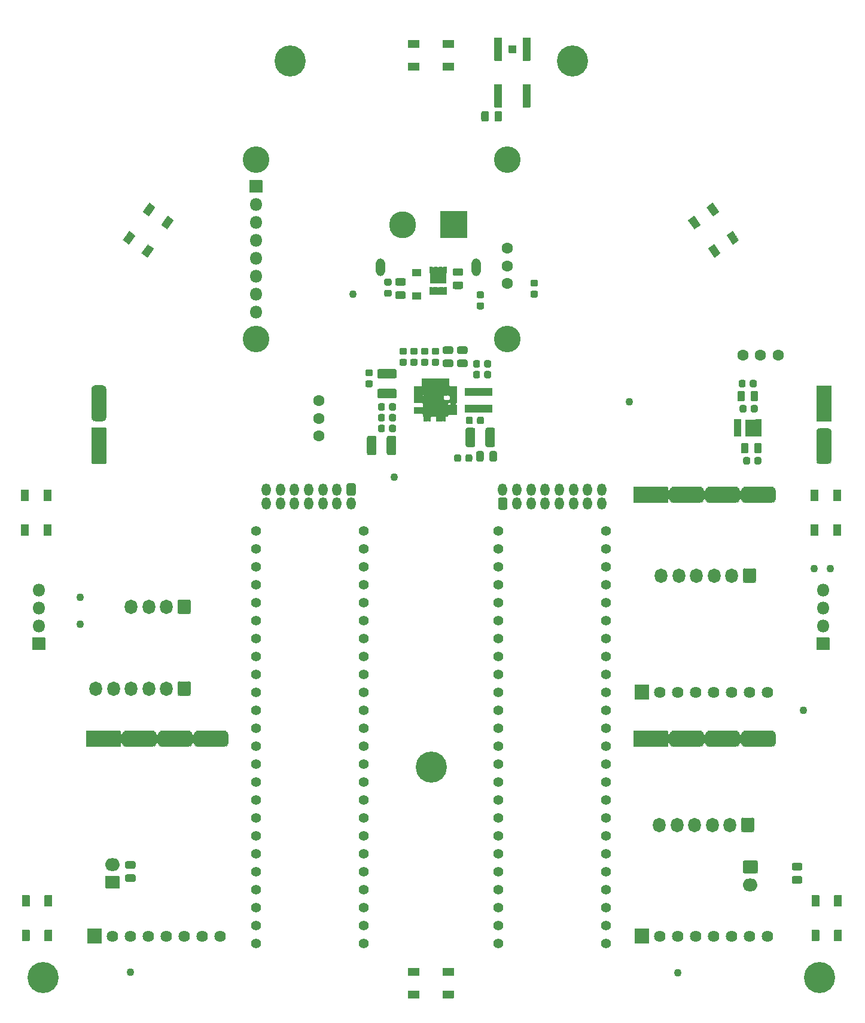
<source format=gts>
G04 #@! TF.GenerationSoftware,KiCad,Pcbnew,(5.1.12)-1*
G04 #@! TF.CreationDate,2022-02-11T11:39:20+01:00*
G04 #@! TF.ProjectId,Main_Board,4d61696e-5f42-46f6-9172-642e6b696361,rev?*
G04 #@! TF.SameCoordinates,Original*
G04 #@! TF.FileFunction,Soldermask,Top*
G04 #@! TF.FilePolarity,Negative*
%FSLAX46Y46*%
G04 Gerber Fmt 4.6, Leading zero omitted, Abs format (unit mm)*
G04 Created by KiCad (PCBNEW (5.1.12)-1) date 2022-02-11 11:39:20*
%MOMM*%
%LPD*%
G01*
G04 APERTURE LIST*
%ADD10C,0.100000*%
%ADD11C,0.602000*%
%ADD12C,1.102000*%
%ADD13C,1.626000*%
%ADD14C,1.410000*%
%ADD15C,4.402000*%
%ADD16O,1.302000X1.752000*%
%ADD17C,3.762000*%
%ADD18O,1.802000X1.802000*%
%ADD19O,1.802000X2.052000*%
%ADD20O,2.102000X1.802000*%
%ADD21C,1.602000*%
%ADD22O,1.302000X2.502000*%
%ADD23C,3.818000*%
G04 APERTURE END LIST*
G36*
G01*
X151613000Y-71163000D02*
X151613000Y-72263000D01*
G75*
G02*
X151562000Y-72314000I-51000J0D01*
G01*
X148162000Y-72314000D01*
G75*
G02*
X148111000Y-72263000I0J51000D01*
G01*
X148111000Y-71163000D01*
G75*
G02*
X148162000Y-71112000I51000J0D01*
G01*
X151562000Y-71112000D01*
G75*
G02*
X151613000Y-71163000I0J-51000D01*
G01*
G37*
G36*
G01*
X149263000Y-72563000D02*
X149263000Y-75263000D01*
G75*
G02*
X149212000Y-75314000I-51000J0D01*
G01*
X148112000Y-75314000D01*
G75*
G02*
X148061000Y-75263000I0J51000D01*
G01*
X148061000Y-72563000D01*
G75*
G02*
X148112000Y-72512000I51000J0D01*
G01*
X149212000Y-72512000D01*
G75*
G02*
X149263000Y-72563000I0J-51000D01*
G01*
G37*
D10*
G36*
X151041950Y-72512980D02*
G01*
X151051517Y-72515882D01*
X151060334Y-72520595D01*
X151068062Y-72526938D01*
X151074405Y-72534666D01*
X151079118Y-72543483D01*
X151082020Y-72553050D01*
X151083000Y-72563000D01*
X151083000Y-73482000D01*
X151612000Y-73482000D01*
X151621950Y-73482980D01*
X151631517Y-73485882D01*
X151640334Y-73490595D01*
X151648062Y-73496938D01*
X151654405Y-73504666D01*
X151659118Y-73513483D01*
X151662020Y-73523050D01*
X151663000Y-73533000D01*
X151663000Y-75263000D01*
X151662020Y-75272950D01*
X151659118Y-75282517D01*
X151654405Y-75291334D01*
X151648062Y-75299062D01*
X151640334Y-75305405D01*
X151631517Y-75310118D01*
X151621950Y-75313020D01*
X151612000Y-75314000D01*
X149512000Y-75314000D01*
X149502050Y-75313020D01*
X149492483Y-75310118D01*
X149483666Y-75305405D01*
X149475938Y-75299062D01*
X149469595Y-75291334D01*
X149464882Y-75282517D01*
X149461980Y-75272950D01*
X149461000Y-75263000D01*
X149461000Y-72563000D01*
X149461980Y-72553050D01*
X149464882Y-72543483D01*
X149469595Y-72534666D01*
X149475938Y-72526938D01*
X149483666Y-72520595D01*
X149492483Y-72515882D01*
X149502050Y-72512980D01*
X149512000Y-72512000D01*
X151032000Y-72512000D01*
X151041950Y-72512980D01*
G37*
G36*
G01*
X147911000Y-70863000D02*
X147911000Y-69913000D01*
G75*
G02*
X147962000Y-69862000I51000J0D01*
G01*
X148262000Y-69862000D01*
G75*
G02*
X148313000Y-69913000I0J-51000D01*
G01*
X148313000Y-70863000D01*
G75*
G02*
X148262000Y-70914000I-51000J0D01*
G01*
X147962000Y-70914000D01*
G75*
G02*
X147911000Y-70863000I0J51000D01*
G01*
G37*
G36*
G01*
X148411000Y-70863000D02*
X148411000Y-69913000D01*
G75*
G02*
X148462000Y-69862000I51000J0D01*
G01*
X148762000Y-69862000D01*
G75*
G02*
X148813000Y-69913000I0J-51000D01*
G01*
X148813000Y-70863000D01*
G75*
G02*
X148762000Y-70914000I-51000J0D01*
G01*
X148462000Y-70914000D01*
G75*
G02*
X148411000Y-70863000I0J51000D01*
G01*
G37*
G36*
G01*
X148911000Y-70863000D02*
X148911000Y-69913000D01*
G75*
G02*
X148962000Y-69862000I51000J0D01*
G01*
X149262000Y-69862000D01*
G75*
G02*
X149313000Y-69913000I0J-51000D01*
G01*
X149313000Y-70863000D01*
G75*
G02*
X149262000Y-70914000I-51000J0D01*
G01*
X148962000Y-70914000D01*
G75*
G02*
X148911000Y-70863000I0J51000D01*
G01*
G37*
G36*
G01*
X149411000Y-70863000D02*
X149411000Y-69913000D01*
G75*
G02*
X149462000Y-69862000I51000J0D01*
G01*
X149762000Y-69862000D01*
G75*
G02*
X149813000Y-69913000I0J-51000D01*
G01*
X149813000Y-70863000D01*
G75*
G02*
X149762000Y-70914000I-51000J0D01*
G01*
X149462000Y-70914000D01*
G75*
G02*
X149411000Y-70863000I0J51000D01*
G01*
G37*
G36*
G01*
X149911000Y-70863000D02*
X149911000Y-69913000D01*
G75*
G02*
X149962000Y-69862000I51000J0D01*
G01*
X150262000Y-69862000D01*
G75*
G02*
X150313000Y-69913000I0J-51000D01*
G01*
X150313000Y-70863000D01*
G75*
G02*
X150262000Y-70914000I-51000J0D01*
G01*
X149962000Y-70914000D01*
G75*
G02*
X149911000Y-70863000I0J51000D01*
G01*
G37*
G36*
G01*
X150411000Y-70863000D02*
X150411000Y-69913000D01*
G75*
G02*
X150462000Y-69862000I51000J0D01*
G01*
X150762000Y-69862000D01*
G75*
G02*
X150813000Y-69913000I0J-51000D01*
G01*
X150813000Y-70863000D01*
G75*
G02*
X150762000Y-70914000I-51000J0D01*
G01*
X150462000Y-70914000D01*
G75*
G02*
X150411000Y-70863000I0J51000D01*
G01*
G37*
G36*
G01*
X150911000Y-70863000D02*
X150911000Y-69913000D01*
G75*
G02*
X150962000Y-69862000I51000J0D01*
G01*
X151262000Y-69862000D01*
G75*
G02*
X151313000Y-69913000I0J-51000D01*
G01*
X151313000Y-70863000D01*
G75*
G02*
X151262000Y-70914000I-51000J0D01*
G01*
X150962000Y-70914000D01*
G75*
G02*
X150911000Y-70863000I0J51000D01*
G01*
G37*
G36*
G01*
X151411000Y-70863000D02*
X151411000Y-69913000D01*
G75*
G02*
X151462000Y-69862000I51000J0D01*
G01*
X151762000Y-69862000D01*
G75*
G02*
X151813000Y-69913000I0J-51000D01*
G01*
X151813000Y-70863000D01*
G75*
G02*
X151762000Y-70914000I-51000J0D01*
G01*
X151462000Y-70914000D01*
G75*
G02*
X151411000Y-70863000I0J51000D01*
G01*
G37*
G36*
G01*
X152862000Y-71364000D02*
X151912000Y-71364000D01*
G75*
G02*
X151861000Y-71313000I0J51000D01*
G01*
X151861000Y-71013000D01*
G75*
G02*
X151912000Y-70962000I51000J0D01*
G01*
X152862000Y-70962000D01*
G75*
G02*
X152913000Y-71013000I0J-51000D01*
G01*
X152913000Y-71313000D01*
G75*
G02*
X152862000Y-71364000I-51000J0D01*
G01*
G37*
G36*
G01*
X152862000Y-71864000D02*
X151912000Y-71864000D01*
G75*
G02*
X151861000Y-71813000I0J51000D01*
G01*
X151861000Y-71513000D01*
G75*
G02*
X151912000Y-71462000I51000J0D01*
G01*
X152862000Y-71462000D01*
G75*
G02*
X152913000Y-71513000I0J-51000D01*
G01*
X152913000Y-71813000D01*
G75*
G02*
X152862000Y-71864000I-51000J0D01*
G01*
G37*
G36*
G01*
X152862000Y-72364000D02*
X151912000Y-72364000D01*
G75*
G02*
X151861000Y-72313000I0J51000D01*
G01*
X151861000Y-72013000D01*
G75*
G02*
X151912000Y-71962000I51000J0D01*
G01*
X152862000Y-71962000D01*
G75*
G02*
X152913000Y-72013000I0J-51000D01*
G01*
X152913000Y-72313000D01*
G75*
G02*
X152862000Y-72364000I-51000J0D01*
G01*
G37*
G36*
G01*
X152862000Y-72864000D02*
X151912000Y-72864000D01*
G75*
G02*
X151861000Y-72813000I0J51000D01*
G01*
X151861000Y-72513000D01*
G75*
G02*
X151912000Y-72462000I51000J0D01*
G01*
X152862000Y-72462000D01*
G75*
G02*
X152913000Y-72513000I0J-51000D01*
G01*
X152913000Y-72813000D01*
G75*
G02*
X152862000Y-72864000I-51000J0D01*
G01*
G37*
G36*
G01*
X152862000Y-73364000D02*
X151262000Y-73364000D01*
G75*
G02*
X151211000Y-73313000I0J51000D01*
G01*
X151211000Y-73013000D01*
G75*
G02*
X151262000Y-72962000I51000J0D01*
G01*
X152862000Y-72962000D01*
G75*
G02*
X152913000Y-73013000I0J-51000D01*
G01*
X152913000Y-73313000D01*
G75*
G02*
X152862000Y-73364000I-51000J0D01*
G01*
G37*
G36*
X151856980Y-73653050D02*
G01*
X151859882Y-73643483D01*
X151864595Y-73634666D01*
X151870938Y-73626938D01*
X151878666Y-73620595D01*
X151887483Y-73615882D01*
X151897050Y-73612980D01*
X151907000Y-73612000D01*
X152862000Y-73612000D01*
X152871950Y-73612980D01*
X152881517Y-73615882D01*
X152890334Y-73620595D01*
X152898062Y-73626938D01*
X152904405Y-73634666D01*
X152909118Y-73643483D01*
X152912020Y-73653050D01*
X152913000Y-73663000D01*
X152913000Y-73963000D01*
X152912020Y-73972950D01*
X152909118Y-73982517D01*
X152904405Y-73991334D01*
X152898062Y-73999062D01*
X152890334Y-74005405D01*
X152881517Y-74010118D01*
X152871950Y-74013020D01*
X152862000Y-74014000D01*
X152308000Y-74014000D01*
X152308000Y-74963000D01*
X152307020Y-74972950D01*
X152304118Y-74982517D01*
X152299405Y-74991334D01*
X152293062Y-74999062D01*
X152285334Y-75005405D01*
X152276517Y-75010118D01*
X152266950Y-75013020D01*
X152257000Y-75014000D01*
X151907000Y-75014000D01*
X151897050Y-75013020D01*
X151887483Y-75010118D01*
X151878666Y-75005405D01*
X151870938Y-74999062D01*
X151864595Y-74991334D01*
X151859882Y-74982517D01*
X151856980Y-74972950D01*
X151856000Y-74963000D01*
X151856000Y-73663000D01*
X151856980Y-73653050D01*
G37*
G36*
G01*
X152862000Y-74514000D02*
X151912000Y-74514000D01*
G75*
G02*
X151861000Y-74463000I0J51000D01*
G01*
X151861000Y-74163000D01*
G75*
G02*
X151912000Y-74112000I51000J0D01*
G01*
X152862000Y-74112000D01*
G75*
G02*
X152913000Y-74163000I0J-51000D01*
G01*
X152913000Y-74463000D01*
G75*
G02*
X152862000Y-74514000I-51000J0D01*
G01*
G37*
G36*
G01*
X152862000Y-75014000D02*
X151912000Y-75014000D01*
G75*
G02*
X151861000Y-74963000I0J51000D01*
G01*
X151861000Y-74663000D01*
G75*
G02*
X151912000Y-74612000I51000J0D01*
G01*
X152862000Y-74612000D01*
G75*
G02*
X152913000Y-74663000I0J-51000D01*
G01*
X152913000Y-74963000D01*
G75*
G02*
X152862000Y-75014000I-51000J0D01*
G01*
G37*
G36*
G01*
X150921000Y-75913000D02*
X150921000Y-74963000D01*
G75*
G02*
X150972000Y-74912000I51000J0D01*
G01*
X151272000Y-74912000D01*
G75*
G02*
X151323000Y-74963000I0J-51000D01*
G01*
X151323000Y-75913000D01*
G75*
G02*
X151272000Y-75964000I-51000J0D01*
G01*
X150972000Y-75964000D01*
G75*
G02*
X150921000Y-75913000I0J51000D01*
G01*
G37*
G36*
G01*
X150421000Y-75913000D02*
X150421000Y-74963000D01*
G75*
G02*
X150472000Y-74912000I51000J0D01*
G01*
X150772000Y-74912000D01*
G75*
G02*
X150823000Y-74963000I0J-51000D01*
G01*
X150823000Y-75913000D01*
G75*
G02*
X150772000Y-75964000I-51000J0D01*
G01*
X150472000Y-75964000D01*
G75*
G02*
X150421000Y-75913000I0J51000D01*
G01*
G37*
G36*
G01*
X149921000Y-75913000D02*
X149921000Y-74963000D01*
G75*
G02*
X149972000Y-74912000I51000J0D01*
G01*
X150272000Y-74912000D01*
G75*
G02*
X150323000Y-74963000I0J-51000D01*
G01*
X150323000Y-75913000D01*
G75*
G02*
X150272000Y-75964000I-51000J0D01*
G01*
X149972000Y-75964000D01*
G75*
G02*
X149921000Y-75913000I0J51000D01*
G01*
G37*
G36*
G01*
X148791000Y-75913000D02*
X148791000Y-74963000D01*
G75*
G02*
X148842000Y-74912000I51000J0D01*
G01*
X149142000Y-74912000D01*
G75*
G02*
X149193000Y-74963000I0J-51000D01*
G01*
X149193000Y-75913000D01*
G75*
G02*
X149142000Y-75964000I-51000J0D01*
G01*
X148842000Y-75964000D01*
G75*
G02*
X148791000Y-75913000I0J51000D01*
G01*
G37*
G36*
G01*
X148141000Y-75913000D02*
X148141000Y-74963000D01*
G75*
G02*
X148192000Y-74912000I51000J0D01*
G01*
X148492000Y-74912000D01*
G75*
G02*
X148543000Y-74963000I0J-51000D01*
G01*
X148543000Y-75913000D01*
G75*
G02*
X148492000Y-75964000I-51000J0D01*
G01*
X148192000Y-75964000D01*
G75*
G02*
X148141000Y-75913000I0J51000D01*
G01*
G37*
G36*
G01*
X147812000Y-74864000D02*
X146862000Y-74864000D01*
G75*
G02*
X146811000Y-74813000I0J51000D01*
G01*
X146811000Y-74513000D01*
G75*
G02*
X146862000Y-74462000I51000J0D01*
G01*
X147812000Y-74462000D01*
G75*
G02*
X147863000Y-74513000I0J-51000D01*
G01*
X147863000Y-74813000D01*
G75*
G02*
X147812000Y-74864000I-51000J0D01*
G01*
G37*
G36*
G01*
X147812000Y-74364000D02*
X146862000Y-74364000D01*
G75*
G02*
X146811000Y-74313000I0J51000D01*
G01*
X146811000Y-74013000D01*
G75*
G02*
X146862000Y-73962000I51000J0D01*
G01*
X147812000Y-73962000D01*
G75*
G02*
X147863000Y-74013000I0J-51000D01*
G01*
X147863000Y-74313000D01*
G75*
G02*
X147812000Y-74364000I-51000J0D01*
G01*
G37*
G36*
G01*
X147812000Y-73364000D02*
X146862000Y-73364000D01*
G75*
G02*
X146811000Y-73313000I0J51000D01*
G01*
X146811000Y-73013000D01*
G75*
G02*
X146862000Y-72962000I51000J0D01*
G01*
X147812000Y-72962000D01*
G75*
G02*
X147863000Y-73013000I0J-51000D01*
G01*
X147863000Y-73313000D01*
G75*
G02*
X147812000Y-73364000I-51000J0D01*
G01*
G37*
G36*
G01*
X147812000Y-72714000D02*
X146862000Y-72714000D01*
G75*
G02*
X146811000Y-72663000I0J51000D01*
G01*
X146811000Y-72363000D01*
G75*
G02*
X146862000Y-72312000I51000J0D01*
G01*
X147812000Y-72312000D01*
G75*
G02*
X147863000Y-72363000I0J-51000D01*
G01*
X147863000Y-72663000D01*
G75*
G02*
X147812000Y-72714000I-51000J0D01*
G01*
G37*
G36*
G01*
X147812000Y-72064000D02*
X146862000Y-72064000D01*
G75*
G02*
X146811000Y-72013000I0J51000D01*
G01*
X146811000Y-71713000D01*
G75*
G02*
X146862000Y-71662000I51000J0D01*
G01*
X147812000Y-71662000D01*
G75*
G02*
X147863000Y-71713000I0J-51000D01*
G01*
X147863000Y-72013000D01*
G75*
G02*
X147812000Y-72064000I-51000J0D01*
G01*
G37*
G36*
G01*
X147812000Y-71414000D02*
X146862000Y-71414000D01*
G75*
G02*
X146811000Y-71363000I0J51000D01*
G01*
X146811000Y-71063000D01*
G75*
G02*
X146862000Y-71012000I51000J0D01*
G01*
X147812000Y-71012000D01*
G75*
G02*
X147863000Y-71063000I0J-51000D01*
G01*
X147863000Y-71363000D01*
G75*
G02*
X147812000Y-71414000I-51000J0D01*
G01*
G37*
D11*
X148592000Y-71643000D03*
X149354000Y-71643000D03*
X150116000Y-71643000D03*
X150878000Y-71643000D03*
X148592000Y-72913000D03*
X148592000Y-73675000D03*
X148592000Y-74437000D03*
X149862000Y-72913000D03*
X150624000Y-72913000D03*
X150624000Y-73675000D03*
X149862000Y-73675000D03*
X149862000Y-74437000D03*
X150624000Y-74437000D03*
X151386000Y-74437000D03*
D12*
X99568000Y-104648000D03*
X99568000Y-100838000D03*
X205740000Y-96774000D03*
X203454000Y-96774000D03*
X177292000Y-73152000D03*
X144018000Y-83820000D03*
X138176000Y-57912000D03*
X201930000Y-116840000D03*
X106680000Y-153924000D03*
X184150000Y-154051000D03*
G36*
G01*
X196274500Y-119753000D02*
X197425500Y-119753000D01*
G75*
G02*
X198001000Y-120328500I0J-575500D01*
G01*
X198001000Y-121479500D01*
G75*
G02*
X197425500Y-122055000I-575500J0D01*
G01*
X196274500Y-122055000D01*
G75*
G02*
X195699000Y-121479500I0J575500D01*
G01*
X195699000Y-120328500D01*
G75*
G02*
X196274500Y-119753000I575500J0D01*
G01*
G37*
G36*
G01*
X193734500Y-119753000D02*
X194885500Y-119753000D01*
G75*
G02*
X195461000Y-120328500I0J-575500D01*
G01*
X195461000Y-121479500D01*
G75*
G02*
X194885500Y-122055000I-575500J0D01*
G01*
X193734500Y-122055000D01*
G75*
G02*
X193159000Y-121479500I0J575500D01*
G01*
X193159000Y-120328500D01*
G75*
G02*
X193734500Y-119753000I575500J0D01*
G01*
G37*
G36*
G01*
X191194500Y-119753000D02*
X192345500Y-119753000D01*
G75*
G02*
X192921000Y-120328500I0J-575500D01*
G01*
X192921000Y-121479500D01*
G75*
G02*
X192345500Y-122055000I-575500J0D01*
G01*
X191194500Y-122055000D01*
G75*
G02*
X190619000Y-121479500I0J575500D01*
G01*
X190619000Y-120328500D01*
G75*
G02*
X191194500Y-119753000I575500J0D01*
G01*
G37*
G36*
G01*
X188654500Y-119753000D02*
X189805500Y-119753000D01*
G75*
G02*
X190381000Y-120328500I0J-575500D01*
G01*
X190381000Y-121479500D01*
G75*
G02*
X189805500Y-122055000I-575500J0D01*
G01*
X188654500Y-122055000D01*
G75*
G02*
X188079000Y-121479500I0J575500D01*
G01*
X188079000Y-120328500D01*
G75*
G02*
X188654500Y-119753000I575500J0D01*
G01*
G37*
G36*
G01*
X186114500Y-119753000D02*
X187265500Y-119753000D01*
G75*
G02*
X187841000Y-120328500I0J-575500D01*
G01*
X187841000Y-121479500D01*
G75*
G02*
X187265500Y-122055000I-575500J0D01*
G01*
X186114500Y-122055000D01*
G75*
G02*
X185539000Y-121479500I0J575500D01*
G01*
X185539000Y-120328500D01*
G75*
G02*
X186114500Y-119753000I575500J0D01*
G01*
G37*
G36*
G01*
X183574500Y-119753000D02*
X184725500Y-119753000D01*
G75*
G02*
X185301000Y-120328500I0J-575500D01*
G01*
X185301000Y-121479500D01*
G75*
G02*
X184725500Y-122055000I-575500J0D01*
G01*
X183574500Y-122055000D01*
G75*
G02*
X182999000Y-121479500I0J575500D01*
G01*
X182999000Y-120328500D01*
G75*
G02*
X183574500Y-119753000I575500J0D01*
G01*
G37*
G36*
G01*
X180510000Y-119753000D02*
X182710000Y-119753000D01*
G75*
G02*
X182761000Y-119804000I0J-51000D01*
G01*
X182761000Y-122004000D01*
G75*
G02*
X182710000Y-122055000I-51000J0D01*
G01*
X180510000Y-122055000D01*
G75*
G02*
X180459000Y-122004000I0J51000D01*
G01*
X180459000Y-119804000D01*
G75*
G02*
X180510000Y-119753000I51000J0D01*
G01*
G37*
G36*
G01*
X177970000Y-119753000D02*
X180170000Y-119753000D01*
G75*
G02*
X180221000Y-119804000I0J-51000D01*
G01*
X180221000Y-122004000D01*
G75*
G02*
X180170000Y-122055000I-51000J0D01*
G01*
X177970000Y-122055000D01*
G75*
G02*
X177919000Y-122004000I0J51000D01*
G01*
X177919000Y-119804000D01*
G75*
G02*
X177970000Y-119753000I51000J0D01*
G01*
G37*
D13*
X196850000Y-148844000D03*
X194310000Y-148844000D03*
X191770000Y-148844000D03*
X189230000Y-148844000D03*
X186690000Y-148844000D03*
X184150000Y-148844000D03*
X181610000Y-148844000D03*
G36*
G01*
X180070000Y-149895000D02*
X178070000Y-149895000D01*
G75*
G02*
X178019000Y-149844000I0J51000D01*
G01*
X178019000Y-147844000D01*
G75*
G02*
X178070000Y-147793000I51000J0D01*
G01*
X180070000Y-147793000D01*
G75*
G02*
X180121000Y-147844000I0J-51000D01*
G01*
X180121000Y-149844000D01*
G75*
G02*
X180070000Y-149895000I-51000J0D01*
G01*
G37*
G36*
G01*
X194830000Y-119753000D02*
X196330000Y-119753000D01*
G75*
G02*
X196381000Y-119804000I0J-51000D01*
G01*
X196381000Y-122004000D01*
G75*
G02*
X196330000Y-122055000I-51000J0D01*
G01*
X194830000Y-122055000D01*
G75*
G02*
X194779000Y-122004000I0J51000D01*
G01*
X194779000Y-119804000D01*
G75*
G02*
X194830000Y-119753000I51000J0D01*
G01*
G37*
G36*
G01*
X179590000Y-119753000D02*
X181090000Y-119753000D01*
G75*
G02*
X181141000Y-119804000I0J-51000D01*
G01*
X181141000Y-122004000D01*
G75*
G02*
X181090000Y-122055000I-51000J0D01*
G01*
X179590000Y-122055000D01*
G75*
G02*
X179539000Y-122004000I0J51000D01*
G01*
X179539000Y-119804000D01*
G75*
G02*
X179590000Y-119753000I51000J0D01*
G01*
G37*
G36*
G01*
X184670000Y-119753000D02*
X186170000Y-119753000D01*
G75*
G02*
X186221000Y-119804000I0J-51000D01*
G01*
X186221000Y-122004000D01*
G75*
G02*
X186170000Y-122055000I-51000J0D01*
G01*
X184670000Y-122055000D01*
G75*
G02*
X184619000Y-122004000I0J51000D01*
G01*
X184619000Y-119804000D01*
G75*
G02*
X184670000Y-119753000I51000J0D01*
G01*
G37*
G36*
G01*
X189750000Y-119753000D02*
X191250000Y-119753000D01*
G75*
G02*
X191301000Y-119804000I0J-51000D01*
G01*
X191301000Y-122004000D01*
G75*
G02*
X191250000Y-122055000I-51000J0D01*
G01*
X189750000Y-122055000D01*
G75*
G02*
X189699000Y-122004000I0J51000D01*
G01*
X189699000Y-119804000D01*
G75*
G02*
X189750000Y-119753000I51000J0D01*
G01*
G37*
D14*
X139700000Y-149860000D03*
X139700000Y-147320000D03*
X124460000Y-114300000D03*
X139700000Y-144780000D03*
X139700000Y-142240000D03*
X139700000Y-139700000D03*
X139700000Y-137160000D03*
X139700000Y-134620000D03*
X139700000Y-132080000D03*
X139700000Y-129540000D03*
X139700000Y-127000000D03*
X139700000Y-124460000D03*
X139700000Y-121920000D03*
X139700000Y-119380000D03*
X139700000Y-116840000D03*
X139700000Y-114300000D03*
X124460000Y-116840000D03*
X124460000Y-119380000D03*
X124460000Y-121920000D03*
X124460000Y-124460000D03*
X124460000Y-127000000D03*
X124460000Y-129540000D03*
X124460000Y-132080000D03*
X124460000Y-134620000D03*
X124460000Y-137160000D03*
X124460000Y-139700000D03*
X124460000Y-142240000D03*
X124460000Y-144780000D03*
X124460000Y-147320000D03*
X124460000Y-149860000D03*
X139700000Y-111760000D03*
X139700000Y-109220000D03*
X139700000Y-106680000D03*
X139700000Y-104140000D03*
X139700000Y-101600000D03*
X139700000Y-99060000D03*
X139700000Y-96520000D03*
X139700000Y-93980000D03*
X139700000Y-91440000D03*
X124460000Y-91440000D03*
X124460000Y-93980000D03*
X124460000Y-96520000D03*
X124460000Y-99060000D03*
X124460000Y-101600000D03*
X124460000Y-104140000D03*
X124460000Y-106680000D03*
X124460000Y-109220000D03*
X124460000Y-111760000D03*
D15*
X204240406Y-154725008D03*
X149288500Y-124904500D03*
X94336595Y-154725008D03*
X129288500Y-24904500D03*
X169288500Y-24904499D03*
G36*
G01*
X158735000Y-88202752D02*
X158735000Y-86993248D01*
G75*
G02*
X159006248Y-86722000I271248J0D01*
G01*
X159765752Y-86722000D01*
G75*
G02*
X160037000Y-86993248I0J-271248D01*
G01*
X160037000Y-88202752D01*
G75*
G02*
X159765752Y-88474000I-271248J0D01*
G01*
X159006248Y-88474000D01*
G75*
G02*
X158735000Y-88202752I0J271248D01*
G01*
G37*
D16*
X161386000Y-87598000D03*
X163386000Y-87598000D03*
X165386000Y-87598000D03*
X167386000Y-87598000D03*
X169386000Y-87598000D03*
X171386000Y-87598000D03*
X173386000Y-87598000D03*
X159386000Y-85598000D03*
X161386000Y-85598000D03*
X163386000Y-85598000D03*
X165386000Y-85598000D03*
X167386000Y-85598000D03*
X169386000Y-85598000D03*
X171386000Y-85598000D03*
X173386000Y-85598000D03*
D14*
X158750000Y-111760000D03*
X158750000Y-109220000D03*
X158750000Y-106680000D03*
X158750000Y-104140000D03*
X158750000Y-101600000D03*
X158750000Y-99060000D03*
X158750000Y-96520000D03*
X158750000Y-93980000D03*
X158750000Y-91440000D03*
X173990000Y-91440000D03*
X173990000Y-93980000D03*
X173990000Y-96520000D03*
X173990000Y-99060000D03*
X173990000Y-101600000D03*
X173990000Y-104140000D03*
X173990000Y-106680000D03*
X173990000Y-109220000D03*
X173990000Y-111760000D03*
X158750000Y-149860000D03*
X158750000Y-147320000D03*
X158750000Y-144780000D03*
X158750000Y-142240000D03*
X158750000Y-139700000D03*
X158750000Y-137160000D03*
X158750000Y-134620000D03*
X158750000Y-132080000D03*
X158750000Y-129540000D03*
X158750000Y-127000000D03*
X158750000Y-124460000D03*
X158750000Y-121920000D03*
X158750000Y-119380000D03*
X158750000Y-116840000D03*
X173990000Y-114300000D03*
X173990000Y-116840000D03*
X173990000Y-119380000D03*
X173990000Y-121920000D03*
X173990000Y-124460000D03*
X173990000Y-127000000D03*
X173990000Y-129540000D03*
X173990000Y-132080000D03*
X173990000Y-134620000D03*
X173990000Y-137160000D03*
X173990000Y-139700000D03*
X173990000Y-142240000D03*
X173990000Y-144780000D03*
X158750000Y-114300000D03*
X173990000Y-147320000D03*
X173990000Y-149860000D03*
D17*
X160020000Y-64262000D03*
X124460000Y-38862000D03*
X124460000Y-64262000D03*
D18*
X124460000Y-60452000D03*
X124460000Y-57912000D03*
X124460000Y-55372000D03*
X124460000Y-52832000D03*
X124460000Y-50292000D03*
X124460000Y-47752000D03*
X124460000Y-45212000D03*
G36*
G01*
X123559000Y-43522000D02*
X123559000Y-41822000D01*
G75*
G02*
X123610000Y-41771000I51000J0D01*
G01*
X125310000Y-41771000D01*
G75*
G02*
X125361000Y-41822000I0J-51000D01*
G01*
X125361000Y-43522000D01*
G75*
G02*
X125310000Y-43573000I-51000J0D01*
G01*
X123610000Y-43573000D01*
G75*
G02*
X123559000Y-43522000I0J51000D01*
G01*
G37*
D17*
X160020000Y-38862000D03*
G36*
G01*
X101235000Y-79849000D02*
X103235000Y-79849000D01*
G75*
G02*
X103286000Y-79900000I0J-51000D01*
G01*
X103286000Y-81900000D01*
G75*
G02*
X103235000Y-81951000I-51000J0D01*
G01*
X101235000Y-81951000D01*
G75*
G02*
X101184000Y-81900000I0J51000D01*
G01*
X101184000Y-79900000D01*
G75*
G02*
X101235000Y-79849000I51000J0D01*
G01*
G37*
G36*
G01*
X101235000Y-76849000D02*
X103235000Y-76849000D01*
G75*
G02*
X103286000Y-76900000I0J-51000D01*
G01*
X103286000Y-78900000D01*
G75*
G02*
X103235000Y-78951000I-51000J0D01*
G01*
X101235000Y-78951000D01*
G75*
G02*
X101184000Y-78900000I0J51000D01*
G01*
X101184000Y-76900000D01*
G75*
G02*
X101235000Y-76849000I51000J0D01*
G01*
G37*
G36*
G01*
X101709500Y-73849000D02*
X102760500Y-73849000D01*
G75*
G02*
X103286000Y-74374500I0J-525500D01*
G01*
X103286000Y-75425500D01*
G75*
G02*
X102760500Y-75951000I-525500J0D01*
G01*
X101709500Y-75951000D01*
G75*
G02*
X101184000Y-75425500I0J525500D01*
G01*
X101184000Y-74374500D01*
G75*
G02*
X101709500Y-73849000I525500J0D01*
G01*
G37*
G36*
G01*
X101709500Y-70849000D02*
X102760500Y-70849000D01*
G75*
G02*
X103286000Y-71374500I0J-525500D01*
G01*
X103286000Y-72425500D01*
G75*
G02*
X102760500Y-72951000I-525500J0D01*
G01*
X101709500Y-72951000D01*
G75*
G02*
X101184000Y-72425500I0J525500D01*
G01*
X101184000Y-71374500D01*
G75*
G02*
X101709500Y-70849000I525500J0D01*
G01*
G37*
G36*
G01*
X101235000Y-71979000D02*
X103235000Y-71979000D01*
G75*
G02*
X103286000Y-72030000I0J-51000D01*
G01*
X103286000Y-74530000D01*
G75*
G02*
X103235000Y-74581000I-51000J0D01*
G01*
X101235000Y-74581000D01*
G75*
G02*
X101184000Y-74530000I0J51000D01*
G01*
X101184000Y-72030000D01*
G75*
G02*
X101235000Y-71979000I51000J0D01*
G01*
G37*
G36*
G01*
X101235000Y-78325000D02*
X103235000Y-78325000D01*
G75*
G02*
X103286000Y-78376000I0J-51000D01*
G01*
X103286000Y-80376000D01*
G75*
G02*
X103235000Y-80427000I-51000J0D01*
G01*
X101235000Y-80427000D01*
G75*
G02*
X101184000Y-80376000I0J51000D01*
G01*
X101184000Y-78376000D01*
G75*
G02*
X101235000Y-78325000I51000J0D01*
G01*
G37*
G36*
G01*
X205851000Y-74533200D02*
X203851000Y-74533200D01*
G75*
G02*
X203800000Y-74482200I0J51000D01*
G01*
X203800000Y-72482200D01*
G75*
G02*
X203851000Y-72431200I51000J0D01*
G01*
X205851000Y-72431200D01*
G75*
G02*
X205902000Y-72482200I0J-51000D01*
G01*
X205902000Y-74482200D01*
G75*
G02*
X205851000Y-74533200I-51000J0D01*
G01*
G37*
G36*
G01*
X205851000Y-80879200D02*
X203851000Y-80879200D01*
G75*
G02*
X203800000Y-80828200I0J51000D01*
G01*
X203800000Y-78328200D01*
G75*
G02*
X203851000Y-78277200I51000J0D01*
G01*
X205851000Y-78277200D01*
G75*
G02*
X205902000Y-78328200I0J-51000D01*
G01*
X205902000Y-80828200D01*
G75*
G02*
X205851000Y-80879200I-51000J0D01*
G01*
G37*
G36*
G01*
X205376500Y-82009200D02*
X204325500Y-82009200D01*
G75*
G02*
X203800000Y-81483700I0J525500D01*
G01*
X203800000Y-80432700D01*
G75*
G02*
X204325500Y-79907200I525500J0D01*
G01*
X205376500Y-79907200D01*
G75*
G02*
X205902000Y-80432700I0J-525500D01*
G01*
X205902000Y-81483700D01*
G75*
G02*
X205376500Y-82009200I-525500J0D01*
G01*
G37*
G36*
G01*
X205376500Y-79009200D02*
X204325500Y-79009200D01*
G75*
G02*
X203800000Y-78483700I0J525500D01*
G01*
X203800000Y-77432700D01*
G75*
G02*
X204325500Y-76907200I525500J0D01*
G01*
X205376500Y-76907200D01*
G75*
G02*
X205902000Y-77432700I0J-525500D01*
G01*
X205902000Y-78483700D01*
G75*
G02*
X205376500Y-79009200I-525500J0D01*
G01*
G37*
G36*
G01*
X205851000Y-76009200D02*
X203851000Y-76009200D01*
G75*
G02*
X203800000Y-75958200I0J51000D01*
G01*
X203800000Y-73958200D01*
G75*
G02*
X203851000Y-73907200I51000J0D01*
G01*
X205851000Y-73907200D01*
G75*
G02*
X205902000Y-73958200I0J-51000D01*
G01*
X205902000Y-75958200D01*
G75*
G02*
X205851000Y-76009200I-51000J0D01*
G01*
G37*
G36*
G01*
X205851000Y-73009200D02*
X203851000Y-73009200D01*
G75*
G02*
X203800000Y-72958200I0J51000D01*
G01*
X203800000Y-70958200D01*
G75*
G02*
X203851000Y-70907200I51000J0D01*
G01*
X205851000Y-70907200D01*
G75*
G02*
X205902000Y-70958200I0J-51000D01*
G01*
X205902000Y-72958200D01*
G75*
G02*
X205851000Y-73009200I-51000J0D01*
G01*
G37*
G36*
G01*
X138573000Y-84993248D02*
X138573000Y-86202752D01*
G75*
G02*
X138301752Y-86474000I-271248J0D01*
G01*
X137542248Y-86474000D01*
G75*
G02*
X137271000Y-86202752I0J271248D01*
G01*
X137271000Y-84993248D01*
G75*
G02*
X137542248Y-84722000I271248J0D01*
G01*
X138301752Y-84722000D01*
G75*
G02*
X138573000Y-84993248I0J-271248D01*
G01*
G37*
D16*
X135922000Y-85598000D03*
X133922000Y-85598000D03*
X131922000Y-85598000D03*
X129922000Y-85598000D03*
X127922000Y-85598000D03*
X125922000Y-85598000D03*
X137922000Y-87598000D03*
X135922000Y-87598000D03*
X133922000Y-87598000D03*
X131922000Y-87598000D03*
X129922000Y-87598000D03*
X127922000Y-87598000D03*
X125922000Y-87598000D03*
G36*
G01*
X180070000Y-115351000D02*
X178070000Y-115351000D01*
G75*
G02*
X178019000Y-115300000I0J51000D01*
G01*
X178019000Y-113300000D01*
G75*
G02*
X178070000Y-113249000I51000J0D01*
G01*
X180070000Y-113249000D01*
G75*
G02*
X180121000Y-113300000I0J-51000D01*
G01*
X180121000Y-115300000D01*
G75*
G02*
X180070000Y-115351000I-51000J0D01*
G01*
G37*
D13*
X181610000Y-114300000D03*
X184150000Y-114300000D03*
X186690000Y-114300000D03*
X189230000Y-114300000D03*
X191770000Y-114300000D03*
X194310000Y-114300000D03*
X196850000Y-114300000D03*
G36*
G01*
X177970000Y-85209000D02*
X180170000Y-85209000D01*
G75*
G02*
X180221000Y-85260000I0J-51000D01*
G01*
X180221000Y-87460000D01*
G75*
G02*
X180170000Y-87511000I-51000J0D01*
G01*
X177970000Y-87511000D01*
G75*
G02*
X177919000Y-87460000I0J51000D01*
G01*
X177919000Y-85260000D01*
G75*
G02*
X177970000Y-85209000I51000J0D01*
G01*
G37*
G36*
G01*
X180510000Y-85209000D02*
X182710000Y-85209000D01*
G75*
G02*
X182761000Y-85260000I0J-51000D01*
G01*
X182761000Y-87460000D01*
G75*
G02*
X182710000Y-87511000I-51000J0D01*
G01*
X180510000Y-87511000D01*
G75*
G02*
X180459000Y-87460000I0J51000D01*
G01*
X180459000Y-85260000D01*
G75*
G02*
X180510000Y-85209000I51000J0D01*
G01*
G37*
G36*
G01*
X183574500Y-85209000D02*
X184725500Y-85209000D01*
G75*
G02*
X185301000Y-85784500I0J-575500D01*
G01*
X185301000Y-86935500D01*
G75*
G02*
X184725500Y-87511000I-575500J0D01*
G01*
X183574500Y-87511000D01*
G75*
G02*
X182999000Y-86935500I0J575500D01*
G01*
X182999000Y-85784500D01*
G75*
G02*
X183574500Y-85209000I575500J0D01*
G01*
G37*
G36*
G01*
X186114500Y-85209000D02*
X187265500Y-85209000D01*
G75*
G02*
X187841000Y-85784500I0J-575500D01*
G01*
X187841000Y-86935500D01*
G75*
G02*
X187265500Y-87511000I-575500J0D01*
G01*
X186114500Y-87511000D01*
G75*
G02*
X185539000Y-86935500I0J575500D01*
G01*
X185539000Y-85784500D01*
G75*
G02*
X186114500Y-85209000I575500J0D01*
G01*
G37*
G36*
G01*
X188654500Y-85209000D02*
X189805500Y-85209000D01*
G75*
G02*
X190381000Y-85784500I0J-575500D01*
G01*
X190381000Y-86935500D01*
G75*
G02*
X189805500Y-87511000I-575500J0D01*
G01*
X188654500Y-87511000D01*
G75*
G02*
X188079000Y-86935500I0J575500D01*
G01*
X188079000Y-85784500D01*
G75*
G02*
X188654500Y-85209000I575500J0D01*
G01*
G37*
G36*
G01*
X191194500Y-85209000D02*
X192345500Y-85209000D01*
G75*
G02*
X192921000Y-85784500I0J-575500D01*
G01*
X192921000Y-86935500D01*
G75*
G02*
X192345500Y-87511000I-575500J0D01*
G01*
X191194500Y-87511000D01*
G75*
G02*
X190619000Y-86935500I0J575500D01*
G01*
X190619000Y-85784500D01*
G75*
G02*
X191194500Y-85209000I575500J0D01*
G01*
G37*
G36*
G01*
X193734500Y-85209000D02*
X194885500Y-85209000D01*
G75*
G02*
X195461000Y-85784500I0J-575500D01*
G01*
X195461000Y-86935500D01*
G75*
G02*
X194885500Y-87511000I-575500J0D01*
G01*
X193734500Y-87511000D01*
G75*
G02*
X193159000Y-86935500I0J575500D01*
G01*
X193159000Y-85784500D01*
G75*
G02*
X193734500Y-85209000I575500J0D01*
G01*
G37*
G36*
G01*
X196274500Y-85209000D02*
X197425500Y-85209000D01*
G75*
G02*
X198001000Y-85784500I0J-575500D01*
G01*
X198001000Y-86935500D01*
G75*
G02*
X197425500Y-87511000I-575500J0D01*
G01*
X196274500Y-87511000D01*
G75*
G02*
X195699000Y-86935500I0J575500D01*
G01*
X195699000Y-85784500D01*
G75*
G02*
X196274500Y-85209000I575500J0D01*
G01*
G37*
G36*
G01*
X194830000Y-85209000D02*
X196330000Y-85209000D01*
G75*
G02*
X196381000Y-85260000I0J-51000D01*
G01*
X196381000Y-87460000D01*
G75*
G02*
X196330000Y-87511000I-51000J0D01*
G01*
X194830000Y-87511000D01*
G75*
G02*
X194779000Y-87460000I0J51000D01*
G01*
X194779000Y-85260000D01*
G75*
G02*
X194830000Y-85209000I51000J0D01*
G01*
G37*
G36*
G01*
X179590000Y-85209000D02*
X181090000Y-85209000D01*
G75*
G02*
X181141000Y-85260000I0J-51000D01*
G01*
X181141000Y-87460000D01*
G75*
G02*
X181090000Y-87511000I-51000J0D01*
G01*
X179590000Y-87511000D01*
G75*
G02*
X179539000Y-87460000I0J51000D01*
G01*
X179539000Y-85260000D01*
G75*
G02*
X179590000Y-85209000I51000J0D01*
G01*
G37*
G36*
G01*
X184670000Y-85209000D02*
X186170000Y-85209000D01*
G75*
G02*
X186221000Y-85260000I0J-51000D01*
G01*
X186221000Y-87460000D01*
G75*
G02*
X186170000Y-87511000I-51000J0D01*
G01*
X184670000Y-87511000D01*
G75*
G02*
X184619000Y-87460000I0J51000D01*
G01*
X184619000Y-85260000D01*
G75*
G02*
X184670000Y-85209000I51000J0D01*
G01*
G37*
G36*
G01*
X189750000Y-85209000D02*
X191250000Y-85209000D01*
G75*
G02*
X191301000Y-85260000I0J-51000D01*
G01*
X191301000Y-87460000D01*
G75*
G02*
X191250000Y-87511000I-51000J0D01*
G01*
X189750000Y-87511000D01*
G75*
G02*
X189699000Y-87460000I0J51000D01*
G01*
X189699000Y-85260000D01*
G75*
G02*
X189750000Y-85209000I51000J0D01*
G01*
G37*
G36*
G01*
X102600000Y-149895000D02*
X100600000Y-149895000D01*
G75*
G02*
X100549000Y-149844000I0J51000D01*
G01*
X100549000Y-147844000D01*
G75*
G02*
X100600000Y-147793000I51000J0D01*
G01*
X102600000Y-147793000D01*
G75*
G02*
X102651000Y-147844000I0J-51000D01*
G01*
X102651000Y-149844000D01*
G75*
G02*
X102600000Y-149895000I-51000J0D01*
G01*
G37*
X104140000Y-148844000D03*
X106680000Y-148844000D03*
X109220000Y-148844000D03*
X111760000Y-148844000D03*
X114300000Y-148844000D03*
X116840000Y-148844000D03*
X119380000Y-148844000D03*
G36*
G01*
X100500000Y-119753000D02*
X102700000Y-119753000D01*
G75*
G02*
X102751000Y-119804000I0J-51000D01*
G01*
X102751000Y-122004000D01*
G75*
G02*
X102700000Y-122055000I-51000J0D01*
G01*
X100500000Y-122055000D01*
G75*
G02*
X100449000Y-122004000I0J51000D01*
G01*
X100449000Y-119804000D01*
G75*
G02*
X100500000Y-119753000I51000J0D01*
G01*
G37*
G36*
G01*
X103040000Y-119753000D02*
X105240000Y-119753000D01*
G75*
G02*
X105291000Y-119804000I0J-51000D01*
G01*
X105291000Y-122004000D01*
G75*
G02*
X105240000Y-122055000I-51000J0D01*
G01*
X103040000Y-122055000D01*
G75*
G02*
X102989000Y-122004000I0J51000D01*
G01*
X102989000Y-119804000D01*
G75*
G02*
X103040000Y-119753000I51000J0D01*
G01*
G37*
G36*
G01*
X106104500Y-119753000D02*
X107255500Y-119753000D01*
G75*
G02*
X107831000Y-120328500I0J-575500D01*
G01*
X107831000Y-121479500D01*
G75*
G02*
X107255500Y-122055000I-575500J0D01*
G01*
X106104500Y-122055000D01*
G75*
G02*
X105529000Y-121479500I0J575500D01*
G01*
X105529000Y-120328500D01*
G75*
G02*
X106104500Y-119753000I575500J0D01*
G01*
G37*
G36*
G01*
X108644500Y-119753000D02*
X109795500Y-119753000D01*
G75*
G02*
X110371000Y-120328500I0J-575500D01*
G01*
X110371000Y-121479500D01*
G75*
G02*
X109795500Y-122055000I-575500J0D01*
G01*
X108644500Y-122055000D01*
G75*
G02*
X108069000Y-121479500I0J575500D01*
G01*
X108069000Y-120328500D01*
G75*
G02*
X108644500Y-119753000I575500J0D01*
G01*
G37*
G36*
G01*
X111184500Y-119753000D02*
X112335500Y-119753000D01*
G75*
G02*
X112911000Y-120328500I0J-575500D01*
G01*
X112911000Y-121479500D01*
G75*
G02*
X112335500Y-122055000I-575500J0D01*
G01*
X111184500Y-122055000D01*
G75*
G02*
X110609000Y-121479500I0J575500D01*
G01*
X110609000Y-120328500D01*
G75*
G02*
X111184500Y-119753000I575500J0D01*
G01*
G37*
G36*
G01*
X113724500Y-119753000D02*
X114875500Y-119753000D01*
G75*
G02*
X115451000Y-120328500I0J-575500D01*
G01*
X115451000Y-121479500D01*
G75*
G02*
X114875500Y-122055000I-575500J0D01*
G01*
X113724500Y-122055000D01*
G75*
G02*
X113149000Y-121479500I0J575500D01*
G01*
X113149000Y-120328500D01*
G75*
G02*
X113724500Y-119753000I575500J0D01*
G01*
G37*
G36*
G01*
X116264500Y-119753000D02*
X117415500Y-119753000D01*
G75*
G02*
X117991000Y-120328500I0J-575500D01*
G01*
X117991000Y-121479500D01*
G75*
G02*
X117415500Y-122055000I-575500J0D01*
G01*
X116264500Y-122055000D01*
G75*
G02*
X115689000Y-121479500I0J575500D01*
G01*
X115689000Y-120328500D01*
G75*
G02*
X116264500Y-119753000I575500J0D01*
G01*
G37*
G36*
G01*
X118804500Y-119753000D02*
X119955500Y-119753000D01*
G75*
G02*
X120531000Y-120328500I0J-575500D01*
G01*
X120531000Y-121479500D01*
G75*
G02*
X119955500Y-122055000I-575500J0D01*
G01*
X118804500Y-122055000D01*
G75*
G02*
X118229000Y-121479500I0J575500D01*
G01*
X118229000Y-120328500D01*
G75*
G02*
X118804500Y-119753000I575500J0D01*
G01*
G37*
G36*
G01*
X117360000Y-119753000D02*
X118860000Y-119753000D01*
G75*
G02*
X118911000Y-119804000I0J-51000D01*
G01*
X118911000Y-122004000D01*
G75*
G02*
X118860000Y-122055000I-51000J0D01*
G01*
X117360000Y-122055000D01*
G75*
G02*
X117309000Y-122004000I0J51000D01*
G01*
X117309000Y-119804000D01*
G75*
G02*
X117360000Y-119753000I51000J0D01*
G01*
G37*
G36*
G01*
X102120000Y-119753000D02*
X103620000Y-119753000D01*
G75*
G02*
X103671000Y-119804000I0J-51000D01*
G01*
X103671000Y-122004000D01*
G75*
G02*
X103620000Y-122055000I-51000J0D01*
G01*
X102120000Y-122055000D01*
G75*
G02*
X102069000Y-122004000I0J51000D01*
G01*
X102069000Y-119804000D01*
G75*
G02*
X102120000Y-119753000I51000J0D01*
G01*
G37*
G36*
G01*
X107200000Y-119753000D02*
X108700000Y-119753000D01*
G75*
G02*
X108751000Y-119804000I0J-51000D01*
G01*
X108751000Y-122004000D01*
G75*
G02*
X108700000Y-122055000I-51000J0D01*
G01*
X107200000Y-122055000D01*
G75*
G02*
X107149000Y-122004000I0J51000D01*
G01*
X107149000Y-119804000D01*
G75*
G02*
X107200000Y-119753000I51000J0D01*
G01*
G37*
G36*
G01*
X112280000Y-119753000D02*
X113780000Y-119753000D01*
G75*
G02*
X113831000Y-119804000I0J-51000D01*
G01*
X113831000Y-122004000D01*
G75*
G02*
X113780000Y-122055000I-51000J0D01*
G01*
X112280000Y-122055000D01*
G75*
G02*
X112229000Y-122004000I0J51000D01*
G01*
X112229000Y-119804000D01*
G75*
G02*
X112280000Y-119753000I51000J0D01*
G01*
G37*
G36*
G01*
X154005000Y-72255000D02*
X154005000Y-71255000D01*
G75*
G02*
X154056000Y-71204000I51000J0D01*
G01*
X157856000Y-71204000D01*
G75*
G02*
X157907000Y-71255000I0J-51000D01*
G01*
X157907000Y-72255000D01*
G75*
G02*
X157856000Y-72306000I-51000J0D01*
G01*
X154056000Y-72306000D01*
G75*
G02*
X154005000Y-72255000I0J51000D01*
G01*
G37*
G36*
G01*
X154005000Y-74655000D02*
X154005000Y-73655000D01*
G75*
G02*
X154056000Y-73604000I51000J0D01*
G01*
X157856000Y-73604000D01*
G75*
G02*
X157907000Y-73655000I0J-51000D01*
G01*
X157907000Y-74655000D01*
G75*
G02*
X157856000Y-74706000I-51000J0D01*
G01*
X154056000Y-74706000D01*
G75*
G02*
X154005000Y-74655000I0J51000D01*
G01*
G37*
G36*
G01*
X150773500Y-58042000D02*
X150368500Y-58042000D01*
G75*
G02*
X150317500Y-57991000I0J51000D01*
G01*
X150317500Y-57001000D01*
G75*
G02*
X150368500Y-56950000I51000J0D01*
G01*
X150773500Y-56950000D01*
G75*
G02*
X150824500Y-57001000I0J-51000D01*
G01*
X150824500Y-57991000D01*
G75*
G02*
X150773500Y-58042000I-51000J0D01*
G01*
G37*
G36*
G01*
X149453500Y-58042000D02*
X149048500Y-58042000D01*
G75*
G02*
X148997500Y-57991000I0J51000D01*
G01*
X148997500Y-57001000D01*
G75*
G02*
X149048500Y-56950000I51000J0D01*
G01*
X149453500Y-56950000D01*
G75*
G02*
X149504500Y-57001000I0J-51000D01*
G01*
X149504500Y-57991000D01*
G75*
G02*
X149453500Y-58042000I-51000J0D01*
G01*
G37*
G36*
G01*
X151433500Y-58042000D02*
X151028500Y-58042000D01*
G75*
G02*
X150977500Y-57991000I0J51000D01*
G01*
X150977500Y-57001000D01*
G75*
G02*
X151028500Y-56950000I51000J0D01*
G01*
X151433500Y-56950000D01*
G75*
G02*
X151484500Y-57001000I0J-51000D01*
G01*
X151484500Y-57991000D01*
G75*
G02*
X151433500Y-58042000I-51000J0D01*
G01*
G37*
D10*
G36*
X148995980Y-54121050D02*
G01*
X148998882Y-54111483D01*
X149003595Y-54102666D01*
X149009938Y-54094938D01*
X149017666Y-54088595D01*
X149026483Y-54083882D01*
X149036050Y-54080980D01*
X149046000Y-54080000D01*
X149453500Y-54080000D01*
X149463450Y-54080980D01*
X149473017Y-54083882D01*
X149481834Y-54088595D01*
X149489562Y-54094938D01*
X149495905Y-54102666D01*
X149500618Y-54111483D01*
X149503520Y-54121050D01*
X149504500Y-54131000D01*
X149504500Y-54590000D01*
X149657500Y-54590000D01*
X149657500Y-54131000D01*
X149658480Y-54121050D01*
X149661382Y-54111483D01*
X149666095Y-54102666D01*
X149672438Y-54094938D01*
X149680166Y-54088595D01*
X149688983Y-54083882D01*
X149698550Y-54080980D01*
X149708500Y-54080000D01*
X150113500Y-54080000D01*
X150123450Y-54080980D01*
X150133017Y-54083882D01*
X150141834Y-54088595D01*
X150149562Y-54094938D01*
X150155905Y-54102666D01*
X150160618Y-54111483D01*
X150163520Y-54121050D01*
X150164500Y-54131000D01*
X150164500Y-54590000D01*
X150317500Y-54590000D01*
X150317500Y-54131000D01*
X150318480Y-54121050D01*
X150321382Y-54111483D01*
X150326095Y-54102666D01*
X150332438Y-54094938D01*
X150340166Y-54088595D01*
X150348983Y-54083882D01*
X150358550Y-54080980D01*
X150368500Y-54080000D01*
X150773500Y-54080000D01*
X150783450Y-54080980D01*
X150793017Y-54083882D01*
X150801834Y-54088595D01*
X150809562Y-54094938D01*
X150815905Y-54102666D01*
X150820618Y-54111483D01*
X150823520Y-54121050D01*
X150824500Y-54131000D01*
X150824500Y-54590000D01*
X150977500Y-54590000D01*
X150977500Y-54131000D01*
X150978480Y-54121050D01*
X150981382Y-54111483D01*
X150986095Y-54102666D01*
X150992438Y-54094938D01*
X151000166Y-54088595D01*
X151008983Y-54083882D01*
X151018550Y-54080980D01*
X151028500Y-54080000D01*
X151436000Y-54080000D01*
X151445950Y-54080980D01*
X151455517Y-54083882D01*
X151464334Y-54088595D01*
X151472062Y-54094938D01*
X151478405Y-54102666D01*
X151483118Y-54111483D01*
X151486020Y-54121050D01*
X151487000Y-54131000D01*
X151487000Y-54891000D01*
X151486020Y-54900950D01*
X151483118Y-54910517D01*
X151478405Y-54919334D01*
X151472062Y-54927062D01*
X151464334Y-54933405D01*
X151455517Y-54938118D01*
X151445950Y-54941020D01*
X151436000Y-54942000D01*
X151409500Y-54942000D01*
X151409500Y-56366000D01*
X151408520Y-56375950D01*
X151405618Y-56385517D01*
X151400905Y-56394334D01*
X151394562Y-56402062D01*
X151386834Y-56408405D01*
X151378017Y-56413118D01*
X151368450Y-56416020D01*
X151358500Y-56417000D01*
X149123500Y-56417000D01*
X149113550Y-56416020D01*
X149103983Y-56413118D01*
X149095166Y-56408405D01*
X149087438Y-56402062D01*
X149081095Y-56394334D01*
X149076382Y-56385517D01*
X149073480Y-56375950D01*
X149072500Y-56366000D01*
X149072500Y-54942000D01*
X149046000Y-54942000D01*
X149036050Y-54941020D01*
X149026483Y-54938118D01*
X149017666Y-54933405D01*
X149009938Y-54927062D01*
X149003595Y-54919334D01*
X148998882Y-54910517D01*
X148995980Y-54900950D01*
X148995000Y-54891000D01*
X148995000Y-54131000D01*
X148995980Y-54121050D01*
G37*
G36*
G01*
X150113500Y-58042000D02*
X149708500Y-58042000D01*
G75*
G02*
X149657500Y-57991000I0J51000D01*
G01*
X149657500Y-57001000D01*
G75*
G02*
X149708500Y-56950000I51000J0D01*
G01*
X150113500Y-56950000D01*
G75*
G02*
X150164500Y-57001000I0J-51000D01*
G01*
X150164500Y-57991000D01*
G75*
G02*
X150113500Y-58042000I-51000J0D01*
G01*
G37*
G36*
X195995950Y-75640980D02*
G01*
X196005517Y-75643882D01*
X196014334Y-75648595D01*
X196022062Y-75654938D01*
X196028405Y-75662666D01*
X196033118Y-75671483D01*
X196036020Y-75681050D01*
X196037000Y-75691000D01*
X196037000Y-76098500D01*
X196036020Y-76108450D01*
X196033118Y-76118017D01*
X196028405Y-76126834D01*
X196022062Y-76134562D01*
X196014334Y-76140905D01*
X196005517Y-76145618D01*
X195995950Y-76148520D01*
X195986000Y-76149500D01*
X195527000Y-76149500D01*
X195527000Y-76302500D01*
X195986000Y-76302500D01*
X195995950Y-76303480D01*
X196005517Y-76306382D01*
X196014334Y-76311095D01*
X196022062Y-76317438D01*
X196028405Y-76325166D01*
X196033118Y-76333983D01*
X196036020Y-76343550D01*
X196037000Y-76353500D01*
X196037000Y-76758500D01*
X196036020Y-76768450D01*
X196033118Y-76778017D01*
X196028405Y-76786834D01*
X196022062Y-76794562D01*
X196014334Y-76800905D01*
X196005517Y-76805618D01*
X195995950Y-76808520D01*
X195986000Y-76809500D01*
X195527000Y-76809500D01*
X195527000Y-76962500D01*
X195986000Y-76962500D01*
X195995950Y-76963480D01*
X196005517Y-76966382D01*
X196014334Y-76971095D01*
X196022062Y-76977438D01*
X196028405Y-76985166D01*
X196033118Y-76993983D01*
X196036020Y-77003550D01*
X196037000Y-77013500D01*
X196037000Y-77418500D01*
X196036020Y-77428450D01*
X196033118Y-77438017D01*
X196028405Y-77446834D01*
X196022062Y-77454562D01*
X196014334Y-77460905D01*
X196005517Y-77465618D01*
X195995950Y-77468520D01*
X195986000Y-77469500D01*
X195527000Y-77469500D01*
X195527000Y-77622500D01*
X195986000Y-77622500D01*
X195995950Y-77623480D01*
X196005517Y-77626382D01*
X196014334Y-77631095D01*
X196022062Y-77637438D01*
X196028405Y-77645166D01*
X196033118Y-77653983D01*
X196036020Y-77663550D01*
X196037000Y-77673500D01*
X196037000Y-78081000D01*
X196036020Y-78090950D01*
X196033118Y-78100517D01*
X196028405Y-78109334D01*
X196022062Y-78117062D01*
X196014334Y-78123405D01*
X196005517Y-78128118D01*
X195995950Y-78131020D01*
X195986000Y-78132000D01*
X195226000Y-78132000D01*
X195216050Y-78131020D01*
X195206483Y-78128118D01*
X195197666Y-78123405D01*
X195189938Y-78117062D01*
X195183595Y-78109334D01*
X195178882Y-78100517D01*
X195175980Y-78090950D01*
X195175000Y-78081000D01*
X195175000Y-78054500D01*
X193751000Y-78054500D01*
X193741050Y-78053520D01*
X193731483Y-78050618D01*
X193722666Y-78045905D01*
X193714938Y-78039562D01*
X193708595Y-78031834D01*
X193703882Y-78023017D01*
X193700980Y-78013450D01*
X193700000Y-78003500D01*
X193700000Y-75768500D01*
X193700980Y-75758550D01*
X193703882Y-75748983D01*
X193708595Y-75740166D01*
X193714938Y-75732438D01*
X193722666Y-75726095D01*
X193731483Y-75721382D01*
X193741050Y-75718480D01*
X193751000Y-75717500D01*
X195175000Y-75717500D01*
X195175000Y-75691000D01*
X195175980Y-75681050D01*
X195178882Y-75671483D01*
X195183595Y-75662666D01*
X195189938Y-75654938D01*
X195197666Y-75648595D01*
X195206483Y-75643882D01*
X195216050Y-75640980D01*
X195226000Y-75640000D01*
X195986000Y-75640000D01*
X195995950Y-75640980D01*
G37*
G36*
G01*
X192075000Y-78078500D02*
X192075000Y-77673500D01*
G75*
G02*
X192126000Y-77622500I51000J0D01*
G01*
X193116000Y-77622500D01*
G75*
G02*
X193167000Y-77673500I0J-51000D01*
G01*
X193167000Y-78078500D01*
G75*
G02*
X193116000Y-78129500I-51000J0D01*
G01*
X192126000Y-78129500D01*
G75*
G02*
X192075000Y-78078500I0J51000D01*
G01*
G37*
G36*
G01*
X192075000Y-77418500D02*
X192075000Y-77013500D01*
G75*
G02*
X192126000Y-76962500I51000J0D01*
G01*
X193116000Y-76962500D01*
G75*
G02*
X193167000Y-77013500I0J-51000D01*
G01*
X193167000Y-77418500D01*
G75*
G02*
X193116000Y-77469500I-51000J0D01*
G01*
X192126000Y-77469500D01*
G75*
G02*
X192075000Y-77418500I0J51000D01*
G01*
G37*
G36*
G01*
X192075000Y-76758500D02*
X192075000Y-76353500D01*
G75*
G02*
X192126000Y-76302500I51000J0D01*
G01*
X193116000Y-76302500D01*
G75*
G02*
X193167000Y-76353500I0J-51000D01*
G01*
X193167000Y-76758500D01*
G75*
G02*
X193116000Y-76809500I-51000J0D01*
G01*
X192126000Y-76809500D01*
G75*
G02*
X192075000Y-76758500I0J51000D01*
G01*
G37*
G36*
G01*
X192075000Y-76098500D02*
X192075000Y-75693500D01*
G75*
G02*
X192126000Y-75642500I51000J0D01*
G01*
X193116000Y-75642500D01*
G75*
G02*
X193167000Y-75693500I0J-51000D01*
G01*
X193167000Y-76098500D01*
G75*
G02*
X193116000Y-76149500I-51000J0D01*
G01*
X192126000Y-76149500D01*
G75*
G02*
X192075000Y-76098500I0J51000D01*
G01*
G37*
G36*
G01*
X141896400Y-71336000D02*
X144107600Y-71336000D01*
G75*
G02*
X144378000Y-71606400I0J-270400D01*
G01*
X144378000Y-72417600D01*
G75*
G02*
X144107600Y-72688000I-270400J0D01*
G01*
X141896400Y-72688000D01*
G75*
G02*
X141626000Y-72417600I0J270400D01*
G01*
X141626000Y-71606400D01*
G75*
G02*
X141896400Y-71336000I270400J0D01*
G01*
G37*
G36*
G01*
X141896400Y-68536000D02*
X144107600Y-68536000D01*
G75*
G02*
X144378000Y-68806400I0J-270400D01*
G01*
X144378000Y-69617600D01*
G75*
G02*
X144107600Y-69888000I-270400J0D01*
G01*
X141896400Y-69888000D01*
G75*
G02*
X141626000Y-69617600I0J270400D01*
G01*
X141626000Y-68806400D01*
G75*
G02*
X141896400Y-68536000I270400J0D01*
G01*
G37*
G36*
G01*
X140180250Y-68574000D02*
X140743750Y-68574000D01*
G75*
G02*
X140988000Y-68818250I0J-244250D01*
G01*
X140988000Y-69306750D01*
G75*
G02*
X140743750Y-69551000I-244250J0D01*
G01*
X140180250Y-69551000D01*
G75*
G02*
X139936000Y-69306750I0J244250D01*
G01*
X139936000Y-68818250D01*
G75*
G02*
X140180250Y-68574000I244250J0D01*
G01*
G37*
G36*
G01*
X140180250Y-70149000D02*
X140743750Y-70149000D01*
G75*
G02*
X140988000Y-70393250I0J-244250D01*
G01*
X140988000Y-70881750D01*
G75*
G02*
X140743750Y-71126000I-244250J0D01*
G01*
X140180250Y-71126000D01*
G75*
G02*
X139936000Y-70881750I0J244250D01*
G01*
X139936000Y-70393250D01*
G75*
G02*
X140180250Y-70149000I244250J0D01*
G01*
G37*
G36*
G01*
X156763000Y-69623750D02*
X156763000Y-69060250D01*
G75*
G02*
X157007250Y-68816000I244250J0D01*
G01*
X157495750Y-68816000D01*
G75*
G02*
X157740000Y-69060250I0J-244250D01*
G01*
X157740000Y-69623750D01*
G75*
G02*
X157495750Y-69868000I-244250J0D01*
G01*
X157007250Y-69868000D01*
G75*
G02*
X156763000Y-69623750I0J244250D01*
G01*
G37*
G36*
G01*
X155188000Y-69623750D02*
X155188000Y-69060250D01*
G75*
G02*
X155432250Y-68816000I244250J0D01*
G01*
X155920750Y-68816000D01*
G75*
G02*
X156165000Y-69060250I0J-244250D01*
G01*
X156165000Y-69623750D01*
G75*
G02*
X155920750Y-69868000I-244250J0D01*
G01*
X155432250Y-69868000D01*
G75*
G02*
X155188000Y-69623750I0J244250D01*
G01*
G37*
G36*
G01*
X144278000Y-75156250D02*
X144278000Y-75719750D01*
G75*
G02*
X144033750Y-75964000I-244250J0D01*
G01*
X143545250Y-75964000D01*
G75*
G02*
X143301000Y-75719750I0J244250D01*
G01*
X143301000Y-75156250D01*
G75*
G02*
X143545250Y-74912000I244250J0D01*
G01*
X144033750Y-74912000D01*
G75*
G02*
X144278000Y-75156250I0J-244250D01*
G01*
G37*
G36*
G01*
X142703000Y-75156250D02*
X142703000Y-75719750D01*
G75*
G02*
X142458750Y-75964000I-244250J0D01*
G01*
X141970250Y-75964000D01*
G75*
G02*
X141726000Y-75719750I0J244250D01*
G01*
X141726000Y-75156250D01*
G75*
G02*
X141970250Y-74912000I244250J0D01*
G01*
X142458750Y-74912000D01*
G75*
G02*
X142703000Y-75156250I0J-244250D01*
G01*
G37*
G36*
G01*
X156165000Y-67536250D02*
X156165000Y-68099750D01*
G75*
G02*
X155920750Y-68344000I-244250J0D01*
G01*
X155432250Y-68344000D01*
G75*
G02*
X155188000Y-68099750I0J244250D01*
G01*
X155188000Y-67536250D01*
G75*
G02*
X155432250Y-67292000I244250J0D01*
G01*
X155920750Y-67292000D01*
G75*
G02*
X156165000Y-67536250I0J-244250D01*
G01*
G37*
G36*
G01*
X157740000Y-67536250D02*
X157740000Y-68099750D01*
G75*
G02*
X157495750Y-68344000I-244250J0D01*
G01*
X157007250Y-68344000D01*
G75*
G02*
X156763000Y-68099750I0J244250D01*
G01*
X156763000Y-67536250D01*
G75*
G02*
X157007250Y-67292000I244250J0D01*
G01*
X157495750Y-67292000D01*
G75*
G02*
X157740000Y-67536250I0J-244250D01*
G01*
G37*
G36*
G01*
X154134000Y-79337600D02*
X154134000Y-77126400D01*
G75*
G02*
X154404400Y-76856000I270400J0D01*
G01*
X155215600Y-76856000D01*
G75*
G02*
X155486000Y-77126400I0J-270400D01*
G01*
X155486000Y-79337600D01*
G75*
G02*
X155215600Y-79608000I-270400J0D01*
G01*
X154404400Y-79608000D01*
G75*
G02*
X154134000Y-79337600I0J270400D01*
G01*
G37*
G36*
G01*
X156934000Y-79337600D02*
X156934000Y-77126400D01*
G75*
G02*
X157204400Y-76856000I270400J0D01*
G01*
X158015600Y-76856000D01*
G75*
G02*
X158286000Y-77126400I0J-270400D01*
G01*
X158286000Y-79337600D01*
G75*
G02*
X158015600Y-79608000I-270400J0D01*
G01*
X157204400Y-79608000D01*
G75*
G02*
X156934000Y-79337600I0J270400D01*
G01*
G37*
G36*
G01*
X141516000Y-78269400D02*
X141516000Y-80480600D01*
G75*
G02*
X141245600Y-80751000I-270400J0D01*
G01*
X140434400Y-80751000D01*
G75*
G02*
X140164000Y-80480600I0J270400D01*
G01*
X140164000Y-78269400D01*
G75*
G02*
X140434400Y-77999000I270400J0D01*
G01*
X141245600Y-77999000D01*
G75*
G02*
X141516000Y-78269400I0J-270400D01*
G01*
G37*
G36*
G01*
X144316000Y-78269400D02*
X144316000Y-80480600D01*
G75*
G02*
X144045600Y-80751000I-270400J0D01*
G01*
X143234400Y-80751000D01*
G75*
G02*
X142964000Y-80480600I0J270400D01*
G01*
X142964000Y-78269400D01*
G75*
G02*
X143234400Y-77999000I270400J0D01*
G01*
X144045600Y-77999000D01*
G75*
G02*
X144316000Y-78269400I0J-270400D01*
G01*
G37*
G36*
G01*
X146530250Y-65526000D02*
X147093750Y-65526000D01*
G75*
G02*
X147338000Y-65770250I0J-244250D01*
G01*
X147338000Y-66258750D01*
G75*
G02*
X147093750Y-66503000I-244250J0D01*
G01*
X146530250Y-66503000D01*
G75*
G02*
X146286000Y-66258750I0J244250D01*
G01*
X146286000Y-65770250D01*
G75*
G02*
X146530250Y-65526000I244250J0D01*
G01*
G37*
G36*
G01*
X146530250Y-67101000D02*
X147093750Y-67101000D01*
G75*
G02*
X147338000Y-67345250I0J-244250D01*
G01*
X147338000Y-67833750D01*
G75*
G02*
X147093750Y-68078000I-244250J0D01*
G01*
X146530250Y-68078000D01*
G75*
G02*
X146286000Y-67833750I0J244250D01*
G01*
X146286000Y-67345250D01*
G75*
G02*
X146530250Y-67101000I244250J0D01*
G01*
G37*
G36*
G01*
X155747000Y-76100750D02*
X155747000Y-75537250D01*
G75*
G02*
X155991250Y-75293000I244250J0D01*
G01*
X156479750Y-75293000D01*
G75*
G02*
X156724000Y-75537250I0J-244250D01*
G01*
X156724000Y-76100750D01*
G75*
G02*
X156479750Y-76345000I-244250J0D01*
G01*
X155991250Y-76345000D01*
G75*
G02*
X155747000Y-76100750I0J244250D01*
G01*
G37*
G36*
G01*
X154172000Y-76100750D02*
X154172000Y-75537250D01*
G75*
G02*
X154416250Y-75293000I244250J0D01*
G01*
X154904750Y-75293000D01*
G75*
G02*
X155149000Y-75537250I0J-244250D01*
G01*
X155149000Y-76100750D01*
G75*
G02*
X154904750Y-76345000I-244250J0D01*
G01*
X154416250Y-76345000D01*
G75*
G02*
X154172000Y-76100750I0J244250D01*
G01*
G37*
G36*
G01*
X194455000Y-72871750D02*
X194455000Y-71908250D01*
G75*
G02*
X194724250Y-71639000I269250J0D01*
G01*
X195262750Y-71639000D01*
G75*
G02*
X195532000Y-71908250I0J-269250D01*
G01*
X195532000Y-72871750D01*
G75*
G02*
X195262750Y-73141000I-269250J0D01*
G01*
X194724250Y-73141000D01*
G75*
G02*
X194455000Y-72871750I0J269250D01*
G01*
G37*
G36*
G01*
X192580000Y-72871750D02*
X192580000Y-71908250D01*
G75*
G02*
X192849250Y-71639000I269250J0D01*
G01*
X193387750Y-71639000D01*
G75*
G02*
X193657000Y-71908250I0J-269250D01*
G01*
X193657000Y-72871750D01*
G75*
G02*
X193387750Y-73141000I-269250J0D01*
G01*
X192849250Y-73141000D01*
G75*
G02*
X192580000Y-72871750I0J269250D01*
G01*
G37*
G36*
G01*
X94445000Y-85649000D02*
X95445000Y-85649000D01*
G75*
G02*
X95496000Y-85700000I0J-51000D01*
G01*
X95496000Y-87200000D01*
G75*
G02*
X95445000Y-87251000I-51000J0D01*
G01*
X94445000Y-87251000D01*
G75*
G02*
X94394000Y-87200000I0J51000D01*
G01*
X94394000Y-85700000D01*
G75*
G02*
X94445000Y-85649000I51000J0D01*
G01*
G37*
G36*
G01*
X91245000Y-85649000D02*
X92245000Y-85649000D01*
G75*
G02*
X92296000Y-85700000I0J-51000D01*
G01*
X92296000Y-87200000D01*
G75*
G02*
X92245000Y-87251000I-51000J0D01*
G01*
X91245000Y-87251000D01*
G75*
G02*
X91194000Y-87200000I0J51000D01*
G01*
X91194000Y-85700000D01*
G75*
G02*
X91245000Y-85649000I51000J0D01*
G01*
G37*
G36*
G01*
X94445000Y-90549000D02*
X95445000Y-90549000D01*
G75*
G02*
X95496000Y-90600000I0J-51000D01*
G01*
X95496000Y-92100000D01*
G75*
G02*
X95445000Y-92151000I-51000J0D01*
G01*
X94445000Y-92151000D01*
G75*
G02*
X94394000Y-92100000I0J51000D01*
G01*
X94394000Y-90600000D01*
G75*
G02*
X94445000Y-90549000I51000J0D01*
G01*
G37*
G36*
G01*
X91245000Y-90549000D02*
X92245000Y-90549000D01*
G75*
G02*
X92296000Y-90600000I0J-51000D01*
G01*
X92296000Y-92100000D01*
G75*
G02*
X92245000Y-92151000I-51000J0D01*
G01*
X91245000Y-92151000D01*
G75*
G02*
X91194000Y-92100000I0J51000D01*
G01*
X91194000Y-90600000D01*
G75*
G02*
X91245000Y-90549000I51000J0D01*
G01*
G37*
G36*
G01*
X204005000Y-92151000D02*
X203005000Y-92151000D01*
G75*
G02*
X202954000Y-92100000I0J51000D01*
G01*
X202954000Y-90600000D01*
G75*
G02*
X203005000Y-90549000I51000J0D01*
G01*
X204005000Y-90549000D01*
G75*
G02*
X204056000Y-90600000I0J-51000D01*
G01*
X204056000Y-92100000D01*
G75*
G02*
X204005000Y-92151000I-51000J0D01*
G01*
G37*
G36*
G01*
X207205000Y-92151000D02*
X206205000Y-92151000D01*
G75*
G02*
X206154000Y-92100000I0J51000D01*
G01*
X206154000Y-90600000D01*
G75*
G02*
X206205000Y-90549000I51000J0D01*
G01*
X207205000Y-90549000D01*
G75*
G02*
X207256000Y-90600000I0J-51000D01*
G01*
X207256000Y-92100000D01*
G75*
G02*
X207205000Y-92151000I-51000J0D01*
G01*
G37*
G36*
G01*
X204005000Y-87251000D02*
X203005000Y-87251000D01*
G75*
G02*
X202954000Y-87200000I0J51000D01*
G01*
X202954000Y-85700000D01*
G75*
G02*
X203005000Y-85649000I51000J0D01*
G01*
X204005000Y-85649000D01*
G75*
G02*
X204056000Y-85700000I0J-51000D01*
G01*
X204056000Y-87200000D01*
G75*
G02*
X204005000Y-87251000I-51000J0D01*
G01*
G37*
G36*
G01*
X207205000Y-87251000D02*
X206205000Y-87251000D01*
G75*
G02*
X206154000Y-87200000I0J51000D01*
G01*
X206154000Y-85700000D01*
G75*
G02*
X206205000Y-85649000I51000J0D01*
G01*
X207205000Y-85649000D01*
G75*
G02*
X207256000Y-85700000I0J-51000D01*
G01*
X207256000Y-87200000D01*
G75*
G02*
X207205000Y-87251000I-51000J0D01*
G01*
G37*
G36*
G01*
X111985764Y-46862871D02*
X112804916Y-47436447D01*
G75*
G02*
X112817441Y-47507476I-29252J-41777D01*
G01*
X111957077Y-48736204D01*
G75*
G02*
X111886048Y-48748729I-41777J29252D01*
G01*
X111066896Y-48175153D01*
G75*
G02*
X111054371Y-48104124I29252J41777D01*
G01*
X111914735Y-46875396D01*
G75*
G02*
X111985764Y-46862871I41777J-29252D01*
G01*
G37*
G36*
G01*
X109364477Y-45027426D02*
X110183629Y-45601002D01*
G75*
G02*
X110196154Y-45672031I-29252J-41777D01*
G01*
X109335790Y-46900759D01*
G75*
G02*
X109264761Y-46913284I-41777J29252D01*
G01*
X108445609Y-46339708D01*
G75*
G02*
X108433084Y-46268679I29252J41777D01*
G01*
X109293448Y-45039951D01*
G75*
G02*
X109364477Y-45027426I41777J-29252D01*
G01*
G37*
G36*
G01*
X109175239Y-50876716D02*
X109994391Y-51450292D01*
G75*
G02*
X110006916Y-51521321I-29252J-41777D01*
G01*
X109146552Y-52750049D01*
G75*
G02*
X109075523Y-52762574I-41777J29252D01*
G01*
X108256371Y-52188998D01*
G75*
G02*
X108243846Y-52117969I29252J41777D01*
G01*
X109104210Y-50889241D01*
G75*
G02*
X109175239Y-50876716I41777J-29252D01*
G01*
G37*
G36*
G01*
X106553952Y-49041271D02*
X107373104Y-49614847D01*
G75*
G02*
X107385629Y-49685876I-29252J-41777D01*
G01*
X106525265Y-50914604D01*
G75*
G02*
X106454236Y-50927129I-41777J29252D01*
G01*
X105635084Y-50353553D01*
G75*
G02*
X105622559Y-50282524I29252J41777D01*
G01*
X106482923Y-49053796D01*
G75*
G02*
X106553952Y-49041271I41777J-29252D01*
G01*
G37*
G36*
G01*
X190004391Y-46339708D02*
X189185239Y-46913284D01*
G75*
G02*
X189114210Y-46900759I-29252J41777D01*
G01*
X188253846Y-45672031D01*
G75*
G02*
X188266371Y-45601002I41777J29252D01*
G01*
X189085523Y-45027426D01*
G75*
G02*
X189156552Y-45039951I29252J-41777D01*
G01*
X190016916Y-46268679D01*
G75*
G02*
X190004391Y-46339708I-41777J-29252D01*
G01*
G37*
G36*
G01*
X187383104Y-48175153D02*
X186563952Y-48748729D01*
G75*
G02*
X186492923Y-48736204I-29252J41777D01*
G01*
X185632559Y-47507476D01*
G75*
G02*
X185645084Y-47436447I41777J29252D01*
G01*
X186464236Y-46862871D01*
G75*
G02*
X186535265Y-46875396I29252J-41777D01*
G01*
X187395629Y-48104124D01*
G75*
G02*
X187383104Y-48175153I-41777J-29252D01*
G01*
G37*
G36*
G01*
X192814916Y-50353553D02*
X191995764Y-50927129D01*
G75*
G02*
X191924735Y-50914604I-29252J41777D01*
G01*
X191064371Y-49685876D01*
G75*
G02*
X191076896Y-49614847I41777J29252D01*
G01*
X191896048Y-49041271D01*
G75*
G02*
X191967077Y-49053796I29252J-41777D01*
G01*
X192827441Y-50282524D01*
G75*
G02*
X192814916Y-50353553I-41777J-29252D01*
G01*
G37*
G36*
G01*
X190193629Y-52188998D02*
X189374477Y-52762574D01*
G75*
G02*
X189303448Y-52750049I-29252J41777D01*
G01*
X188443084Y-51521321D01*
G75*
G02*
X188455609Y-51450292I41777J29252D01*
G01*
X189274761Y-50876716D01*
G75*
G02*
X189345790Y-50889241I29252J-41777D01*
G01*
X190206154Y-52117969D01*
G75*
G02*
X190193629Y-52188998I-41777J-29252D01*
G01*
G37*
G36*
G01*
X94572000Y-143053000D02*
X95572000Y-143053000D01*
G75*
G02*
X95623000Y-143104000I0J-51000D01*
G01*
X95623000Y-144604000D01*
G75*
G02*
X95572000Y-144655000I-51000J0D01*
G01*
X94572000Y-144655000D01*
G75*
G02*
X94521000Y-144604000I0J51000D01*
G01*
X94521000Y-143104000D01*
G75*
G02*
X94572000Y-143053000I51000J0D01*
G01*
G37*
G36*
G01*
X91372000Y-143053000D02*
X92372000Y-143053000D01*
G75*
G02*
X92423000Y-143104000I0J-51000D01*
G01*
X92423000Y-144604000D01*
G75*
G02*
X92372000Y-144655000I-51000J0D01*
G01*
X91372000Y-144655000D01*
G75*
G02*
X91321000Y-144604000I0J51000D01*
G01*
X91321000Y-143104000D01*
G75*
G02*
X91372000Y-143053000I51000J0D01*
G01*
G37*
G36*
G01*
X94572000Y-147953000D02*
X95572000Y-147953000D01*
G75*
G02*
X95623000Y-148004000I0J-51000D01*
G01*
X95623000Y-149504000D01*
G75*
G02*
X95572000Y-149555000I-51000J0D01*
G01*
X94572000Y-149555000D01*
G75*
G02*
X94521000Y-149504000I0J51000D01*
G01*
X94521000Y-148004000D01*
G75*
G02*
X94572000Y-147953000I51000J0D01*
G01*
G37*
G36*
G01*
X91372000Y-147953000D02*
X92372000Y-147953000D01*
G75*
G02*
X92423000Y-148004000I0J-51000D01*
G01*
X92423000Y-149504000D01*
G75*
G02*
X92372000Y-149555000I-51000J0D01*
G01*
X91372000Y-149555000D01*
G75*
G02*
X91321000Y-149504000I0J51000D01*
G01*
X91321000Y-148004000D01*
G75*
G02*
X91372000Y-147953000I51000J0D01*
G01*
G37*
G36*
G01*
X207332000Y-144655000D02*
X206332000Y-144655000D01*
G75*
G02*
X206281000Y-144604000I0J51000D01*
G01*
X206281000Y-143104000D01*
G75*
G02*
X206332000Y-143053000I51000J0D01*
G01*
X207332000Y-143053000D01*
G75*
G02*
X207383000Y-143104000I0J-51000D01*
G01*
X207383000Y-144604000D01*
G75*
G02*
X207332000Y-144655000I-51000J0D01*
G01*
G37*
G36*
G01*
X204132000Y-144655000D02*
X203132000Y-144655000D01*
G75*
G02*
X203081000Y-144604000I0J51000D01*
G01*
X203081000Y-143104000D01*
G75*
G02*
X203132000Y-143053000I51000J0D01*
G01*
X204132000Y-143053000D01*
G75*
G02*
X204183000Y-143104000I0J-51000D01*
G01*
X204183000Y-144604000D01*
G75*
G02*
X204132000Y-144655000I-51000J0D01*
G01*
G37*
G36*
G01*
X207332000Y-149555000D02*
X206332000Y-149555000D01*
G75*
G02*
X206281000Y-149504000I0J51000D01*
G01*
X206281000Y-148004000D01*
G75*
G02*
X206332000Y-147953000I51000J0D01*
G01*
X207332000Y-147953000D01*
G75*
G02*
X207383000Y-148004000I0J-51000D01*
G01*
X207383000Y-149504000D01*
G75*
G02*
X207332000Y-149555000I-51000J0D01*
G01*
G37*
G36*
G01*
X204132000Y-149555000D02*
X203132000Y-149555000D01*
G75*
G02*
X203081000Y-149504000I0J51000D01*
G01*
X203081000Y-148004000D01*
G75*
G02*
X203132000Y-147953000I51000J0D01*
G01*
X204132000Y-147953000D01*
G75*
G02*
X204183000Y-148004000I0J-51000D01*
G01*
X204183000Y-149504000D01*
G75*
G02*
X204132000Y-149555000I-51000J0D01*
G01*
G37*
G36*
G01*
X147576000Y-22030000D02*
X147576000Y-23030000D01*
G75*
G02*
X147525000Y-23081000I-51000J0D01*
G01*
X146025000Y-23081000D01*
G75*
G02*
X145974000Y-23030000I0J51000D01*
G01*
X145974000Y-22030000D01*
G75*
G02*
X146025000Y-21979000I51000J0D01*
G01*
X147525000Y-21979000D01*
G75*
G02*
X147576000Y-22030000I0J-51000D01*
G01*
G37*
G36*
G01*
X147576000Y-25230000D02*
X147576000Y-26230000D01*
G75*
G02*
X147525000Y-26281000I-51000J0D01*
G01*
X146025000Y-26281000D01*
G75*
G02*
X145974000Y-26230000I0J51000D01*
G01*
X145974000Y-25230000D01*
G75*
G02*
X146025000Y-25179000I51000J0D01*
G01*
X147525000Y-25179000D01*
G75*
G02*
X147576000Y-25230000I0J-51000D01*
G01*
G37*
G36*
G01*
X152476000Y-22030000D02*
X152476000Y-23030000D01*
G75*
G02*
X152425000Y-23081000I-51000J0D01*
G01*
X150925000Y-23081000D01*
G75*
G02*
X150874000Y-23030000I0J51000D01*
G01*
X150874000Y-22030000D01*
G75*
G02*
X150925000Y-21979000I51000J0D01*
G01*
X152425000Y-21979000D01*
G75*
G02*
X152476000Y-22030000I0J-51000D01*
G01*
G37*
G36*
G01*
X152476000Y-25230000D02*
X152476000Y-26230000D01*
G75*
G02*
X152425000Y-26281000I-51000J0D01*
G01*
X150925000Y-26281000D01*
G75*
G02*
X150874000Y-26230000I0J51000D01*
G01*
X150874000Y-25230000D01*
G75*
G02*
X150925000Y-25179000I51000J0D01*
G01*
X152425000Y-25179000D01*
G75*
G02*
X152476000Y-25230000I0J-51000D01*
G01*
G37*
G36*
G01*
X150874000Y-157600000D02*
X150874000Y-156600000D01*
G75*
G02*
X150925000Y-156549000I51000J0D01*
G01*
X152425000Y-156549000D01*
G75*
G02*
X152476000Y-156600000I0J-51000D01*
G01*
X152476000Y-157600000D01*
G75*
G02*
X152425000Y-157651000I-51000J0D01*
G01*
X150925000Y-157651000D01*
G75*
G02*
X150874000Y-157600000I0J51000D01*
G01*
G37*
G36*
G01*
X150874000Y-154400000D02*
X150874000Y-153400000D01*
G75*
G02*
X150925000Y-153349000I51000J0D01*
G01*
X152425000Y-153349000D01*
G75*
G02*
X152476000Y-153400000I0J-51000D01*
G01*
X152476000Y-154400000D01*
G75*
G02*
X152425000Y-154451000I-51000J0D01*
G01*
X150925000Y-154451000D01*
G75*
G02*
X150874000Y-154400000I0J51000D01*
G01*
G37*
G36*
G01*
X145974000Y-157600000D02*
X145974000Y-156600000D01*
G75*
G02*
X146025000Y-156549000I51000J0D01*
G01*
X147525000Y-156549000D01*
G75*
G02*
X147576000Y-156600000I0J-51000D01*
G01*
X147576000Y-157600000D01*
G75*
G02*
X147525000Y-157651000I-51000J0D01*
G01*
X146025000Y-157651000D01*
G75*
G02*
X145974000Y-157600000I0J51000D01*
G01*
G37*
G36*
G01*
X145974000Y-154400000D02*
X145974000Y-153400000D01*
G75*
G02*
X146025000Y-153349000I51000J0D01*
G01*
X147525000Y-153349000D01*
G75*
G02*
X147576000Y-153400000I0J-51000D01*
G01*
X147576000Y-154400000D01*
G75*
G02*
X147525000Y-154451000I-51000J0D01*
G01*
X146025000Y-154451000D01*
G75*
G02*
X145974000Y-154400000I0J51000D01*
G01*
G37*
G36*
G01*
X145388750Y-58626000D02*
X144425250Y-58626000D01*
G75*
G02*
X144156000Y-58356750I0J269250D01*
G01*
X144156000Y-57818250D01*
G75*
G02*
X144425250Y-57549000I269250J0D01*
G01*
X145388750Y-57549000D01*
G75*
G02*
X145658000Y-57818250I0J-269250D01*
G01*
X145658000Y-58356750D01*
G75*
G02*
X145388750Y-58626000I-269250J0D01*
G01*
G37*
G36*
G01*
X145388750Y-56751000D02*
X144425250Y-56751000D01*
G75*
G02*
X144156000Y-56481750I0J269250D01*
G01*
X144156000Y-55943250D01*
G75*
G02*
X144425250Y-55674000I269250J0D01*
G01*
X145388750Y-55674000D01*
G75*
G02*
X145658000Y-55943250I0J-269250D01*
G01*
X145658000Y-56481750D01*
G75*
G02*
X145388750Y-56751000I-269250J0D01*
G01*
G37*
G36*
G01*
X156700000Y-80417250D02*
X156700000Y-81380750D01*
G75*
G02*
X156430750Y-81650000I-269250J0D01*
G01*
X155892250Y-81650000D01*
G75*
G02*
X155623000Y-81380750I0J269250D01*
G01*
X155623000Y-80417250D01*
G75*
G02*
X155892250Y-80148000I269250J0D01*
G01*
X156430750Y-80148000D01*
G75*
G02*
X156700000Y-80417250I0J-269250D01*
G01*
G37*
G36*
G01*
X158575000Y-80417250D02*
X158575000Y-81380750D01*
G75*
G02*
X158305750Y-81650000I-269250J0D01*
G01*
X157767250Y-81650000D01*
G75*
G02*
X157498000Y-81380750I0J269250D01*
G01*
X157498000Y-80417250D01*
G75*
G02*
X157767250Y-80148000I269250J0D01*
G01*
X158305750Y-80148000D01*
G75*
G02*
X158575000Y-80417250I0J-269250D01*
G01*
G37*
G36*
G01*
X147793000Y-58666000D02*
X146593000Y-58666000D01*
G75*
G02*
X146542000Y-58615000I0J51000D01*
G01*
X146542000Y-57715000D01*
G75*
G02*
X146593000Y-57664000I51000J0D01*
G01*
X147793000Y-57664000D01*
G75*
G02*
X147844000Y-57715000I0J-51000D01*
G01*
X147844000Y-58615000D01*
G75*
G02*
X147793000Y-58666000I-51000J0D01*
G01*
G37*
G36*
G01*
X147793000Y-55366000D02*
X146593000Y-55366000D01*
G75*
G02*
X146542000Y-55315000I0J51000D01*
G01*
X146542000Y-54415000D01*
G75*
G02*
X146593000Y-54364000I51000J0D01*
G01*
X147793000Y-54364000D01*
G75*
G02*
X147844000Y-54415000I0J-51000D01*
G01*
X147844000Y-55315000D01*
G75*
G02*
X147793000Y-55366000I-51000J0D01*
G01*
G37*
G36*
G01*
X194957000Y-132335000D02*
X194957000Y-133857000D01*
G75*
G02*
X194692000Y-134122000I-265000J0D01*
G01*
X193420000Y-134122000D01*
G75*
G02*
X193155000Y-133857000I0J265000D01*
G01*
X193155000Y-132335000D01*
G75*
G02*
X193420000Y-132070000I265000J0D01*
G01*
X194692000Y-132070000D01*
G75*
G02*
X194957000Y-132335000I0J-265000D01*
G01*
G37*
D19*
X191556000Y-133096000D03*
X189056000Y-133096000D03*
X186556000Y-133096000D03*
X184056000Y-133096000D03*
X181556000Y-133096000D03*
G36*
G01*
X115201000Y-113031000D02*
X115201000Y-114553000D01*
G75*
G02*
X114936000Y-114818000I-265000J0D01*
G01*
X113664000Y-114818000D01*
G75*
G02*
X113399000Y-114553000I0J265000D01*
G01*
X113399000Y-113031000D01*
G75*
G02*
X113664000Y-112766000I265000J0D01*
G01*
X114936000Y-112766000D01*
G75*
G02*
X115201000Y-113031000I0J-265000D01*
G01*
G37*
X111800000Y-113792000D03*
X109300000Y-113792000D03*
X106800000Y-113792000D03*
X104300000Y-113792000D03*
X101800000Y-113792000D03*
X181810000Y-97790000D03*
X184310000Y-97790000D03*
X186810000Y-97790000D03*
X189310000Y-97790000D03*
X191810000Y-97790000D03*
G36*
G01*
X195211000Y-97029000D02*
X195211000Y-98551000D01*
G75*
G02*
X194946000Y-98816000I-265000J0D01*
G01*
X193674000Y-98816000D01*
G75*
G02*
X193409000Y-98551000I0J265000D01*
G01*
X193409000Y-97029000D01*
G75*
G02*
X193674000Y-96764000I265000J0D01*
G01*
X194946000Y-96764000D01*
G75*
G02*
X195211000Y-97029000I0J-265000D01*
G01*
G37*
G36*
G01*
X115201000Y-101474000D02*
X115201000Y-102996000D01*
G75*
G02*
X114936000Y-103261000I-265000J0D01*
G01*
X113664000Y-103261000D01*
G75*
G02*
X113399000Y-102996000I0J265000D01*
G01*
X113399000Y-101474000D01*
G75*
G02*
X113664000Y-101209000I265000J0D01*
G01*
X114936000Y-101209000D01*
G75*
G02*
X115201000Y-101474000I0J-265000D01*
G01*
G37*
X111800000Y-102235000D03*
X109300000Y-102235000D03*
X106800000Y-102235000D03*
D18*
X93726000Y-99822000D03*
X93726000Y-102362000D03*
X93726000Y-104902000D03*
G36*
G01*
X94627000Y-106592000D02*
X94627000Y-108292000D01*
G75*
G02*
X94576000Y-108343000I-51000J0D01*
G01*
X92876000Y-108343000D01*
G75*
G02*
X92825000Y-108292000I0J51000D01*
G01*
X92825000Y-106592000D01*
G75*
G02*
X92876000Y-106541000I51000J0D01*
G01*
X94576000Y-106541000D01*
G75*
G02*
X94627000Y-106592000I0J-51000D01*
G01*
G37*
G36*
G01*
X205625000Y-106592000D02*
X205625000Y-108292000D01*
G75*
G02*
X205574000Y-108343000I-51000J0D01*
G01*
X203874000Y-108343000D01*
G75*
G02*
X203823000Y-108292000I0J51000D01*
G01*
X203823000Y-106592000D01*
G75*
G02*
X203874000Y-106541000I51000J0D01*
G01*
X205574000Y-106541000D01*
G75*
G02*
X205625000Y-106592000I0J-51000D01*
G01*
G37*
X204724000Y-104902000D03*
X204724000Y-102362000D03*
X204724000Y-99822000D03*
D20*
X194437000Y-141565000D03*
G36*
G01*
X193651000Y-138164000D02*
X195223000Y-138164000D01*
G75*
G02*
X195488000Y-138429000I0J-265000D01*
G01*
X195488000Y-139701000D01*
G75*
G02*
X195223000Y-139966000I-265000J0D01*
G01*
X193651000Y-139966000D01*
G75*
G02*
X193386000Y-139701000I0J265000D01*
G01*
X193386000Y-138429000D01*
G75*
G02*
X193651000Y-138164000I265000J0D01*
G01*
G37*
G36*
G01*
X104926000Y-142125000D02*
X103354000Y-142125000D01*
G75*
G02*
X103089000Y-141860000I0J265000D01*
G01*
X103089000Y-140588000D01*
G75*
G02*
X103354000Y-140323000I265000J0D01*
G01*
X104926000Y-140323000D01*
G75*
G02*
X105191000Y-140588000I0J-265000D01*
G01*
X105191000Y-141860000D01*
G75*
G02*
X104926000Y-142125000I-265000J0D01*
G01*
G37*
X104140000Y-138724000D03*
G36*
G01*
X192907000Y-74449750D02*
X192907000Y-73886250D01*
G75*
G02*
X193151250Y-73642000I244250J0D01*
G01*
X193639750Y-73642000D01*
G75*
G02*
X193884000Y-73886250I0J-244250D01*
G01*
X193884000Y-74449750D01*
G75*
G02*
X193639750Y-74694000I-244250J0D01*
G01*
X193151250Y-74694000D01*
G75*
G02*
X192907000Y-74449750I0J244250D01*
G01*
G37*
G36*
G01*
X194482000Y-74449750D02*
X194482000Y-73886250D01*
G75*
G02*
X194726250Y-73642000I244250J0D01*
G01*
X195214750Y-73642000D01*
G75*
G02*
X195459000Y-73886250I0J-244250D01*
G01*
X195459000Y-74449750D01*
G75*
G02*
X195214750Y-74694000I-244250J0D01*
G01*
X194726250Y-74694000D01*
G75*
G02*
X194482000Y-74449750I0J244250D01*
G01*
G37*
G36*
G01*
X155928250Y-57550500D02*
X156491750Y-57550500D01*
G75*
G02*
X156736000Y-57794750I0J-244250D01*
G01*
X156736000Y-58283250D01*
G75*
G02*
X156491750Y-58527500I-244250J0D01*
G01*
X155928250Y-58527500D01*
G75*
G02*
X155684000Y-58283250I0J244250D01*
G01*
X155684000Y-57794750D01*
G75*
G02*
X155928250Y-57550500I244250J0D01*
G01*
G37*
G36*
G01*
X155928250Y-59125500D02*
X156491750Y-59125500D01*
G75*
G02*
X156736000Y-59369750I0J-244250D01*
G01*
X156736000Y-59858250D01*
G75*
G02*
X156491750Y-60102500I-244250J0D01*
G01*
X155928250Y-60102500D01*
G75*
G02*
X155684000Y-59858250I0J244250D01*
G01*
X155684000Y-59369750D01*
G75*
G02*
X155928250Y-59125500I244250J0D01*
G01*
G37*
G36*
G01*
X153516750Y-55354000D02*
X152553250Y-55354000D01*
G75*
G02*
X152284000Y-55084750I0J269250D01*
G01*
X152284000Y-54546250D01*
G75*
G02*
X152553250Y-54277000I269250J0D01*
G01*
X153516750Y-54277000D01*
G75*
G02*
X153786000Y-54546250I0J-269250D01*
G01*
X153786000Y-55084750D01*
G75*
G02*
X153516750Y-55354000I-269250J0D01*
G01*
G37*
G36*
G01*
X153516750Y-57229000D02*
X152553250Y-57229000D01*
G75*
G02*
X152284000Y-56959750I0J269250D01*
G01*
X152284000Y-56421250D01*
G75*
G02*
X152553250Y-56152000I269250J0D01*
G01*
X153516750Y-56152000D01*
G75*
G02*
X153786000Y-56421250I0J-269250D01*
G01*
X153786000Y-56959750D01*
G75*
G02*
X153516750Y-57229000I-269250J0D01*
G01*
G37*
G36*
G01*
X156336500Y-33247750D02*
X156336500Y-32284250D01*
G75*
G02*
X156605750Y-32015000I269250J0D01*
G01*
X157144250Y-32015000D01*
G75*
G02*
X157413500Y-32284250I0J-269250D01*
G01*
X157413500Y-33247750D01*
G75*
G02*
X157144250Y-33517000I-269250J0D01*
G01*
X156605750Y-33517000D01*
G75*
G02*
X156336500Y-33247750I0J269250D01*
G01*
G37*
G36*
G01*
X158211500Y-33247750D02*
X158211500Y-32284250D01*
G75*
G02*
X158480750Y-32015000I269250J0D01*
G01*
X159019250Y-32015000D01*
G75*
G02*
X159288500Y-32284250I0J-269250D01*
G01*
X159288500Y-33247750D01*
G75*
G02*
X159019250Y-33517000I-269250J0D01*
G01*
X158480750Y-33517000D01*
G75*
G02*
X158211500Y-33247750I0J269250D01*
G01*
G37*
G36*
G01*
X144278000Y-73632250D02*
X144278000Y-74195750D01*
G75*
G02*
X144033750Y-74440000I-244250J0D01*
G01*
X143545250Y-74440000D01*
G75*
G02*
X143301000Y-74195750I0J244250D01*
G01*
X143301000Y-73632250D01*
G75*
G02*
X143545250Y-73388000I244250J0D01*
G01*
X144033750Y-73388000D01*
G75*
G02*
X144278000Y-73632250I0J-244250D01*
G01*
G37*
G36*
G01*
X142703000Y-73632250D02*
X142703000Y-74195750D01*
G75*
G02*
X142458750Y-74440000I-244250J0D01*
G01*
X141970250Y-74440000D01*
G75*
G02*
X141726000Y-74195750I0J244250D01*
G01*
X141726000Y-73632250D01*
G75*
G02*
X141970250Y-73388000I244250J0D01*
G01*
X142458750Y-73388000D01*
G75*
G02*
X142703000Y-73632250I0J-244250D01*
G01*
G37*
G36*
G01*
X142703000Y-76680250D02*
X142703000Y-77243750D01*
G75*
G02*
X142458750Y-77488000I-244250J0D01*
G01*
X141970250Y-77488000D01*
G75*
G02*
X141726000Y-77243750I0J244250D01*
G01*
X141726000Y-76680250D01*
G75*
G02*
X141970250Y-76436000I244250J0D01*
G01*
X142458750Y-76436000D01*
G75*
G02*
X142703000Y-76680250I0J-244250D01*
G01*
G37*
G36*
G01*
X144278000Y-76680250D02*
X144278000Y-77243750D01*
G75*
G02*
X144033750Y-77488000I-244250J0D01*
G01*
X143545250Y-77488000D01*
G75*
G02*
X143301000Y-77243750I0J244250D01*
G01*
X143301000Y-76680250D01*
G75*
G02*
X143545250Y-76436000I244250J0D01*
G01*
X144033750Y-76436000D01*
G75*
G02*
X144278000Y-76680250I0J-244250D01*
G01*
G37*
G36*
G01*
X107161750Y-141176000D02*
X106198250Y-141176000D01*
G75*
G02*
X105929000Y-140906750I0J269250D01*
G01*
X105929000Y-140368250D01*
G75*
G02*
X106198250Y-140099000I269250J0D01*
G01*
X107161750Y-140099000D01*
G75*
G02*
X107431000Y-140368250I0J-269250D01*
G01*
X107431000Y-140906750D01*
G75*
G02*
X107161750Y-141176000I-269250J0D01*
G01*
G37*
G36*
G01*
X107161750Y-139301000D02*
X106198250Y-139301000D01*
G75*
G02*
X105929000Y-139031750I0J269250D01*
G01*
X105929000Y-138493250D01*
G75*
G02*
X106198250Y-138224000I269250J0D01*
G01*
X107161750Y-138224000D01*
G75*
G02*
X107431000Y-138493250I0J-269250D01*
G01*
X107431000Y-139031750D01*
G75*
G02*
X107161750Y-139301000I-269250J0D01*
G01*
G37*
G36*
G01*
X148617750Y-66503000D02*
X148054250Y-66503000D01*
G75*
G02*
X147810000Y-66258750I0J244250D01*
G01*
X147810000Y-65770250D01*
G75*
G02*
X148054250Y-65526000I244250J0D01*
G01*
X148617750Y-65526000D01*
G75*
G02*
X148862000Y-65770250I0J-244250D01*
G01*
X148862000Y-66258750D01*
G75*
G02*
X148617750Y-66503000I-244250J0D01*
G01*
G37*
G36*
G01*
X148617750Y-68078000D02*
X148054250Y-68078000D01*
G75*
G02*
X147810000Y-67833750I0J244250D01*
G01*
X147810000Y-67345250D01*
G75*
G02*
X148054250Y-67101000I244250J0D01*
G01*
X148617750Y-67101000D01*
G75*
G02*
X148862000Y-67345250I0J-244250D01*
G01*
X148862000Y-67833750D01*
G75*
G02*
X148617750Y-68078000I-244250J0D01*
G01*
G37*
G36*
G01*
X153188250Y-67201000D02*
X154151750Y-67201000D01*
G75*
G02*
X154421000Y-67470250I0J-269250D01*
G01*
X154421000Y-68008750D01*
G75*
G02*
X154151750Y-68278000I-269250J0D01*
G01*
X153188250Y-68278000D01*
G75*
G02*
X152919000Y-68008750I0J269250D01*
G01*
X152919000Y-67470250D01*
G75*
G02*
X153188250Y-67201000I269250J0D01*
G01*
G37*
G36*
G01*
X153188250Y-65326000D02*
X154151750Y-65326000D01*
G75*
G02*
X154421000Y-65595250I0J-269250D01*
G01*
X154421000Y-66133750D01*
G75*
G02*
X154151750Y-66403000I-269250J0D01*
G01*
X153188250Y-66403000D01*
G75*
G02*
X152919000Y-66133750I0J269250D01*
G01*
X152919000Y-65595250D01*
G75*
G02*
X153188250Y-65326000I269250J0D01*
G01*
G37*
G36*
G01*
X145006250Y-65526000D02*
X145569750Y-65526000D01*
G75*
G02*
X145814000Y-65770250I0J-244250D01*
G01*
X145814000Y-66258750D01*
G75*
G02*
X145569750Y-66503000I-244250J0D01*
G01*
X145006250Y-66503000D01*
G75*
G02*
X144762000Y-66258750I0J244250D01*
G01*
X144762000Y-65770250D01*
G75*
G02*
X145006250Y-65526000I244250J0D01*
G01*
G37*
G36*
G01*
X145006250Y-67101000D02*
X145569750Y-67101000D01*
G75*
G02*
X145814000Y-67345250I0J-244250D01*
G01*
X145814000Y-67833750D01*
G75*
G02*
X145569750Y-68078000I-244250J0D01*
G01*
X145006250Y-68078000D01*
G75*
G02*
X144762000Y-67833750I0J244250D01*
G01*
X144762000Y-67345250D01*
G75*
G02*
X145006250Y-67101000I244250J0D01*
G01*
G37*
G36*
G01*
X149578250Y-65526000D02*
X150141750Y-65526000D01*
G75*
G02*
X150386000Y-65770250I0J-244250D01*
G01*
X150386000Y-66258750D01*
G75*
G02*
X150141750Y-66503000I-244250J0D01*
G01*
X149578250Y-66503000D01*
G75*
G02*
X149334000Y-66258750I0J244250D01*
G01*
X149334000Y-65770250D01*
G75*
G02*
X149578250Y-65526000I244250J0D01*
G01*
G37*
G36*
G01*
X149578250Y-67101000D02*
X150141750Y-67101000D01*
G75*
G02*
X150386000Y-67345250I0J-244250D01*
G01*
X150386000Y-67833750D01*
G75*
G02*
X150141750Y-68078000I-244250J0D01*
G01*
X149578250Y-68078000D01*
G75*
G02*
X149334000Y-67833750I0J244250D01*
G01*
X149334000Y-67345250D01*
G75*
G02*
X149578250Y-67101000I244250J0D01*
G01*
G37*
G36*
G01*
X200559250Y-140353000D02*
X201522750Y-140353000D01*
G75*
G02*
X201792000Y-140622250I0J-269250D01*
G01*
X201792000Y-141160750D01*
G75*
G02*
X201522750Y-141430000I-269250J0D01*
G01*
X200559250Y-141430000D01*
G75*
G02*
X200290000Y-141160750I0J269250D01*
G01*
X200290000Y-140622250D01*
G75*
G02*
X200559250Y-140353000I269250J0D01*
G01*
G37*
G36*
G01*
X200559250Y-138478000D02*
X201522750Y-138478000D01*
G75*
G02*
X201792000Y-138747250I0J-269250D01*
G01*
X201792000Y-139285750D01*
G75*
G02*
X201522750Y-139555000I-269250J0D01*
G01*
X200559250Y-139555000D01*
G75*
G02*
X200290000Y-139285750I0J269250D01*
G01*
X200290000Y-138747250D01*
G75*
G02*
X200559250Y-138478000I269250J0D01*
G01*
G37*
G36*
G01*
X151156250Y-67201000D02*
X152119750Y-67201000D01*
G75*
G02*
X152389000Y-67470250I0J-269250D01*
G01*
X152389000Y-68008750D01*
G75*
G02*
X152119750Y-68278000I-269250J0D01*
G01*
X151156250Y-68278000D01*
G75*
G02*
X150887000Y-68008750I0J269250D01*
G01*
X150887000Y-67470250D01*
G75*
G02*
X151156250Y-67201000I269250J0D01*
G01*
G37*
G36*
G01*
X151156250Y-65326000D02*
X152119750Y-65326000D01*
G75*
G02*
X152389000Y-65595250I0J-269250D01*
G01*
X152389000Y-66133750D01*
G75*
G02*
X152119750Y-66403000I-269250J0D01*
G01*
X151156250Y-66403000D01*
G75*
G02*
X150887000Y-66133750I0J269250D01*
G01*
X150887000Y-65595250D01*
G75*
G02*
X151156250Y-65326000I269250J0D01*
G01*
G37*
G36*
G01*
X193757000Y-70330250D02*
X193757000Y-70893750D01*
G75*
G02*
X193512750Y-71138000I-244250J0D01*
G01*
X193024250Y-71138000D01*
G75*
G02*
X192780000Y-70893750I0J244250D01*
G01*
X192780000Y-70330250D01*
G75*
G02*
X193024250Y-70086000I244250J0D01*
G01*
X193512750Y-70086000D01*
G75*
G02*
X193757000Y-70330250I0J-244250D01*
G01*
G37*
G36*
G01*
X195332000Y-70330250D02*
X195332000Y-70893750D01*
G75*
G02*
X195087750Y-71138000I-244250J0D01*
G01*
X194599250Y-71138000D01*
G75*
G02*
X194355000Y-70893750I0J244250D01*
G01*
X194355000Y-70330250D01*
G75*
G02*
X194599250Y-70086000I244250J0D01*
G01*
X195087750Y-70086000D01*
G75*
G02*
X195332000Y-70330250I0J-244250D01*
G01*
G37*
G36*
G01*
X194963000Y-80237750D02*
X194963000Y-79274250D01*
G75*
G02*
X195232250Y-79005000I269250J0D01*
G01*
X195770750Y-79005000D01*
G75*
G02*
X196040000Y-79274250I0J-269250D01*
G01*
X196040000Y-80237750D01*
G75*
G02*
X195770750Y-80507000I-269250J0D01*
G01*
X195232250Y-80507000D01*
G75*
G02*
X194963000Y-80237750I0J269250D01*
G01*
G37*
G36*
G01*
X193088000Y-80237750D02*
X193088000Y-79274250D01*
G75*
G02*
X193357250Y-79005000I269250J0D01*
G01*
X193895750Y-79005000D01*
G75*
G02*
X194165000Y-79274250I0J-269250D01*
G01*
X194165000Y-80237750D01*
G75*
G02*
X193895750Y-80507000I-269250J0D01*
G01*
X193357250Y-80507000D01*
G75*
G02*
X193088000Y-80237750I0J269250D01*
G01*
G37*
G36*
G01*
X163548250Y-55874000D02*
X164111750Y-55874000D01*
G75*
G02*
X164356000Y-56118250I0J-244250D01*
G01*
X164356000Y-56606750D01*
G75*
G02*
X164111750Y-56851000I-244250J0D01*
G01*
X163548250Y-56851000D01*
G75*
G02*
X163304000Y-56606750I0J244250D01*
G01*
X163304000Y-56118250D01*
G75*
G02*
X163548250Y-55874000I244250J0D01*
G01*
G37*
G36*
G01*
X163548250Y-57449000D02*
X164111750Y-57449000D01*
G75*
G02*
X164356000Y-57693250I0J-244250D01*
G01*
X164356000Y-58181750D01*
G75*
G02*
X164111750Y-58426000I-244250J0D01*
G01*
X163548250Y-58426000D01*
G75*
G02*
X163304000Y-58181750I0J244250D01*
G01*
X163304000Y-57693250D01*
G75*
G02*
X163548250Y-57449000I244250J0D01*
G01*
G37*
G36*
G01*
X195967000Y-81252250D02*
X195967000Y-81815750D01*
G75*
G02*
X195722750Y-82060000I-244250J0D01*
G01*
X195234250Y-82060000D01*
G75*
G02*
X194990000Y-81815750I0J244250D01*
G01*
X194990000Y-81252250D01*
G75*
G02*
X195234250Y-81008000I244250J0D01*
G01*
X195722750Y-81008000D01*
G75*
G02*
X195967000Y-81252250I0J-244250D01*
G01*
G37*
G36*
G01*
X194392000Y-81252250D02*
X194392000Y-81815750D01*
G75*
G02*
X194147750Y-82060000I-244250J0D01*
G01*
X193659250Y-82060000D01*
G75*
G02*
X193415000Y-81815750I0J244250D01*
G01*
X193415000Y-81252250D01*
G75*
G02*
X193659250Y-81008000I244250J0D01*
G01*
X194147750Y-81008000D01*
G75*
G02*
X194392000Y-81252250I0J-244250D01*
G01*
G37*
D21*
X193374000Y-66548000D03*
X195874000Y-66548000D03*
X198374000Y-66548000D03*
X133350000Y-73025000D03*
X133350000Y-75525000D03*
X133350000Y-78025000D03*
X160020000Y-51435000D03*
X160020000Y-53935000D03*
X160020000Y-56435000D03*
G36*
G01*
X143410750Y-58299000D02*
X142847250Y-58299000D01*
G75*
G02*
X142603000Y-58054750I0J244250D01*
G01*
X142603000Y-57566250D01*
G75*
G02*
X142847250Y-57322000I244250J0D01*
G01*
X143410750Y-57322000D01*
G75*
G02*
X143655000Y-57566250I0J-244250D01*
G01*
X143655000Y-58054750D01*
G75*
G02*
X143410750Y-58299000I-244250J0D01*
G01*
G37*
G36*
G01*
X143410750Y-56724000D02*
X142847250Y-56724000D01*
G75*
G02*
X142603000Y-56479750I0J244250D01*
G01*
X142603000Y-55991250D01*
G75*
G02*
X142847250Y-55747000I244250J0D01*
G01*
X143410750Y-55747000D01*
G75*
G02*
X143655000Y-55991250I0J-244250D01*
G01*
X143655000Y-56479750D01*
G75*
G02*
X143410750Y-56724000I-244250J0D01*
G01*
G37*
G36*
G01*
X152521000Y-81434750D02*
X152521000Y-80871250D01*
G75*
G02*
X152765250Y-80627000I244250J0D01*
G01*
X153253750Y-80627000D01*
G75*
G02*
X153498000Y-80871250I0J-244250D01*
G01*
X153498000Y-81434750D01*
G75*
G02*
X153253750Y-81679000I-244250J0D01*
G01*
X152765250Y-81679000D01*
G75*
G02*
X152521000Y-81434750I0J244250D01*
G01*
G37*
G36*
G01*
X154096000Y-81434750D02*
X154096000Y-80871250D01*
G75*
G02*
X154340250Y-80627000I244250J0D01*
G01*
X154828750Y-80627000D01*
G75*
G02*
X155073000Y-80871250I0J-244250D01*
G01*
X155073000Y-81434750D01*
G75*
G02*
X154828750Y-81679000I-244250J0D01*
G01*
X154340250Y-81679000D01*
G75*
G02*
X154096000Y-81434750I0J244250D01*
G01*
G37*
D22*
X155594000Y-54102000D03*
X142094000Y-54102000D03*
G36*
G01*
X150535000Y-49960000D02*
X150535000Y-46244000D01*
G75*
G02*
X150586000Y-46193000I51000J0D01*
G01*
X154302000Y-46193000D01*
G75*
G02*
X154353000Y-46244000I0J-51000D01*
G01*
X154353000Y-49960000D01*
G75*
G02*
X154302000Y-50011000I-51000J0D01*
G01*
X150586000Y-50011000D01*
G75*
G02*
X150535000Y-49960000I0J51000D01*
G01*
G37*
D23*
X145244000Y-48102000D03*
G36*
G01*
X159250000Y-31496000D02*
X158250000Y-31496000D01*
G75*
G02*
X158199000Y-31445000I0J51000D01*
G01*
X158199000Y-28245000D01*
G75*
G02*
X158250000Y-28194000I51000J0D01*
G01*
X159250000Y-28194000D01*
G75*
G02*
X159301000Y-28245000I0J-51000D01*
G01*
X159301000Y-31445000D01*
G75*
G02*
X159250000Y-31496000I-51000J0D01*
G01*
G37*
G36*
G01*
X159250000Y-24896000D02*
X158250000Y-24896000D01*
G75*
G02*
X158199000Y-24845000I0J51000D01*
G01*
X158199000Y-21645000D01*
G75*
G02*
X158250000Y-21594000I51000J0D01*
G01*
X159250000Y-21594000D01*
G75*
G02*
X159301000Y-21645000I0J-51000D01*
G01*
X159301000Y-24845000D01*
G75*
G02*
X159250000Y-24896000I-51000J0D01*
G01*
G37*
G36*
G01*
X163250000Y-31496000D02*
X162250000Y-31496000D01*
G75*
G02*
X162199000Y-31445000I0J51000D01*
G01*
X162199000Y-28245000D01*
G75*
G02*
X162250000Y-28194000I51000J0D01*
G01*
X163250000Y-28194000D01*
G75*
G02*
X163301000Y-28245000I0J-51000D01*
G01*
X163301000Y-31445000D01*
G75*
G02*
X163250000Y-31496000I-51000J0D01*
G01*
G37*
G36*
G01*
X163250000Y-24892000D02*
X162250000Y-24892000D01*
G75*
G02*
X162199000Y-24841000I0J51000D01*
G01*
X162199000Y-21641000D01*
G75*
G02*
X162250000Y-21590000I51000J0D01*
G01*
X163250000Y-21590000D01*
G75*
G02*
X163301000Y-21641000I0J-51000D01*
G01*
X163301000Y-24841000D01*
G75*
G02*
X163250000Y-24892000I-51000J0D01*
G01*
G37*
G36*
G01*
X161250000Y-23792000D02*
X160250000Y-23792000D01*
G75*
G02*
X160199000Y-23741000I0J51000D01*
G01*
X160199000Y-22741000D01*
G75*
G02*
X160250000Y-22690000I51000J0D01*
G01*
X161250000Y-22690000D01*
G75*
G02*
X161301000Y-22741000I0J-51000D01*
G01*
X161301000Y-23741000D01*
G75*
G02*
X161250000Y-23792000I-51000J0D01*
G01*
G37*
D10*
G36*
X103090990Y-141859804D02*
G01*
X103096062Y-141911304D01*
X103111029Y-141960642D01*
X103135332Y-142006110D01*
X103168038Y-142045962D01*
X103207890Y-142078668D01*
X103253358Y-142102971D01*
X103302696Y-142117938D01*
X103354196Y-142123010D01*
X103355822Y-142124175D01*
X103355626Y-142126165D01*
X103354000Y-142127000D01*
X103271903Y-142127000D01*
X103271707Y-142126990D01*
X103231204Y-142123001D01*
X103230819Y-142122925D01*
X103197767Y-142112899D01*
X103197405Y-142112749D01*
X103166954Y-142096472D01*
X103166628Y-142096254D01*
X103139932Y-142074345D01*
X103139655Y-142074068D01*
X103117746Y-142047372D01*
X103117528Y-142047046D01*
X103101251Y-142016595D01*
X103101101Y-142016233D01*
X103091075Y-141983181D01*
X103090999Y-141982796D01*
X103087010Y-141942293D01*
X103087000Y-141942097D01*
X103087000Y-141860000D01*
X103088000Y-141858268D01*
X103090000Y-141858268D01*
X103090990Y-141859804D01*
G37*
G36*
X105192165Y-141858374D02*
G01*
X105193000Y-141860000D01*
X105193000Y-141942097D01*
X105192990Y-141942293D01*
X105189001Y-141982796D01*
X105188925Y-141983181D01*
X105178899Y-142016233D01*
X105178749Y-142016595D01*
X105162472Y-142047046D01*
X105162254Y-142047372D01*
X105140345Y-142074068D01*
X105140068Y-142074345D01*
X105113372Y-142096254D01*
X105113046Y-142096472D01*
X105082595Y-142112749D01*
X105082233Y-142112899D01*
X105049181Y-142122925D01*
X105048796Y-142123001D01*
X105008293Y-142126990D01*
X105008097Y-142127000D01*
X104926000Y-142127000D01*
X104924268Y-142126000D01*
X104924268Y-142124000D01*
X104925804Y-142123010D01*
X104977304Y-142117938D01*
X105026642Y-142102971D01*
X105072110Y-142078668D01*
X105111962Y-142045962D01*
X105144668Y-142006110D01*
X105168971Y-141960642D01*
X105183938Y-141911304D01*
X105189010Y-141859804D01*
X105190175Y-141858178D01*
X105192165Y-141858374D01*
G37*
G36*
X103355732Y-140322000D02*
G01*
X103355732Y-140324000D01*
X103354196Y-140324990D01*
X103302696Y-140330062D01*
X103253358Y-140345029D01*
X103207890Y-140369332D01*
X103168038Y-140402038D01*
X103135332Y-140441890D01*
X103111029Y-140487358D01*
X103096062Y-140536696D01*
X103090990Y-140588196D01*
X103089825Y-140589822D01*
X103087835Y-140589626D01*
X103087000Y-140588000D01*
X103087000Y-140505903D01*
X103087010Y-140505707D01*
X103090999Y-140465204D01*
X103091075Y-140464819D01*
X103101101Y-140431767D01*
X103101251Y-140431405D01*
X103117528Y-140400954D01*
X103117746Y-140400628D01*
X103139655Y-140373932D01*
X103139932Y-140373655D01*
X103166628Y-140351746D01*
X103166954Y-140351528D01*
X103197405Y-140335251D01*
X103197767Y-140335101D01*
X103230819Y-140325075D01*
X103231204Y-140324999D01*
X103271707Y-140321010D01*
X103271903Y-140321000D01*
X103354000Y-140321000D01*
X103355732Y-140322000D01*
G37*
G36*
X105008293Y-140321010D02*
G01*
X105048796Y-140324999D01*
X105049181Y-140325075D01*
X105082233Y-140335101D01*
X105082595Y-140335251D01*
X105113046Y-140351528D01*
X105113372Y-140351746D01*
X105140068Y-140373655D01*
X105140345Y-140373932D01*
X105162254Y-140400628D01*
X105162472Y-140400954D01*
X105178749Y-140431405D01*
X105178899Y-140431767D01*
X105188925Y-140464819D01*
X105189001Y-140465204D01*
X105192990Y-140505707D01*
X105193000Y-140505903D01*
X105193000Y-140588000D01*
X105192000Y-140589732D01*
X105190000Y-140589732D01*
X105189010Y-140588196D01*
X105183938Y-140536696D01*
X105168971Y-140487358D01*
X105144668Y-140441890D01*
X105111962Y-140402038D01*
X105072110Y-140369332D01*
X105026642Y-140345029D01*
X104977304Y-140330062D01*
X104925804Y-140324990D01*
X104924178Y-140323825D01*
X104924374Y-140321835D01*
X104926000Y-140321000D01*
X105008097Y-140321000D01*
X105008293Y-140321010D01*
G37*
G36*
X193387990Y-139700804D02*
G01*
X193393062Y-139752304D01*
X193408029Y-139801642D01*
X193432332Y-139847110D01*
X193465038Y-139886962D01*
X193504890Y-139919668D01*
X193550358Y-139943971D01*
X193599696Y-139958938D01*
X193651196Y-139964010D01*
X193652822Y-139965175D01*
X193652626Y-139967165D01*
X193651000Y-139968000D01*
X193568903Y-139968000D01*
X193568707Y-139967990D01*
X193528204Y-139964001D01*
X193527819Y-139963925D01*
X193494767Y-139953899D01*
X193494405Y-139953749D01*
X193463954Y-139937472D01*
X193463628Y-139937254D01*
X193436932Y-139915345D01*
X193436655Y-139915068D01*
X193414746Y-139888372D01*
X193414528Y-139888046D01*
X193398251Y-139857595D01*
X193398101Y-139857233D01*
X193388075Y-139824181D01*
X193387999Y-139823796D01*
X193384010Y-139783293D01*
X193384000Y-139783097D01*
X193384000Y-139701000D01*
X193385000Y-139699268D01*
X193387000Y-139699268D01*
X193387990Y-139700804D01*
G37*
G36*
X195489165Y-139699374D02*
G01*
X195490000Y-139701000D01*
X195490000Y-139783097D01*
X195489990Y-139783293D01*
X195486001Y-139823796D01*
X195485925Y-139824181D01*
X195475899Y-139857233D01*
X195475749Y-139857595D01*
X195459472Y-139888046D01*
X195459254Y-139888372D01*
X195437345Y-139915068D01*
X195437068Y-139915345D01*
X195410372Y-139937254D01*
X195410046Y-139937472D01*
X195379595Y-139953749D01*
X195379233Y-139953899D01*
X195346181Y-139963925D01*
X195345796Y-139964001D01*
X195305293Y-139967990D01*
X195305097Y-139968000D01*
X195223000Y-139968000D01*
X195221268Y-139967000D01*
X195221268Y-139965000D01*
X195222804Y-139964010D01*
X195274304Y-139958938D01*
X195323642Y-139943971D01*
X195369110Y-139919668D01*
X195408962Y-139886962D01*
X195441668Y-139847110D01*
X195465971Y-139801642D01*
X195480938Y-139752304D01*
X195486010Y-139700804D01*
X195487175Y-139699178D01*
X195489165Y-139699374D01*
G37*
G36*
X193652732Y-138163000D02*
G01*
X193652732Y-138165000D01*
X193651196Y-138165990D01*
X193599696Y-138171062D01*
X193550358Y-138186029D01*
X193504890Y-138210332D01*
X193465038Y-138243038D01*
X193432332Y-138282890D01*
X193408029Y-138328358D01*
X193393062Y-138377696D01*
X193387990Y-138429196D01*
X193386825Y-138430822D01*
X193384835Y-138430626D01*
X193384000Y-138429000D01*
X193384000Y-138346903D01*
X193384010Y-138346707D01*
X193387999Y-138306204D01*
X193388075Y-138305819D01*
X193398101Y-138272767D01*
X193398251Y-138272405D01*
X193414528Y-138241954D01*
X193414746Y-138241628D01*
X193436655Y-138214932D01*
X193436932Y-138214655D01*
X193463628Y-138192746D01*
X193463954Y-138192528D01*
X193494405Y-138176251D01*
X193494767Y-138176101D01*
X193527819Y-138166075D01*
X193528204Y-138165999D01*
X193568707Y-138162010D01*
X193568903Y-138162000D01*
X193651000Y-138162000D01*
X193652732Y-138163000D01*
G37*
G36*
X195305293Y-138162010D02*
G01*
X195345796Y-138165999D01*
X195346181Y-138166075D01*
X195379233Y-138176101D01*
X195379595Y-138176251D01*
X195410046Y-138192528D01*
X195410372Y-138192746D01*
X195437068Y-138214655D01*
X195437345Y-138214932D01*
X195459254Y-138241628D01*
X195459472Y-138241954D01*
X195475749Y-138272405D01*
X195475899Y-138272767D01*
X195485925Y-138305819D01*
X195486001Y-138306204D01*
X195489990Y-138346707D01*
X195490000Y-138346903D01*
X195490000Y-138429000D01*
X195489000Y-138430732D01*
X195487000Y-138430732D01*
X195486010Y-138429196D01*
X195480938Y-138377696D01*
X195465971Y-138328358D01*
X195441668Y-138282890D01*
X195408962Y-138243038D01*
X195369110Y-138210332D01*
X195323642Y-138186029D01*
X195274304Y-138171062D01*
X195222804Y-138165990D01*
X195221178Y-138164825D01*
X195221374Y-138162835D01*
X195223000Y-138162000D01*
X195305097Y-138162000D01*
X195305293Y-138162010D01*
G37*
G36*
X194958165Y-133855374D02*
G01*
X194959000Y-133857000D01*
X194959000Y-133939097D01*
X194958990Y-133939293D01*
X194955001Y-133979796D01*
X194954925Y-133980181D01*
X194944899Y-134013233D01*
X194944749Y-134013595D01*
X194928472Y-134044046D01*
X194928254Y-134044372D01*
X194906345Y-134071068D01*
X194906068Y-134071345D01*
X194879372Y-134093254D01*
X194879046Y-134093472D01*
X194848595Y-134109749D01*
X194848233Y-134109899D01*
X194815181Y-134119925D01*
X194814796Y-134120001D01*
X194774293Y-134123990D01*
X194774097Y-134124000D01*
X194692000Y-134124000D01*
X194690268Y-134123000D01*
X194690268Y-134121000D01*
X194691804Y-134120010D01*
X194743304Y-134114938D01*
X194792642Y-134099971D01*
X194838110Y-134075668D01*
X194877962Y-134042962D01*
X194910668Y-134003110D01*
X194934971Y-133957642D01*
X194949938Y-133908304D01*
X194955010Y-133856804D01*
X194956175Y-133855178D01*
X194958165Y-133855374D01*
G37*
G36*
X193156990Y-133856804D02*
G01*
X193162062Y-133908304D01*
X193177029Y-133957642D01*
X193201332Y-134003110D01*
X193234038Y-134042962D01*
X193273890Y-134075668D01*
X193319358Y-134099971D01*
X193368696Y-134114938D01*
X193420196Y-134120010D01*
X193421822Y-134121175D01*
X193421626Y-134123165D01*
X193420000Y-134124000D01*
X193337903Y-134124000D01*
X193337707Y-134123990D01*
X193297204Y-134120001D01*
X193296819Y-134119925D01*
X193263767Y-134109899D01*
X193263405Y-134109749D01*
X193232954Y-134093472D01*
X193232628Y-134093254D01*
X193205932Y-134071345D01*
X193205655Y-134071068D01*
X193183746Y-134044372D01*
X193183528Y-134044046D01*
X193167251Y-134013595D01*
X193167101Y-134013233D01*
X193157075Y-133980181D01*
X193156999Y-133979796D01*
X193153010Y-133939293D01*
X193153000Y-133939097D01*
X193153000Y-133857000D01*
X193154000Y-133855268D01*
X193156000Y-133855268D01*
X193156990Y-133856804D01*
G37*
G36*
X193421732Y-132069000D02*
G01*
X193421732Y-132071000D01*
X193420196Y-132071990D01*
X193368696Y-132077062D01*
X193319358Y-132092029D01*
X193273890Y-132116332D01*
X193234038Y-132149038D01*
X193201332Y-132188890D01*
X193177029Y-132234358D01*
X193162062Y-132283696D01*
X193156990Y-132335196D01*
X193155825Y-132336822D01*
X193153835Y-132336626D01*
X193153000Y-132335000D01*
X193153000Y-132252903D01*
X193153010Y-132252707D01*
X193156999Y-132212204D01*
X193157075Y-132211819D01*
X193167101Y-132178767D01*
X193167251Y-132178405D01*
X193183528Y-132147954D01*
X193183746Y-132147628D01*
X193205655Y-132120932D01*
X193205932Y-132120655D01*
X193232628Y-132098746D01*
X193232954Y-132098528D01*
X193263405Y-132082251D01*
X193263767Y-132082101D01*
X193296819Y-132072075D01*
X193297204Y-132071999D01*
X193337707Y-132068010D01*
X193337903Y-132068000D01*
X193420000Y-132068000D01*
X193421732Y-132069000D01*
G37*
G36*
X194774293Y-132068010D02*
G01*
X194814796Y-132071999D01*
X194815181Y-132072075D01*
X194848233Y-132082101D01*
X194848595Y-132082251D01*
X194879046Y-132098528D01*
X194879372Y-132098746D01*
X194906068Y-132120655D01*
X194906345Y-132120932D01*
X194928254Y-132147628D01*
X194928472Y-132147954D01*
X194944749Y-132178405D01*
X194944899Y-132178767D01*
X194954925Y-132211819D01*
X194955001Y-132212204D01*
X194958990Y-132252707D01*
X194959000Y-132252903D01*
X194959000Y-132335000D01*
X194958000Y-132336732D01*
X194956000Y-132336732D01*
X194955010Y-132335196D01*
X194949938Y-132283696D01*
X194934971Y-132234358D01*
X194910668Y-132188890D01*
X194877962Y-132149038D01*
X194838110Y-132116332D01*
X194792642Y-132092029D01*
X194743304Y-132077062D01*
X194691804Y-132071990D01*
X194690178Y-132070825D01*
X194690374Y-132068835D01*
X194692000Y-132068000D01*
X194774097Y-132068000D01*
X194774293Y-132068010D01*
G37*
G36*
X198002165Y-121477874D02*
G01*
X198003000Y-121479500D01*
X198003000Y-121535860D01*
X198002990Y-121536056D01*
X197992540Y-121642157D01*
X197992464Y-121642542D01*
X197963304Y-121738669D01*
X197963154Y-121739031D01*
X197915806Y-121827613D01*
X197915588Y-121827939D01*
X197851864Y-121905587D01*
X197851587Y-121905864D01*
X197773939Y-121969588D01*
X197773613Y-121969806D01*
X197685031Y-122017154D01*
X197684669Y-122017304D01*
X197588542Y-122046464D01*
X197588157Y-122046540D01*
X197482056Y-122056990D01*
X197481860Y-122057000D01*
X197425500Y-122057000D01*
X197423768Y-122056000D01*
X197423768Y-122054000D01*
X197425304Y-122053010D01*
X197537379Y-122041972D01*
X197644965Y-122009336D01*
X197744115Y-121956340D01*
X197831019Y-121885019D01*
X197902340Y-121798115D01*
X197955336Y-121698965D01*
X197987972Y-121591379D01*
X197999010Y-121479304D01*
X198000175Y-121477678D01*
X198002165Y-121477874D01*
G37*
G36*
X106106232Y-119752000D02*
G01*
X106106232Y-119754000D01*
X106104696Y-119754990D01*
X105992621Y-119766028D01*
X105885035Y-119798664D01*
X105785885Y-119851660D01*
X105698981Y-119922981D01*
X105627660Y-120009885D01*
X105574664Y-120109035D01*
X105542028Y-120216621D01*
X105531000Y-120328594D01*
X105531000Y-121479406D01*
X105542028Y-121591379D01*
X105574664Y-121698965D01*
X105627660Y-121798115D01*
X105698981Y-121885019D01*
X105785885Y-121956340D01*
X105885035Y-122009336D01*
X105992621Y-122041972D01*
X106104696Y-122053010D01*
X106106322Y-122054175D01*
X106106126Y-122056165D01*
X106104500Y-122057000D01*
X106048140Y-122057000D01*
X106047944Y-122056990D01*
X105941843Y-122046540D01*
X105941458Y-122046464D01*
X105845331Y-122017304D01*
X105844969Y-122017154D01*
X105756387Y-121969806D01*
X105756061Y-121969588D01*
X105678413Y-121905864D01*
X105678136Y-121905587D01*
X105614412Y-121827939D01*
X105614194Y-121827613D01*
X105566846Y-121739031D01*
X105566696Y-121738669D01*
X105534736Y-121633310D01*
X105534688Y-121633119D01*
X105533692Y-121628114D01*
X105524465Y-121605840D01*
X105511071Y-121585793D01*
X105494024Y-121568746D01*
X105473976Y-121555351D01*
X105451702Y-121546124D01*
X105428052Y-121541420D01*
X105403946Y-121541420D01*
X105380296Y-121546124D01*
X105358022Y-121555351D01*
X105337975Y-121568745D01*
X105320928Y-121585792D01*
X105307533Y-121605840D01*
X105298306Y-121628114D01*
X105293593Y-121651810D01*
X105292998Y-121663915D01*
X105291914Y-121665596D01*
X105289916Y-121665498D01*
X105289000Y-121663817D01*
X105289000Y-120144183D01*
X105290000Y-120142451D01*
X105292000Y-120142451D01*
X105292990Y-120143987D01*
X105295372Y-120168174D01*
X105302372Y-120191249D01*
X105313737Y-120212513D01*
X105329032Y-120231150D01*
X105347669Y-120246445D01*
X105368933Y-120257810D01*
X105392008Y-120264810D01*
X105415999Y-120267173D01*
X105439990Y-120264810D01*
X105463065Y-120257810D01*
X105484329Y-120246445D01*
X105502966Y-120231150D01*
X105518261Y-120212513D01*
X105529626Y-120191249D01*
X105533884Y-120177213D01*
X105534005Y-120177100D01*
X105566696Y-120069331D01*
X105566846Y-120068969D01*
X105614194Y-119980387D01*
X105614412Y-119980061D01*
X105678136Y-119902413D01*
X105678413Y-119902136D01*
X105756061Y-119838412D01*
X105756387Y-119838194D01*
X105844969Y-119790846D01*
X105845331Y-119790696D01*
X105941458Y-119761536D01*
X105941843Y-119761460D01*
X106047944Y-119751010D01*
X106048140Y-119751000D01*
X106104500Y-119751000D01*
X106106232Y-119752000D01*
G37*
G36*
X183576232Y-119752000D02*
G01*
X183576232Y-119754000D01*
X183574696Y-119754990D01*
X183462621Y-119766028D01*
X183355035Y-119798664D01*
X183255885Y-119851660D01*
X183168981Y-119922981D01*
X183097660Y-120009885D01*
X183044664Y-120109035D01*
X183012028Y-120216621D01*
X183001000Y-120328594D01*
X183001000Y-121479406D01*
X183012028Y-121591379D01*
X183044664Y-121698965D01*
X183097660Y-121798115D01*
X183168981Y-121885019D01*
X183255885Y-121956340D01*
X183355035Y-122009336D01*
X183462621Y-122041972D01*
X183574696Y-122053010D01*
X183576322Y-122054175D01*
X183576126Y-122056165D01*
X183574500Y-122057000D01*
X183518140Y-122057000D01*
X183517944Y-122056990D01*
X183411843Y-122046540D01*
X183411458Y-122046464D01*
X183315331Y-122017304D01*
X183314969Y-122017154D01*
X183226387Y-121969806D01*
X183226061Y-121969588D01*
X183148413Y-121905864D01*
X183148136Y-121905587D01*
X183084412Y-121827939D01*
X183084194Y-121827613D01*
X183036846Y-121739031D01*
X183036696Y-121738669D01*
X183004736Y-121633310D01*
X183004688Y-121633119D01*
X183003692Y-121628114D01*
X182994465Y-121605840D01*
X182981071Y-121585793D01*
X182964024Y-121568746D01*
X182943976Y-121555351D01*
X182921702Y-121546124D01*
X182898052Y-121541420D01*
X182873946Y-121541420D01*
X182850296Y-121546124D01*
X182828022Y-121555351D01*
X182807975Y-121568745D01*
X182790928Y-121585792D01*
X182777533Y-121605840D01*
X182768306Y-121628114D01*
X182763593Y-121651810D01*
X182762998Y-121663915D01*
X182761914Y-121665596D01*
X182759916Y-121665498D01*
X182759000Y-121663817D01*
X182759000Y-120144183D01*
X182760000Y-120142451D01*
X182762000Y-120142451D01*
X182762990Y-120143987D01*
X182765372Y-120168174D01*
X182772372Y-120191249D01*
X182783737Y-120212513D01*
X182799032Y-120231150D01*
X182817669Y-120246445D01*
X182838933Y-120257810D01*
X182862008Y-120264810D01*
X182885999Y-120267173D01*
X182909990Y-120264810D01*
X182933065Y-120257810D01*
X182954329Y-120246445D01*
X182972966Y-120231150D01*
X182988261Y-120212513D01*
X182999626Y-120191249D01*
X183003884Y-120177213D01*
X183004005Y-120177100D01*
X183036696Y-120069331D01*
X183036846Y-120068969D01*
X183084194Y-119980387D01*
X183084412Y-119980061D01*
X183148136Y-119902413D01*
X183148413Y-119902136D01*
X183226061Y-119838412D01*
X183226387Y-119838194D01*
X183314969Y-119790846D01*
X183315331Y-119790696D01*
X183411458Y-119761536D01*
X183411843Y-119761460D01*
X183517944Y-119751010D01*
X183518140Y-119751000D01*
X183574500Y-119751000D01*
X183576232Y-119752000D01*
G37*
G36*
X192402056Y-119751010D02*
G01*
X192508157Y-119761460D01*
X192508542Y-119761536D01*
X192604669Y-119790696D01*
X192605031Y-119790846D01*
X192693613Y-119838194D01*
X192693939Y-119838412D01*
X192771587Y-119902136D01*
X192771864Y-119902413D01*
X192835588Y-119980061D01*
X192835806Y-119980387D01*
X192883154Y-120068969D01*
X192883304Y-120069331D01*
X192912464Y-120165458D01*
X192912540Y-120165843D01*
X192917583Y-120217042D01*
X192922307Y-120240794D01*
X192931534Y-120263068D01*
X192944929Y-120283116D01*
X192961976Y-120300163D01*
X192982023Y-120313557D01*
X193004297Y-120322784D01*
X193027947Y-120327488D01*
X193052053Y-120327488D01*
X193075703Y-120322784D01*
X193097977Y-120313557D01*
X193118025Y-120300162D01*
X193135072Y-120283115D01*
X193148466Y-120263068D01*
X193157693Y-120240794D01*
X193162417Y-120217042D01*
X193167460Y-120165843D01*
X193167536Y-120165458D01*
X193196696Y-120069331D01*
X193196846Y-120068969D01*
X193244194Y-119980387D01*
X193244412Y-119980061D01*
X193308136Y-119902413D01*
X193308413Y-119902136D01*
X193386061Y-119838412D01*
X193386387Y-119838194D01*
X193474969Y-119790846D01*
X193475331Y-119790696D01*
X193571458Y-119761536D01*
X193571843Y-119761460D01*
X193677944Y-119751010D01*
X193678140Y-119751000D01*
X193734500Y-119751000D01*
X193736232Y-119752000D01*
X193736232Y-119754000D01*
X193734696Y-119754990D01*
X193622621Y-119766028D01*
X193515035Y-119798664D01*
X193415885Y-119851660D01*
X193328981Y-119922981D01*
X193257660Y-120009885D01*
X193204664Y-120109035D01*
X193172028Y-120216621D01*
X193161000Y-120328594D01*
X193161000Y-121479406D01*
X193172028Y-121591379D01*
X193204664Y-121698965D01*
X193257660Y-121798115D01*
X193328981Y-121885019D01*
X193415885Y-121956340D01*
X193515035Y-122009336D01*
X193622621Y-122041972D01*
X193734696Y-122053010D01*
X193736322Y-122054175D01*
X193736126Y-122056165D01*
X193734500Y-122057000D01*
X193678140Y-122057000D01*
X193677944Y-122056990D01*
X193571843Y-122046540D01*
X193571458Y-122046464D01*
X193475331Y-122017304D01*
X193474969Y-122017154D01*
X193386387Y-121969806D01*
X193386061Y-121969588D01*
X193308413Y-121905864D01*
X193308136Y-121905587D01*
X193244412Y-121827939D01*
X193244194Y-121827613D01*
X193196846Y-121739031D01*
X193196696Y-121738669D01*
X193167536Y-121642542D01*
X193167460Y-121642157D01*
X193162417Y-121590958D01*
X193157693Y-121567206D01*
X193148466Y-121544932D01*
X193135071Y-121524884D01*
X193118024Y-121507837D01*
X193097977Y-121494443D01*
X193075703Y-121485216D01*
X193052053Y-121480512D01*
X193027947Y-121480512D01*
X193004297Y-121485216D01*
X192982023Y-121494443D01*
X192961975Y-121507838D01*
X192944928Y-121524885D01*
X192931534Y-121544932D01*
X192922307Y-121567206D01*
X192917583Y-121590958D01*
X192912540Y-121642157D01*
X192912464Y-121642542D01*
X192883304Y-121738669D01*
X192883154Y-121739031D01*
X192835806Y-121827613D01*
X192835588Y-121827939D01*
X192771864Y-121905587D01*
X192771587Y-121905864D01*
X192693939Y-121969588D01*
X192693613Y-121969806D01*
X192605031Y-122017154D01*
X192604669Y-122017304D01*
X192508542Y-122046464D01*
X192508157Y-122046540D01*
X192402056Y-122056990D01*
X192401860Y-122057000D01*
X192345500Y-122057000D01*
X192343768Y-122056000D01*
X192343768Y-122054000D01*
X192345304Y-122053010D01*
X192457379Y-122041972D01*
X192564965Y-122009336D01*
X192664115Y-121956340D01*
X192751019Y-121885019D01*
X192822340Y-121798115D01*
X192875336Y-121698965D01*
X192907972Y-121591379D01*
X192919000Y-121479406D01*
X192919000Y-120328594D01*
X192907972Y-120216621D01*
X192875336Y-120109035D01*
X192822340Y-120009885D01*
X192751019Y-119922981D01*
X192664115Y-119851660D01*
X192564965Y-119798664D01*
X192457379Y-119766028D01*
X192345304Y-119754990D01*
X192343678Y-119753825D01*
X192343874Y-119751835D01*
X192345500Y-119751000D01*
X192401860Y-119751000D01*
X192402056Y-119751010D01*
G37*
G36*
X114932056Y-119751010D02*
G01*
X115038157Y-119761460D01*
X115038542Y-119761536D01*
X115134669Y-119790696D01*
X115135031Y-119790846D01*
X115223613Y-119838194D01*
X115223939Y-119838412D01*
X115301587Y-119902136D01*
X115301864Y-119902413D01*
X115365588Y-119980061D01*
X115365806Y-119980387D01*
X115413154Y-120068969D01*
X115413304Y-120069331D01*
X115442464Y-120165458D01*
X115442540Y-120165843D01*
X115447583Y-120217042D01*
X115452307Y-120240794D01*
X115461534Y-120263068D01*
X115474929Y-120283116D01*
X115491976Y-120300163D01*
X115512023Y-120313557D01*
X115534297Y-120322784D01*
X115557947Y-120327488D01*
X115582053Y-120327488D01*
X115605703Y-120322784D01*
X115627977Y-120313557D01*
X115648025Y-120300162D01*
X115665072Y-120283115D01*
X115678466Y-120263068D01*
X115687693Y-120240794D01*
X115692417Y-120217042D01*
X115697460Y-120165843D01*
X115697536Y-120165458D01*
X115726696Y-120069331D01*
X115726846Y-120068969D01*
X115774194Y-119980387D01*
X115774412Y-119980061D01*
X115838136Y-119902413D01*
X115838413Y-119902136D01*
X115916061Y-119838412D01*
X115916387Y-119838194D01*
X116004969Y-119790846D01*
X116005331Y-119790696D01*
X116101458Y-119761536D01*
X116101843Y-119761460D01*
X116207944Y-119751010D01*
X116208140Y-119751000D01*
X116264500Y-119751000D01*
X116266232Y-119752000D01*
X116266232Y-119754000D01*
X116264696Y-119754990D01*
X116152621Y-119766028D01*
X116045035Y-119798664D01*
X115945885Y-119851660D01*
X115858981Y-119922981D01*
X115787660Y-120009885D01*
X115734664Y-120109035D01*
X115702028Y-120216621D01*
X115691000Y-120328594D01*
X115691000Y-121479406D01*
X115702028Y-121591379D01*
X115734664Y-121698965D01*
X115787660Y-121798115D01*
X115858981Y-121885019D01*
X115945885Y-121956340D01*
X116045035Y-122009336D01*
X116152621Y-122041972D01*
X116264696Y-122053010D01*
X116266322Y-122054175D01*
X116266126Y-122056165D01*
X116264500Y-122057000D01*
X116208140Y-122057000D01*
X116207944Y-122056990D01*
X116101843Y-122046540D01*
X116101458Y-122046464D01*
X116005331Y-122017304D01*
X116004969Y-122017154D01*
X115916387Y-121969806D01*
X115916061Y-121969588D01*
X115838413Y-121905864D01*
X115838136Y-121905587D01*
X115774412Y-121827939D01*
X115774194Y-121827613D01*
X115726846Y-121739031D01*
X115726696Y-121738669D01*
X115697536Y-121642542D01*
X115697460Y-121642157D01*
X115692417Y-121590958D01*
X115687693Y-121567206D01*
X115678466Y-121544932D01*
X115665071Y-121524884D01*
X115648024Y-121507837D01*
X115627977Y-121494443D01*
X115605703Y-121485216D01*
X115582053Y-121480512D01*
X115557947Y-121480512D01*
X115534297Y-121485216D01*
X115512023Y-121494443D01*
X115491975Y-121507838D01*
X115474928Y-121524885D01*
X115461534Y-121544932D01*
X115452307Y-121567206D01*
X115447583Y-121590958D01*
X115442540Y-121642157D01*
X115442464Y-121642542D01*
X115413304Y-121738669D01*
X115413154Y-121739031D01*
X115365806Y-121827613D01*
X115365588Y-121827939D01*
X115301864Y-121905587D01*
X115301587Y-121905864D01*
X115223939Y-121969588D01*
X115223613Y-121969806D01*
X115135031Y-122017154D01*
X115134669Y-122017304D01*
X115038542Y-122046464D01*
X115038157Y-122046540D01*
X114932056Y-122056990D01*
X114931860Y-122057000D01*
X114875500Y-122057000D01*
X114873768Y-122056000D01*
X114873768Y-122054000D01*
X114875304Y-122053010D01*
X114987379Y-122041972D01*
X115094965Y-122009336D01*
X115194115Y-121956340D01*
X115281019Y-121885019D01*
X115352340Y-121798115D01*
X115405336Y-121698965D01*
X115437972Y-121591379D01*
X115449000Y-121479406D01*
X115449000Y-120328594D01*
X115437972Y-120216621D01*
X115405336Y-120109035D01*
X115352340Y-120009885D01*
X115281019Y-119922981D01*
X115194115Y-119851660D01*
X115094965Y-119798664D01*
X114987379Y-119766028D01*
X114875304Y-119754990D01*
X114873678Y-119753825D01*
X114873874Y-119751835D01*
X114875500Y-119751000D01*
X114931860Y-119751000D01*
X114932056Y-119751010D01*
G37*
G36*
X187322056Y-119751010D02*
G01*
X187428157Y-119761460D01*
X187428542Y-119761536D01*
X187524669Y-119790696D01*
X187525031Y-119790846D01*
X187613613Y-119838194D01*
X187613939Y-119838412D01*
X187691587Y-119902136D01*
X187691864Y-119902413D01*
X187755588Y-119980061D01*
X187755806Y-119980387D01*
X187803154Y-120068969D01*
X187803304Y-120069331D01*
X187832464Y-120165458D01*
X187832540Y-120165843D01*
X187837583Y-120217042D01*
X187842307Y-120240794D01*
X187851534Y-120263068D01*
X187864929Y-120283116D01*
X187881976Y-120300163D01*
X187902023Y-120313557D01*
X187924297Y-120322784D01*
X187947947Y-120327488D01*
X187972053Y-120327488D01*
X187995703Y-120322784D01*
X188017977Y-120313557D01*
X188038025Y-120300162D01*
X188055072Y-120283115D01*
X188068466Y-120263068D01*
X188077693Y-120240794D01*
X188082417Y-120217042D01*
X188087460Y-120165843D01*
X188087536Y-120165458D01*
X188116696Y-120069331D01*
X188116846Y-120068969D01*
X188164194Y-119980387D01*
X188164412Y-119980061D01*
X188228136Y-119902413D01*
X188228413Y-119902136D01*
X188306061Y-119838412D01*
X188306387Y-119838194D01*
X188394969Y-119790846D01*
X188395331Y-119790696D01*
X188491458Y-119761536D01*
X188491843Y-119761460D01*
X188597944Y-119751010D01*
X188598140Y-119751000D01*
X188654500Y-119751000D01*
X188656232Y-119752000D01*
X188656232Y-119754000D01*
X188654696Y-119754990D01*
X188542621Y-119766028D01*
X188435035Y-119798664D01*
X188335885Y-119851660D01*
X188248981Y-119922981D01*
X188177660Y-120009885D01*
X188124664Y-120109035D01*
X188092028Y-120216621D01*
X188081000Y-120328594D01*
X188081000Y-121479406D01*
X188092028Y-121591379D01*
X188124664Y-121698965D01*
X188177660Y-121798115D01*
X188248981Y-121885019D01*
X188335885Y-121956340D01*
X188435035Y-122009336D01*
X188542621Y-122041972D01*
X188654696Y-122053010D01*
X188656322Y-122054175D01*
X188656126Y-122056165D01*
X188654500Y-122057000D01*
X188598140Y-122057000D01*
X188597944Y-122056990D01*
X188491843Y-122046540D01*
X188491458Y-122046464D01*
X188395331Y-122017304D01*
X188394969Y-122017154D01*
X188306387Y-121969806D01*
X188306061Y-121969588D01*
X188228413Y-121905864D01*
X188228136Y-121905587D01*
X188164412Y-121827939D01*
X188164194Y-121827613D01*
X188116846Y-121739031D01*
X188116696Y-121738669D01*
X188087536Y-121642542D01*
X188087460Y-121642157D01*
X188082417Y-121590958D01*
X188077693Y-121567206D01*
X188068466Y-121544932D01*
X188055071Y-121524884D01*
X188038024Y-121507837D01*
X188017977Y-121494443D01*
X187995703Y-121485216D01*
X187972053Y-121480512D01*
X187947947Y-121480512D01*
X187924297Y-121485216D01*
X187902023Y-121494443D01*
X187881975Y-121507838D01*
X187864928Y-121524885D01*
X187851534Y-121544932D01*
X187842307Y-121567206D01*
X187837583Y-121590958D01*
X187832540Y-121642157D01*
X187832464Y-121642542D01*
X187803304Y-121738669D01*
X187803154Y-121739031D01*
X187755806Y-121827613D01*
X187755588Y-121827939D01*
X187691864Y-121905587D01*
X187691587Y-121905864D01*
X187613939Y-121969588D01*
X187613613Y-121969806D01*
X187525031Y-122017154D01*
X187524669Y-122017304D01*
X187428542Y-122046464D01*
X187428157Y-122046540D01*
X187322056Y-122056990D01*
X187321860Y-122057000D01*
X187265500Y-122057000D01*
X187263768Y-122056000D01*
X187263768Y-122054000D01*
X187265304Y-122053010D01*
X187377379Y-122041972D01*
X187484965Y-122009336D01*
X187584115Y-121956340D01*
X187671019Y-121885019D01*
X187742340Y-121798115D01*
X187795336Y-121698965D01*
X187827972Y-121591379D01*
X187839000Y-121479406D01*
X187839000Y-120328594D01*
X187827972Y-120216621D01*
X187795336Y-120109035D01*
X187742340Y-120009885D01*
X187671019Y-119922981D01*
X187584115Y-119851660D01*
X187484965Y-119798664D01*
X187377379Y-119766028D01*
X187265304Y-119754990D01*
X187263678Y-119753825D01*
X187263874Y-119751835D01*
X187265500Y-119751000D01*
X187321860Y-119751000D01*
X187322056Y-119751010D01*
G37*
G36*
X120532165Y-121477874D02*
G01*
X120533000Y-121479500D01*
X120533000Y-121535860D01*
X120532990Y-121536056D01*
X120522540Y-121642157D01*
X120522464Y-121642542D01*
X120493304Y-121738669D01*
X120493154Y-121739031D01*
X120445806Y-121827613D01*
X120445588Y-121827939D01*
X120381864Y-121905587D01*
X120381587Y-121905864D01*
X120303939Y-121969588D01*
X120303613Y-121969806D01*
X120215031Y-122017154D01*
X120214669Y-122017304D01*
X120118542Y-122046464D01*
X120118157Y-122046540D01*
X120012056Y-122056990D01*
X120011860Y-122057000D01*
X119955500Y-122057000D01*
X119953768Y-122056000D01*
X119953768Y-122054000D01*
X119955304Y-122053010D01*
X120067379Y-122041972D01*
X120174965Y-122009336D01*
X120274115Y-121956340D01*
X120361019Y-121885019D01*
X120432340Y-121798115D01*
X120485336Y-121698965D01*
X120517972Y-121591379D01*
X120529010Y-121479304D01*
X120530175Y-121477678D01*
X120532165Y-121477874D01*
G37*
G36*
X109852056Y-119751010D02*
G01*
X109958157Y-119761460D01*
X109958542Y-119761536D01*
X110054669Y-119790696D01*
X110055031Y-119790846D01*
X110143613Y-119838194D01*
X110143939Y-119838412D01*
X110221587Y-119902136D01*
X110221864Y-119902413D01*
X110285588Y-119980061D01*
X110285806Y-119980387D01*
X110333154Y-120068969D01*
X110333304Y-120069331D01*
X110362464Y-120165458D01*
X110362540Y-120165843D01*
X110367583Y-120217042D01*
X110372307Y-120240794D01*
X110381534Y-120263068D01*
X110394929Y-120283116D01*
X110411976Y-120300163D01*
X110432023Y-120313557D01*
X110454297Y-120322784D01*
X110477947Y-120327488D01*
X110502053Y-120327488D01*
X110525703Y-120322784D01*
X110547977Y-120313557D01*
X110568025Y-120300162D01*
X110585072Y-120283115D01*
X110598466Y-120263068D01*
X110607693Y-120240794D01*
X110612417Y-120217042D01*
X110617460Y-120165843D01*
X110617536Y-120165458D01*
X110646696Y-120069331D01*
X110646846Y-120068969D01*
X110694194Y-119980387D01*
X110694412Y-119980061D01*
X110758136Y-119902413D01*
X110758413Y-119902136D01*
X110836061Y-119838412D01*
X110836387Y-119838194D01*
X110924969Y-119790846D01*
X110925331Y-119790696D01*
X111021458Y-119761536D01*
X111021843Y-119761460D01*
X111127944Y-119751010D01*
X111128140Y-119751000D01*
X111184500Y-119751000D01*
X111186232Y-119752000D01*
X111186232Y-119754000D01*
X111184696Y-119754990D01*
X111072621Y-119766028D01*
X110965035Y-119798664D01*
X110865885Y-119851660D01*
X110778981Y-119922981D01*
X110707660Y-120009885D01*
X110654664Y-120109035D01*
X110622028Y-120216621D01*
X110611000Y-120328594D01*
X110611000Y-121479406D01*
X110622028Y-121591379D01*
X110654664Y-121698965D01*
X110707660Y-121798115D01*
X110778981Y-121885019D01*
X110865885Y-121956340D01*
X110965035Y-122009336D01*
X111072621Y-122041972D01*
X111184696Y-122053010D01*
X111186322Y-122054175D01*
X111186126Y-122056165D01*
X111184500Y-122057000D01*
X111128140Y-122057000D01*
X111127944Y-122056990D01*
X111021843Y-122046540D01*
X111021458Y-122046464D01*
X110925331Y-122017304D01*
X110924969Y-122017154D01*
X110836387Y-121969806D01*
X110836061Y-121969588D01*
X110758413Y-121905864D01*
X110758136Y-121905587D01*
X110694412Y-121827939D01*
X110694194Y-121827613D01*
X110646846Y-121739031D01*
X110646696Y-121738669D01*
X110617536Y-121642542D01*
X110617460Y-121642157D01*
X110612417Y-121590958D01*
X110607693Y-121567206D01*
X110598466Y-121544932D01*
X110585071Y-121524884D01*
X110568024Y-121507837D01*
X110547977Y-121494443D01*
X110525703Y-121485216D01*
X110502053Y-121480512D01*
X110477947Y-121480512D01*
X110454297Y-121485216D01*
X110432023Y-121494443D01*
X110411975Y-121507838D01*
X110394928Y-121524885D01*
X110381534Y-121544932D01*
X110372307Y-121567206D01*
X110367583Y-121590958D01*
X110362540Y-121642157D01*
X110362464Y-121642542D01*
X110333304Y-121738669D01*
X110333154Y-121739031D01*
X110285806Y-121827613D01*
X110285588Y-121827939D01*
X110221864Y-121905587D01*
X110221587Y-121905864D01*
X110143939Y-121969588D01*
X110143613Y-121969806D01*
X110055031Y-122017154D01*
X110054669Y-122017304D01*
X109958542Y-122046464D01*
X109958157Y-122046540D01*
X109852056Y-122056990D01*
X109851860Y-122057000D01*
X109795500Y-122057000D01*
X109793768Y-122056000D01*
X109793768Y-122054000D01*
X109795304Y-122053010D01*
X109907379Y-122041972D01*
X110014965Y-122009336D01*
X110114115Y-121956340D01*
X110201019Y-121885019D01*
X110272340Y-121798115D01*
X110325336Y-121698965D01*
X110357972Y-121591379D01*
X110369000Y-121479406D01*
X110369000Y-120328594D01*
X110357972Y-120216621D01*
X110325336Y-120109035D01*
X110272340Y-120009885D01*
X110201019Y-119922981D01*
X110114115Y-119851660D01*
X110014965Y-119798664D01*
X109907379Y-119766028D01*
X109795304Y-119754990D01*
X109793678Y-119753825D01*
X109793874Y-119751835D01*
X109795500Y-119751000D01*
X109851860Y-119751000D01*
X109852056Y-119751010D01*
G37*
G36*
X197482056Y-119751010D02*
G01*
X197588157Y-119761460D01*
X197588542Y-119761536D01*
X197684669Y-119790696D01*
X197685031Y-119790846D01*
X197773613Y-119838194D01*
X197773939Y-119838412D01*
X197851587Y-119902136D01*
X197851864Y-119902413D01*
X197915588Y-119980061D01*
X197915806Y-119980387D01*
X197963154Y-120068969D01*
X197963304Y-120069331D01*
X197992464Y-120165458D01*
X197992540Y-120165843D01*
X198002990Y-120271944D01*
X198003000Y-120272140D01*
X198003000Y-120328500D01*
X198002000Y-120330232D01*
X198000000Y-120330232D01*
X197999010Y-120328696D01*
X197987972Y-120216621D01*
X197955336Y-120109035D01*
X197902340Y-120009885D01*
X197831019Y-119922981D01*
X197744115Y-119851660D01*
X197644965Y-119798664D01*
X197537379Y-119766028D01*
X197425304Y-119754990D01*
X197423678Y-119753825D01*
X197423874Y-119751835D01*
X197425500Y-119751000D01*
X197481860Y-119751000D01*
X197482056Y-119751010D01*
G37*
G36*
X120012056Y-119751010D02*
G01*
X120118157Y-119761460D01*
X120118542Y-119761536D01*
X120214669Y-119790696D01*
X120215031Y-119790846D01*
X120303613Y-119838194D01*
X120303939Y-119838412D01*
X120381587Y-119902136D01*
X120381864Y-119902413D01*
X120445588Y-119980061D01*
X120445806Y-119980387D01*
X120493154Y-120068969D01*
X120493304Y-120069331D01*
X120522464Y-120165458D01*
X120522540Y-120165843D01*
X120532990Y-120271944D01*
X120533000Y-120272140D01*
X120533000Y-120328500D01*
X120532000Y-120330232D01*
X120530000Y-120330232D01*
X120529010Y-120328696D01*
X120517972Y-120216621D01*
X120485336Y-120109035D01*
X120432340Y-120009885D01*
X120361019Y-119922981D01*
X120274115Y-119851660D01*
X120174965Y-119798664D01*
X120067379Y-119766028D01*
X119955304Y-119754990D01*
X119953678Y-119753825D01*
X119953874Y-119751835D01*
X119955500Y-119751000D01*
X120011860Y-119751000D01*
X120012056Y-119751010D01*
G37*
G36*
X113400990Y-114552804D02*
G01*
X113406062Y-114604304D01*
X113421029Y-114653642D01*
X113445332Y-114699110D01*
X113478038Y-114738962D01*
X113517890Y-114771668D01*
X113563358Y-114795971D01*
X113612696Y-114810938D01*
X113664196Y-114816010D01*
X113665822Y-114817175D01*
X113665626Y-114819165D01*
X113664000Y-114820000D01*
X113581903Y-114820000D01*
X113581707Y-114819990D01*
X113541204Y-114816001D01*
X113540819Y-114815925D01*
X113507767Y-114805899D01*
X113507405Y-114805749D01*
X113476954Y-114789472D01*
X113476628Y-114789254D01*
X113449932Y-114767345D01*
X113449655Y-114767068D01*
X113427746Y-114740372D01*
X113427528Y-114740046D01*
X113411251Y-114709595D01*
X113411101Y-114709233D01*
X113401075Y-114676181D01*
X113400999Y-114675796D01*
X113397010Y-114635293D01*
X113397000Y-114635097D01*
X113397000Y-114553000D01*
X113398000Y-114551268D01*
X113400000Y-114551268D01*
X113400990Y-114552804D01*
G37*
G36*
X115202165Y-114551374D02*
G01*
X115203000Y-114553000D01*
X115203000Y-114635097D01*
X115202990Y-114635293D01*
X115199001Y-114675796D01*
X115198925Y-114676181D01*
X115188899Y-114709233D01*
X115188749Y-114709595D01*
X115172472Y-114740046D01*
X115172254Y-114740372D01*
X115150345Y-114767068D01*
X115150068Y-114767345D01*
X115123372Y-114789254D01*
X115123046Y-114789472D01*
X115092595Y-114805749D01*
X115092233Y-114805899D01*
X115059181Y-114815925D01*
X115058796Y-114816001D01*
X115018293Y-114819990D01*
X115018097Y-114820000D01*
X114936000Y-114820000D01*
X114934268Y-114819000D01*
X114934268Y-114817000D01*
X114935804Y-114816010D01*
X114987304Y-114810938D01*
X115036642Y-114795971D01*
X115082110Y-114771668D01*
X115121962Y-114738962D01*
X115154668Y-114699110D01*
X115178971Y-114653642D01*
X115193938Y-114604304D01*
X115199010Y-114552804D01*
X115200175Y-114551178D01*
X115202165Y-114551374D01*
G37*
G36*
X113665732Y-112765000D02*
G01*
X113665732Y-112767000D01*
X113664196Y-112767990D01*
X113612696Y-112773062D01*
X113563358Y-112788029D01*
X113517890Y-112812332D01*
X113478038Y-112845038D01*
X113445332Y-112884890D01*
X113421029Y-112930358D01*
X113406062Y-112979696D01*
X113400990Y-113031196D01*
X113399825Y-113032822D01*
X113397835Y-113032626D01*
X113397000Y-113031000D01*
X113397000Y-112948903D01*
X113397010Y-112948707D01*
X113400999Y-112908204D01*
X113401075Y-112907819D01*
X113411101Y-112874767D01*
X113411251Y-112874405D01*
X113427528Y-112843954D01*
X113427746Y-112843628D01*
X113449655Y-112816932D01*
X113449932Y-112816655D01*
X113476628Y-112794746D01*
X113476954Y-112794528D01*
X113507405Y-112778251D01*
X113507767Y-112778101D01*
X113540819Y-112768075D01*
X113541204Y-112767999D01*
X113581707Y-112764010D01*
X113581903Y-112764000D01*
X113664000Y-112764000D01*
X113665732Y-112765000D01*
G37*
G36*
X115018293Y-112764010D02*
G01*
X115058796Y-112767999D01*
X115059181Y-112768075D01*
X115092233Y-112778101D01*
X115092595Y-112778251D01*
X115123046Y-112794528D01*
X115123372Y-112794746D01*
X115150068Y-112816655D01*
X115150345Y-112816932D01*
X115172254Y-112843628D01*
X115172472Y-112843954D01*
X115188749Y-112874405D01*
X115188899Y-112874767D01*
X115198925Y-112907819D01*
X115199001Y-112908204D01*
X115202990Y-112948707D01*
X115203000Y-112948903D01*
X115203000Y-113031000D01*
X115202000Y-113032732D01*
X115200000Y-113032732D01*
X115199010Y-113031196D01*
X115193938Y-112979696D01*
X115178971Y-112930358D01*
X115154668Y-112884890D01*
X115121962Y-112845038D01*
X115082110Y-112812332D01*
X115036642Y-112788029D01*
X114987304Y-112773062D01*
X114935804Y-112767990D01*
X114934178Y-112766825D01*
X114934374Y-112764835D01*
X114936000Y-112764000D01*
X115018097Y-112764000D01*
X115018293Y-112764010D01*
G37*
G36*
X115202165Y-102994374D02*
G01*
X115203000Y-102996000D01*
X115203000Y-103078097D01*
X115202990Y-103078293D01*
X115199001Y-103118796D01*
X115198925Y-103119181D01*
X115188899Y-103152233D01*
X115188749Y-103152595D01*
X115172472Y-103183046D01*
X115172254Y-103183372D01*
X115150345Y-103210068D01*
X115150068Y-103210345D01*
X115123372Y-103232254D01*
X115123046Y-103232472D01*
X115092595Y-103248749D01*
X115092233Y-103248899D01*
X115059181Y-103258925D01*
X115058796Y-103259001D01*
X115018293Y-103262990D01*
X115018097Y-103263000D01*
X114936000Y-103263000D01*
X114934268Y-103262000D01*
X114934268Y-103260000D01*
X114935804Y-103259010D01*
X114987304Y-103253938D01*
X115036642Y-103238971D01*
X115082110Y-103214668D01*
X115121962Y-103181962D01*
X115154668Y-103142110D01*
X115178971Y-103096642D01*
X115193938Y-103047304D01*
X115199010Y-102995804D01*
X115200175Y-102994178D01*
X115202165Y-102994374D01*
G37*
G36*
X113400990Y-102995804D02*
G01*
X113406062Y-103047304D01*
X113421029Y-103096642D01*
X113445332Y-103142110D01*
X113478038Y-103181962D01*
X113517890Y-103214668D01*
X113563358Y-103238971D01*
X113612696Y-103253938D01*
X113664196Y-103259010D01*
X113665822Y-103260175D01*
X113665626Y-103262165D01*
X113664000Y-103263000D01*
X113581903Y-103263000D01*
X113581707Y-103262990D01*
X113541204Y-103259001D01*
X113540819Y-103258925D01*
X113507767Y-103248899D01*
X113507405Y-103248749D01*
X113476954Y-103232472D01*
X113476628Y-103232254D01*
X113449932Y-103210345D01*
X113449655Y-103210068D01*
X113427746Y-103183372D01*
X113427528Y-103183046D01*
X113411251Y-103152595D01*
X113411101Y-103152233D01*
X113401075Y-103119181D01*
X113400999Y-103118796D01*
X113397010Y-103078293D01*
X113397000Y-103078097D01*
X113397000Y-102996000D01*
X113398000Y-102994268D01*
X113400000Y-102994268D01*
X113400990Y-102995804D01*
G37*
G36*
X113665732Y-101208000D02*
G01*
X113665732Y-101210000D01*
X113664196Y-101210990D01*
X113612696Y-101216062D01*
X113563358Y-101231029D01*
X113517890Y-101255332D01*
X113478038Y-101288038D01*
X113445332Y-101327890D01*
X113421029Y-101373358D01*
X113406062Y-101422696D01*
X113400990Y-101474196D01*
X113399825Y-101475822D01*
X113397835Y-101475626D01*
X113397000Y-101474000D01*
X113397000Y-101391903D01*
X113397010Y-101391707D01*
X113400999Y-101351204D01*
X113401075Y-101350819D01*
X113411101Y-101317767D01*
X113411251Y-101317405D01*
X113427528Y-101286954D01*
X113427746Y-101286628D01*
X113449655Y-101259932D01*
X113449932Y-101259655D01*
X113476628Y-101237746D01*
X113476954Y-101237528D01*
X113507405Y-101221251D01*
X113507767Y-101221101D01*
X113540819Y-101211075D01*
X113541204Y-101210999D01*
X113581707Y-101207010D01*
X113581903Y-101207000D01*
X113664000Y-101207000D01*
X113665732Y-101208000D01*
G37*
G36*
X115018293Y-101207010D02*
G01*
X115058796Y-101210999D01*
X115059181Y-101211075D01*
X115092233Y-101221101D01*
X115092595Y-101221251D01*
X115123046Y-101237528D01*
X115123372Y-101237746D01*
X115150068Y-101259655D01*
X115150345Y-101259932D01*
X115172254Y-101286628D01*
X115172472Y-101286954D01*
X115188749Y-101317405D01*
X115188899Y-101317767D01*
X115198925Y-101350819D01*
X115199001Y-101351204D01*
X115202990Y-101391707D01*
X115203000Y-101391903D01*
X115203000Y-101474000D01*
X115202000Y-101475732D01*
X115200000Y-101475732D01*
X115199010Y-101474196D01*
X115193938Y-101422696D01*
X115178971Y-101373358D01*
X115154668Y-101327890D01*
X115121962Y-101288038D01*
X115082110Y-101255332D01*
X115036642Y-101231029D01*
X114987304Y-101216062D01*
X114935804Y-101210990D01*
X114934178Y-101209825D01*
X114934374Y-101207835D01*
X114936000Y-101207000D01*
X115018097Y-101207000D01*
X115018293Y-101207010D01*
G37*
G36*
X193410990Y-98550804D02*
G01*
X193416062Y-98602304D01*
X193431029Y-98651642D01*
X193455332Y-98697110D01*
X193488038Y-98736962D01*
X193527890Y-98769668D01*
X193573358Y-98793971D01*
X193622696Y-98808938D01*
X193674196Y-98814010D01*
X193675822Y-98815175D01*
X193675626Y-98817165D01*
X193674000Y-98818000D01*
X193591903Y-98818000D01*
X193591707Y-98817990D01*
X193551204Y-98814001D01*
X193550819Y-98813925D01*
X193517767Y-98803899D01*
X193517405Y-98803749D01*
X193486954Y-98787472D01*
X193486628Y-98787254D01*
X193459932Y-98765345D01*
X193459655Y-98765068D01*
X193437746Y-98738372D01*
X193437528Y-98738046D01*
X193421251Y-98707595D01*
X193421101Y-98707233D01*
X193411075Y-98674181D01*
X193410999Y-98673796D01*
X193407010Y-98633293D01*
X193407000Y-98633097D01*
X193407000Y-98551000D01*
X193408000Y-98549268D01*
X193410000Y-98549268D01*
X193410990Y-98550804D01*
G37*
G36*
X195212165Y-98549374D02*
G01*
X195213000Y-98551000D01*
X195213000Y-98633097D01*
X195212990Y-98633293D01*
X195209001Y-98673796D01*
X195208925Y-98674181D01*
X195198899Y-98707233D01*
X195198749Y-98707595D01*
X195182472Y-98738046D01*
X195182254Y-98738372D01*
X195160345Y-98765068D01*
X195160068Y-98765345D01*
X195133372Y-98787254D01*
X195133046Y-98787472D01*
X195102595Y-98803749D01*
X195102233Y-98803899D01*
X195069181Y-98813925D01*
X195068796Y-98814001D01*
X195028293Y-98817990D01*
X195028097Y-98818000D01*
X194946000Y-98818000D01*
X194944268Y-98817000D01*
X194944268Y-98815000D01*
X194945804Y-98814010D01*
X194997304Y-98808938D01*
X195046642Y-98793971D01*
X195092110Y-98769668D01*
X195131962Y-98736962D01*
X195164668Y-98697110D01*
X195188971Y-98651642D01*
X195203938Y-98602304D01*
X195209010Y-98550804D01*
X195210175Y-98549178D01*
X195212165Y-98549374D01*
G37*
G36*
X193675732Y-96763000D02*
G01*
X193675732Y-96765000D01*
X193674196Y-96765990D01*
X193622696Y-96771062D01*
X193573358Y-96786029D01*
X193527890Y-96810332D01*
X193488038Y-96843038D01*
X193455332Y-96882890D01*
X193431029Y-96928358D01*
X193416062Y-96977696D01*
X193410990Y-97029196D01*
X193409825Y-97030822D01*
X193407835Y-97030626D01*
X193407000Y-97029000D01*
X193407000Y-96946903D01*
X193407010Y-96946707D01*
X193410999Y-96906204D01*
X193411075Y-96905819D01*
X193421101Y-96872767D01*
X193421251Y-96872405D01*
X193437528Y-96841954D01*
X193437746Y-96841628D01*
X193459655Y-96814932D01*
X193459932Y-96814655D01*
X193486628Y-96792746D01*
X193486954Y-96792528D01*
X193517405Y-96776251D01*
X193517767Y-96776101D01*
X193550819Y-96766075D01*
X193551204Y-96765999D01*
X193591707Y-96762010D01*
X193591903Y-96762000D01*
X193674000Y-96762000D01*
X193675732Y-96763000D01*
G37*
G36*
X195028293Y-96762010D02*
G01*
X195068796Y-96765999D01*
X195069181Y-96766075D01*
X195102233Y-96776101D01*
X195102595Y-96776251D01*
X195133046Y-96792528D01*
X195133372Y-96792746D01*
X195160068Y-96814655D01*
X195160345Y-96814932D01*
X195182254Y-96841628D01*
X195182472Y-96841954D01*
X195198749Y-96872405D01*
X195198899Y-96872767D01*
X195208925Y-96905819D01*
X195209001Y-96906204D01*
X195212990Y-96946707D01*
X195213000Y-96946903D01*
X195213000Y-97029000D01*
X195212000Y-97030732D01*
X195210000Y-97030732D01*
X195209010Y-97029196D01*
X195203938Y-96977696D01*
X195188971Y-96928358D01*
X195164668Y-96882890D01*
X195131962Y-96843038D01*
X195092110Y-96810332D01*
X195046642Y-96786029D01*
X194997304Y-96771062D01*
X194945804Y-96765990D01*
X194944178Y-96764825D01*
X194944374Y-96762835D01*
X194946000Y-96762000D01*
X195028097Y-96762000D01*
X195028293Y-96762010D01*
G37*
G36*
X187322056Y-85207010D02*
G01*
X187428157Y-85217460D01*
X187428542Y-85217536D01*
X187524669Y-85246696D01*
X187525031Y-85246846D01*
X187613613Y-85294194D01*
X187613939Y-85294412D01*
X187691587Y-85358136D01*
X187691864Y-85358413D01*
X187755588Y-85436061D01*
X187755806Y-85436387D01*
X187803154Y-85524969D01*
X187803304Y-85525331D01*
X187832464Y-85621458D01*
X187832540Y-85621843D01*
X187837583Y-85673042D01*
X187842307Y-85696794D01*
X187851534Y-85719068D01*
X187864929Y-85739116D01*
X187881976Y-85756163D01*
X187902023Y-85769557D01*
X187924297Y-85778784D01*
X187947947Y-85783488D01*
X187972053Y-85783488D01*
X187995703Y-85778784D01*
X188017977Y-85769557D01*
X188038025Y-85756162D01*
X188055072Y-85739115D01*
X188068466Y-85719068D01*
X188077693Y-85696794D01*
X188082417Y-85673042D01*
X188087460Y-85621843D01*
X188087536Y-85621458D01*
X188116696Y-85525331D01*
X188116846Y-85524969D01*
X188164194Y-85436387D01*
X188164412Y-85436061D01*
X188228136Y-85358413D01*
X188228413Y-85358136D01*
X188306061Y-85294412D01*
X188306387Y-85294194D01*
X188394969Y-85246846D01*
X188395331Y-85246696D01*
X188491458Y-85217536D01*
X188491843Y-85217460D01*
X188597944Y-85207010D01*
X188598140Y-85207000D01*
X188654500Y-85207000D01*
X188656232Y-85208000D01*
X188656232Y-85210000D01*
X188654696Y-85210990D01*
X188542621Y-85222028D01*
X188435035Y-85254664D01*
X188335885Y-85307660D01*
X188248981Y-85378981D01*
X188177660Y-85465885D01*
X188124664Y-85565035D01*
X188092028Y-85672621D01*
X188081000Y-85784594D01*
X188081000Y-86935406D01*
X188092028Y-87047379D01*
X188124664Y-87154965D01*
X188177660Y-87254115D01*
X188248981Y-87341019D01*
X188335885Y-87412340D01*
X188435035Y-87465336D01*
X188542621Y-87497972D01*
X188654696Y-87509010D01*
X188656322Y-87510175D01*
X188656126Y-87512165D01*
X188654500Y-87513000D01*
X188598140Y-87513000D01*
X188597944Y-87512990D01*
X188491843Y-87502540D01*
X188491458Y-87502464D01*
X188395331Y-87473304D01*
X188394969Y-87473154D01*
X188306387Y-87425806D01*
X188306061Y-87425588D01*
X188228413Y-87361864D01*
X188228136Y-87361587D01*
X188164412Y-87283939D01*
X188164194Y-87283613D01*
X188116846Y-87195031D01*
X188116696Y-87194669D01*
X188087536Y-87098542D01*
X188087460Y-87098157D01*
X188082417Y-87046958D01*
X188077693Y-87023206D01*
X188068466Y-87000932D01*
X188055071Y-86980884D01*
X188038024Y-86963837D01*
X188017977Y-86950443D01*
X187995703Y-86941216D01*
X187972053Y-86936512D01*
X187947947Y-86936512D01*
X187924297Y-86941216D01*
X187902023Y-86950443D01*
X187881975Y-86963838D01*
X187864928Y-86980885D01*
X187851534Y-87000932D01*
X187842307Y-87023206D01*
X187837583Y-87046958D01*
X187832540Y-87098157D01*
X187832464Y-87098542D01*
X187803304Y-87194669D01*
X187803154Y-87195031D01*
X187755806Y-87283613D01*
X187755588Y-87283939D01*
X187691864Y-87361587D01*
X187691587Y-87361864D01*
X187613939Y-87425588D01*
X187613613Y-87425806D01*
X187525031Y-87473154D01*
X187524669Y-87473304D01*
X187428542Y-87502464D01*
X187428157Y-87502540D01*
X187322056Y-87512990D01*
X187321860Y-87513000D01*
X187265500Y-87513000D01*
X187263768Y-87512000D01*
X187263768Y-87510000D01*
X187265304Y-87509010D01*
X187377379Y-87497972D01*
X187484965Y-87465336D01*
X187584115Y-87412340D01*
X187671019Y-87341019D01*
X187742340Y-87254115D01*
X187795336Y-87154965D01*
X187827972Y-87047379D01*
X187839000Y-86935406D01*
X187839000Y-85784594D01*
X187827972Y-85672621D01*
X187795336Y-85565035D01*
X187742340Y-85465885D01*
X187671019Y-85378981D01*
X187584115Y-85307660D01*
X187484965Y-85254664D01*
X187377379Y-85222028D01*
X187265304Y-85210990D01*
X187263678Y-85209825D01*
X187263874Y-85207835D01*
X187265500Y-85207000D01*
X187321860Y-85207000D01*
X187322056Y-85207010D01*
G37*
G36*
X198002165Y-86933874D02*
G01*
X198003000Y-86935500D01*
X198003000Y-86991860D01*
X198002990Y-86992056D01*
X197992540Y-87098157D01*
X197992464Y-87098542D01*
X197963304Y-87194669D01*
X197963154Y-87195031D01*
X197915806Y-87283613D01*
X197915588Y-87283939D01*
X197851864Y-87361587D01*
X197851587Y-87361864D01*
X197773939Y-87425588D01*
X197773613Y-87425806D01*
X197685031Y-87473154D01*
X197684669Y-87473304D01*
X197588542Y-87502464D01*
X197588157Y-87502540D01*
X197482056Y-87512990D01*
X197481860Y-87513000D01*
X197425500Y-87513000D01*
X197423768Y-87512000D01*
X197423768Y-87510000D01*
X197425304Y-87509010D01*
X197537379Y-87497972D01*
X197644965Y-87465336D01*
X197744115Y-87412340D01*
X197831019Y-87341019D01*
X197902340Y-87254115D01*
X197955336Y-87154965D01*
X197987972Y-87047379D01*
X197999010Y-86935304D01*
X198000175Y-86933678D01*
X198002165Y-86933874D01*
G37*
G36*
X183576232Y-85208000D02*
G01*
X183576232Y-85210000D01*
X183574696Y-85210990D01*
X183462621Y-85222028D01*
X183355035Y-85254664D01*
X183255885Y-85307660D01*
X183168981Y-85378981D01*
X183097660Y-85465885D01*
X183044664Y-85565035D01*
X183012028Y-85672621D01*
X183001000Y-85784594D01*
X183001000Y-86935406D01*
X183012028Y-87047379D01*
X183044664Y-87154965D01*
X183097660Y-87254115D01*
X183168981Y-87341019D01*
X183255885Y-87412340D01*
X183355035Y-87465336D01*
X183462621Y-87497972D01*
X183574696Y-87509010D01*
X183576322Y-87510175D01*
X183576126Y-87512165D01*
X183574500Y-87513000D01*
X183518140Y-87513000D01*
X183517944Y-87512990D01*
X183411843Y-87502540D01*
X183411458Y-87502464D01*
X183315331Y-87473304D01*
X183314969Y-87473154D01*
X183226387Y-87425806D01*
X183226061Y-87425588D01*
X183148413Y-87361864D01*
X183148136Y-87361587D01*
X183084412Y-87283939D01*
X183084194Y-87283613D01*
X183036846Y-87195031D01*
X183036696Y-87194669D01*
X183004736Y-87089310D01*
X183004688Y-87089119D01*
X183003692Y-87084114D01*
X182994465Y-87061840D01*
X182981071Y-87041793D01*
X182964024Y-87024746D01*
X182943976Y-87011351D01*
X182921702Y-87002124D01*
X182898052Y-86997420D01*
X182873946Y-86997420D01*
X182850296Y-87002124D01*
X182828022Y-87011351D01*
X182807975Y-87024745D01*
X182790928Y-87041792D01*
X182777533Y-87061840D01*
X182768306Y-87084114D01*
X182763593Y-87107810D01*
X182762998Y-87119915D01*
X182761914Y-87121596D01*
X182759916Y-87121498D01*
X182759000Y-87119817D01*
X182759000Y-85600183D01*
X182760000Y-85598451D01*
X182762000Y-85598451D01*
X182762990Y-85599987D01*
X182765372Y-85624174D01*
X182772372Y-85647249D01*
X182783737Y-85668513D01*
X182799032Y-85687150D01*
X182817669Y-85702445D01*
X182838933Y-85713810D01*
X182862008Y-85720810D01*
X182885999Y-85723173D01*
X182909990Y-85720810D01*
X182933065Y-85713810D01*
X182954329Y-85702445D01*
X182972966Y-85687150D01*
X182988261Y-85668513D01*
X182999626Y-85647249D01*
X183003884Y-85633213D01*
X183004005Y-85633100D01*
X183036696Y-85525331D01*
X183036846Y-85524969D01*
X183084194Y-85436387D01*
X183084412Y-85436061D01*
X183148136Y-85358413D01*
X183148413Y-85358136D01*
X183226061Y-85294412D01*
X183226387Y-85294194D01*
X183314969Y-85246846D01*
X183315331Y-85246696D01*
X183411458Y-85217536D01*
X183411843Y-85217460D01*
X183517944Y-85207010D01*
X183518140Y-85207000D01*
X183574500Y-85207000D01*
X183576232Y-85208000D01*
G37*
G36*
X192402056Y-85207010D02*
G01*
X192508157Y-85217460D01*
X192508542Y-85217536D01*
X192604669Y-85246696D01*
X192605031Y-85246846D01*
X192693613Y-85294194D01*
X192693939Y-85294412D01*
X192771587Y-85358136D01*
X192771864Y-85358413D01*
X192835588Y-85436061D01*
X192835806Y-85436387D01*
X192883154Y-85524969D01*
X192883304Y-85525331D01*
X192912464Y-85621458D01*
X192912540Y-85621843D01*
X192917583Y-85673042D01*
X192922307Y-85696794D01*
X192931534Y-85719068D01*
X192944929Y-85739116D01*
X192961976Y-85756163D01*
X192982023Y-85769557D01*
X193004297Y-85778784D01*
X193027947Y-85783488D01*
X193052053Y-85783488D01*
X193075703Y-85778784D01*
X193097977Y-85769557D01*
X193118025Y-85756162D01*
X193135072Y-85739115D01*
X193148466Y-85719068D01*
X193157693Y-85696794D01*
X193162417Y-85673042D01*
X193167460Y-85621843D01*
X193167536Y-85621458D01*
X193196696Y-85525331D01*
X193196846Y-85524969D01*
X193244194Y-85436387D01*
X193244412Y-85436061D01*
X193308136Y-85358413D01*
X193308413Y-85358136D01*
X193386061Y-85294412D01*
X193386387Y-85294194D01*
X193474969Y-85246846D01*
X193475331Y-85246696D01*
X193571458Y-85217536D01*
X193571843Y-85217460D01*
X193677944Y-85207010D01*
X193678140Y-85207000D01*
X193734500Y-85207000D01*
X193736232Y-85208000D01*
X193736232Y-85210000D01*
X193734696Y-85210990D01*
X193622621Y-85222028D01*
X193515035Y-85254664D01*
X193415885Y-85307660D01*
X193328981Y-85378981D01*
X193257660Y-85465885D01*
X193204664Y-85565035D01*
X193172028Y-85672621D01*
X193161000Y-85784594D01*
X193161000Y-86935406D01*
X193172028Y-87047379D01*
X193204664Y-87154965D01*
X193257660Y-87254115D01*
X193328981Y-87341019D01*
X193415885Y-87412340D01*
X193515035Y-87465336D01*
X193622621Y-87497972D01*
X193734696Y-87509010D01*
X193736322Y-87510175D01*
X193736126Y-87512165D01*
X193734500Y-87513000D01*
X193678140Y-87513000D01*
X193677944Y-87512990D01*
X193571843Y-87502540D01*
X193571458Y-87502464D01*
X193475331Y-87473304D01*
X193474969Y-87473154D01*
X193386387Y-87425806D01*
X193386061Y-87425588D01*
X193308413Y-87361864D01*
X193308136Y-87361587D01*
X193244412Y-87283939D01*
X193244194Y-87283613D01*
X193196846Y-87195031D01*
X193196696Y-87194669D01*
X193167536Y-87098542D01*
X193167460Y-87098157D01*
X193162417Y-87046958D01*
X193157693Y-87023206D01*
X193148466Y-87000932D01*
X193135071Y-86980884D01*
X193118024Y-86963837D01*
X193097977Y-86950443D01*
X193075703Y-86941216D01*
X193052053Y-86936512D01*
X193027947Y-86936512D01*
X193004297Y-86941216D01*
X192982023Y-86950443D01*
X192961975Y-86963838D01*
X192944928Y-86980885D01*
X192931534Y-87000932D01*
X192922307Y-87023206D01*
X192917583Y-87046958D01*
X192912540Y-87098157D01*
X192912464Y-87098542D01*
X192883304Y-87194669D01*
X192883154Y-87195031D01*
X192835806Y-87283613D01*
X192835588Y-87283939D01*
X192771864Y-87361587D01*
X192771587Y-87361864D01*
X192693939Y-87425588D01*
X192693613Y-87425806D01*
X192605031Y-87473154D01*
X192604669Y-87473304D01*
X192508542Y-87502464D01*
X192508157Y-87502540D01*
X192402056Y-87512990D01*
X192401860Y-87513000D01*
X192345500Y-87513000D01*
X192343768Y-87512000D01*
X192343768Y-87510000D01*
X192345304Y-87509010D01*
X192457379Y-87497972D01*
X192564965Y-87465336D01*
X192664115Y-87412340D01*
X192751019Y-87341019D01*
X192822340Y-87254115D01*
X192875336Y-87154965D01*
X192907972Y-87047379D01*
X192919000Y-86935406D01*
X192919000Y-85784594D01*
X192907972Y-85672621D01*
X192875336Y-85565035D01*
X192822340Y-85465885D01*
X192751019Y-85378981D01*
X192664115Y-85307660D01*
X192564965Y-85254664D01*
X192457379Y-85222028D01*
X192345304Y-85210990D01*
X192343678Y-85209825D01*
X192343874Y-85207835D01*
X192345500Y-85207000D01*
X192401860Y-85207000D01*
X192402056Y-85207010D01*
G37*
G36*
X197482056Y-85207010D02*
G01*
X197588157Y-85217460D01*
X197588542Y-85217536D01*
X197684669Y-85246696D01*
X197685031Y-85246846D01*
X197773613Y-85294194D01*
X197773939Y-85294412D01*
X197851587Y-85358136D01*
X197851864Y-85358413D01*
X197915588Y-85436061D01*
X197915806Y-85436387D01*
X197963154Y-85524969D01*
X197963304Y-85525331D01*
X197992464Y-85621458D01*
X197992540Y-85621843D01*
X198002990Y-85727944D01*
X198003000Y-85728140D01*
X198003000Y-85784500D01*
X198002000Y-85786232D01*
X198000000Y-85786232D01*
X197999010Y-85784696D01*
X197987972Y-85672621D01*
X197955336Y-85565035D01*
X197902340Y-85465885D01*
X197831019Y-85378981D01*
X197744115Y-85307660D01*
X197644965Y-85254664D01*
X197537379Y-85222028D01*
X197425304Y-85210990D01*
X197423678Y-85209825D01*
X197423874Y-85207835D01*
X197425500Y-85207000D01*
X197481860Y-85207000D01*
X197482056Y-85207010D01*
G37*
G36*
X205903165Y-81482074D02*
G01*
X205904000Y-81483700D01*
X205904000Y-81540060D01*
X205903990Y-81540256D01*
X205894501Y-81636606D01*
X205894425Y-81636991D01*
X205868112Y-81723731D01*
X205867962Y-81724093D01*
X205825234Y-81804032D01*
X205825016Y-81804358D01*
X205767508Y-81874431D01*
X205767231Y-81874708D01*
X205697158Y-81932216D01*
X205696832Y-81932434D01*
X205616893Y-81975162D01*
X205616531Y-81975312D01*
X205529791Y-82001625D01*
X205529406Y-82001701D01*
X205433056Y-82011190D01*
X205432860Y-82011200D01*
X205376500Y-82011200D01*
X205374768Y-82010200D01*
X205374768Y-82008200D01*
X205376304Y-82007210D01*
X205478625Y-81997133D01*
X205576831Y-81967342D01*
X205667336Y-81918966D01*
X205746664Y-81853864D01*
X205811766Y-81774536D01*
X205860142Y-81684031D01*
X205889933Y-81585825D01*
X205900010Y-81483504D01*
X205901175Y-81481878D01*
X205903165Y-81482074D01*
G37*
G36*
X203801990Y-81483504D02*
G01*
X203812067Y-81585825D01*
X203841858Y-81684031D01*
X203890234Y-81774536D01*
X203955336Y-81853864D01*
X204034664Y-81918966D01*
X204125169Y-81967342D01*
X204223375Y-81997133D01*
X204325696Y-82007210D01*
X204327322Y-82008375D01*
X204327126Y-82010365D01*
X204325500Y-82011200D01*
X204269140Y-82011200D01*
X204268944Y-82011190D01*
X204172594Y-82001701D01*
X204172209Y-82001625D01*
X204085469Y-81975312D01*
X204085107Y-81975162D01*
X204005168Y-81932434D01*
X204004842Y-81932216D01*
X203934769Y-81874708D01*
X203934492Y-81874431D01*
X203876984Y-81804358D01*
X203876766Y-81804032D01*
X203834038Y-81724093D01*
X203833888Y-81723731D01*
X203807575Y-81636991D01*
X203807499Y-81636606D01*
X203798010Y-81540256D01*
X203798000Y-81540060D01*
X203798000Y-81483700D01*
X203799000Y-81481968D01*
X203801000Y-81481968D01*
X203801990Y-81483504D01*
G37*
G36*
X196021650Y-77456194D02*
G01*
X196021223Y-77457789D01*
X196018414Y-77461211D01*
X196018282Y-77461356D01*
X196011658Y-77467981D01*
X195998264Y-77488029D01*
X195989039Y-77510304D01*
X195984336Y-77533954D01*
X195984338Y-77558060D01*
X195989044Y-77581710D01*
X195998271Y-77603983D01*
X196011667Y-77624030D01*
X196018287Y-77630650D01*
X196018419Y-77630795D01*
X196021223Y-77634211D01*
X196021549Y-77636184D01*
X196020003Y-77637453D01*
X196018408Y-77637026D01*
X196013218Y-77632766D01*
X196004748Y-77628239D01*
X195995555Y-77625450D01*
X195985906Y-77624500D01*
X195527000Y-77624500D01*
X195525268Y-77623500D01*
X195525000Y-77622500D01*
X195525000Y-77469500D01*
X195526000Y-77467768D01*
X195527000Y-77467500D01*
X195985906Y-77467500D01*
X195995555Y-77466550D01*
X196004748Y-77463761D01*
X196013218Y-77459234D01*
X196018408Y-77454974D01*
X196020381Y-77454648D01*
X196021650Y-77456194D01*
G37*
G36*
X193168732Y-77468500D02*
G01*
X193169000Y-77469500D01*
X193169000Y-77622500D01*
X193168000Y-77624232D01*
X193167000Y-77624500D01*
X192075000Y-77624500D01*
X192073268Y-77623500D01*
X192073000Y-77622500D01*
X192073000Y-77469500D01*
X192074000Y-77467768D01*
X192075000Y-77467500D01*
X193167000Y-77467500D01*
X193168732Y-77468500D01*
G37*
G36*
X204327232Y-76906200D02*
G01*
X204327232Y-76908200D01*
X204325696Y-76909190D01*
X204223375Y-76919267D01*
X204125169Y-76949058D01*
X204034664Y-76997434D01*
X203955336Y-77062536D01*
X203890234Y-77141864D01*
X203841858Y-77232369D01*
X203812067Y-77330575D01*
X203801990Y-77432896D01*
X203800825Y-77434522D01*
X203798835Y-77434326D01*
X203798000Y-77432700D01*
X203798000Y-77376340D01*
X203798010Y-77376144D01*
X203807499Y-77279794D01*
X203807575Y-77279409D01*
X203833888Y-77192669D01*
X203834038Y-77192307D01*
X203876766Y-77112368D01*
X203876984Y-77112042D01*
X203934492Y-77041969D01*
X203934769Y-77041692D01*
X204004842Y-76984184D01*
X204005168Y-76983966D01*
X204085107Y-76941238D01*
X204085469Y-76941088D01*
X204172209Y-76914775D01*
X204172594Y-76914699D01*
X204268944Y-76905210D01*
X204269140Y-76905200D01*
X204325500Y-76905200D01*
X204327232Y-76906200D01*
G37*
G36*
X205433056Y-76905210D02*
G01*
X205529406Y-76914699D01*
X205529791Y-76914775D01*
X205616531Y-76941088D01*
X205616893Y-76941238D01*
X205696832Y-76983966D01*
X205697158Y-76984184D01*
X205767231Y-77041692D01*
X205767508Y-77041969D01*
X205825016Y-77112042D01*
X205825234Y-77112368D01*
X205867962Y-77192307D01*
X205868112Y-77192669D01*
X205894425Y-77279409D01*
X205894501Y-77279794D01*
X205903990Y-77376144D01*
X205904000Y-77376340D01*
X205904000Y-77432700D01*
X205903000Y-77434432D01*
X205901000Y-77434432D01*
X205900010Y-77432896D01*
X205889933Y-77330575D01*
X205860142Y-77232369D01*
X205811766Y-77141864D01*
X205746664Y-77062536D01*
X205667336Y-76997434D01*
X205576831Y-76949058D01*
X205478625Y-76919267D01*
X205376304Y-76909190D01*
X205374678Y-76908025D01*
X205374874Y-76906035D01*
X205376500Y-76905200D01*
X205432860Y-76905200D01*
X205433056Y-76905210D01*
G37*
G36*
X196021650Y-76796194D02*
G01*
X196021223Y-76797789D01*
X196018414Y-76801211D01*
X196018282Y-76801356D01*
X196011658Y-76807981D01*
X195998264Y-76828029D01*
X195989039Y-76850304D01*
X195984336Y-76873954D01*
X195984338Y-76898060D01*
X195989044Y-76921710D01*
X195998271Y-76943983D01*
X196011667Y-76964030D01*
X196018287Y-76970650D01*
X196018419Y-76970795D01*
X196021223Y-76974211D01*
X196021549Y-76976184D01*
X196020003Y-76977453D01*
X196018408Y-76977026D01*
X196013218Y-76972766D01*
X196004748Y-76968239D01*
X195995555Y-76965450D01*
X195985906Y-76964500D01*
X195527000Y-76964500D01*
X195525268Y-76963500D01*
X195525000Y-76962500D01*
X195525000Y-76809500D01*
X195526000Y-76807768D01*
X195527000Y-76807500D01*
X195985906Y-76807500D01*
X195995555Y-76806550D01*
X196004748Y-76803761D01*
X196013218Y-76799234D01*
X196018408Y-76794974D01*
X196020381Y-76794648D01*
X196021650Y-76796194D01*
G37*
G36*
X193168732Y-76808500D02*
G01*
X193169000Y-76809500D01*
X193169000Y-76962500D01*
X193168000Y-76964232D01*
X193167000Y-76964500D01*
X192075000Y-76964500D01*
X192073268Y-76963500D01*
X192073000Y-76962500D01*
X192073000Y-76809500D01*
X192074000Y-76807768D01*
X192075000Y-76807500D01*
X193167000Y-76807500D01*
X193168732Y-76808500D01*
G37*
G36*
X196021650Y-76136194D02*
G01*
X196021223Y-76137789D01*
X196018414Y-76141211D01*
X196018282Y-76141356D01*
X196011658Y-76147981D01*
X195998264Y-76168029D01*
X195989039Y-76190304D01*
X195984336Y-76213954D01*
X195984338Y-76238060D01*
X195989044Y-76261710D01*
X195998271Y-76283983D01*
X196011667Y-76304030D01*
X196018287Y-76310650D01*
X196018419Y-76310795D01*
X196021223Y-76314211D01*
X196021549Y-76316184D01*
X196020003Y-76317453D01*
X196018408Y-76317026D01*
X196013218Y-76312766D01*
X196004748Y-76308239D01*
X195995555Y-76305450D01*
X195985906Y-76304500D01*
X195527000Y-76304500D01*
X195525268Y-76303500D01*
X195525000Y-76302500D01*
X195525000Y-76149500D01*
X195526000Y-76147768D01*
X195527000Y-76147500D01*
X195985906Y-76147500D01*
X195995555Y-76146550D01*
X196004748Y-76143761D01*
X196013218Y-76139234D01*
X196018408Y-76134974D01*
X196020381Y-76134648D01*
X196021650Y-76136194D01*
G37*
G36*
X193168732Y-76148500D02*
G01*
X193169000Y-76149500D01*
X193169000Y-76302500D01*
X193168000Y-76304232D01*
X193167000Y-76304500D01*
X192075000Y-76304500D01*
X192073268Y-76303500D01*
X192073000Y-76302500D01*
X192073000Y-76149500D01*
X192074000Y-76147768D01*
X192075000Y-76147500D01*
X193167000Y-76147500D01*
X193168732Y-76148500D01*
G37*
G36*
X148792732Y-75313000D02*
G01*
X148793000Y-75314000D01*
X148793000Y-75964000D01*
X148792000Y-75965732D01*
X148791000Y-75966000D01*
X148543000Y-75966000D01*
X148541268Y-75965000D01*
X148541000Y-75964000D01*
X148541000Y-75314000D01*
X148542000Y-75312268D01*
X148543000Y-75312000D01*
X148791000Y-75312000D01*
X148792732Y-75313000D01*
G37*
G36*
X150922732Y-75313000D02*
G01*
X150923000Y-75314000D01*
X150923000Y-75964000D01*
X150922000Y-75965732D01*
X150921000Y-75966000D01*
X150823000Y-75966000D01*
X150821268Y-75965000D01*
X150821000Y-75964000D01*
X150821000Y-75314000D01*
X150822000Y-75312268D01*
X150823000Y-75312000D01*
X150921000Y-75312000D01*
X150922732Y-75313000D01*
G37*
G36*
X150422732Y-75313000D02*
G01*
X150423000Y-75314000D01*
X150423000Y-75964000D01*
X150422000Y-75965732D01*
X150421000Y-75966000D01*
X150323000Y-75966000D01*
X150321268Y-75965000D01*
X150321000Y-75964000D01*
X150321000Y-75314000D01*
X150322000Y-75312268D01*
X150323000Y-75312000D01*
X150421000Y-75312000D01*
X150422732Y-75313000D01*
G37*
G36*
X101185990Y-75425304D02*
G01*
X101196067Y-75527625D01*
X101225858Y-75625831D01*
X101274234Y-75716336D01*
X101339336Y-75795664D01*
X101418664Y-75860766D01*
X101509169Y-75909142D01*
X101607375Y-75938933D01*
X101709696Y-75949010D01*
X101711322Y-75950175D01*
X101711126Y-75952165D01*
X101709500Y-75953000D01*
X101653140Y-75953000D01*
X101652944Y-75952990D01*
X101556594Y-75943501D01*
X101556209Y-75943425D01*
X101469469Y-75917112D01*
X101469107Y-75916962D01*
X101389168Y-75874234D01*
X101388842Y-75874016D01*
X101318769Y-75816508D01*
X101318492Y-75816231D01*
X101260984Y-75746158D01*
X101260766Y-75745832D01*
X101218038Y-75665893D01*
X101217888Y-75665531D01*
X101191575Y-75578791D01*
X101191499Y-75578406D01*
X101182010Y-75482056D01*
X101182000Y-75481860D01*
X101182000Y-75425500D01*
X101183000Y-75423768D01*
X101185000Y-75423768D01*
X101185990Y-75425304D01*
G37*
G36*
X103287165Y-75423874D02*
G01*
X103288000Y-75425500D01*
X103288000Y-75481860D01*
X103287990Y-75482056D01*
X103278501Y-75578406D01*
X103278425Y-75578791D01*
X103252112Y-75665531D01*
X103251962Y-75665893D01*
X103209234Y-75745832D01*
X103209016Y-75746158D01*
X103151508Y-75816231D01*
X103151231Y-75816508D01*
X103081158Y-75874016D01*
X103080832Y-75874234D01*
X103000893Y-75916962D01*
X103000531Y-75917112D01*
X102913791Y-75943425D01*
X102913406Y-75943501D01*
X102817056Y-75952990D01*
X102816860Y-75953000D01*
X102760500Y-75953000D01*
X102758768Y-75952000D01*
X102758768Y-75950000D01*
X102760304Y-75949010D01*
X102862625Y-75938933D01*
X102960831Y-75909142D01*
X103051336Y-75860766D01*
X103130664Y-75795664D01*
X103195766Y-75716336D01*
X103244142Y-75625831D01*
X103273933Y-75527625D01*
X103284010Y-75425304D01*
X103285175Y-75423678D01*
X103287165Y-75423874D01*
G37*
G36*
X148412732Y-69861000D02*
G01*
X148413000Y-69862000D01*
X148413000Y-70912000D01*
X148811000Y-70912000D01*
X148811000Y-69862000D01*
X148812000Y-69860268D01*
X148813000Y-69860000D01*
X148911000Y-69860000D01*
X148912732Y-69861000D01*
X148913000Y-69862000D01*
X148913000Y-70912000D01*
X149311000Y-70912000D01*
X149311000Y-69862000D01*
X149312000Y-69860268D01*
X149313000Y-69860000D01*
X149411000Y-69860000D01*
X149412732Y-69861000D01*
X149413000Y-69862000D01*
X149413000Y-70912000D01*
X149811000Y-70912000D01*
X149811000Y-69862000D01*
X149812000Y-69860268D01*
X149813000Y-69860000D01*
X149911000Y-69860000D01*
X149912732Y-69861000D01*
X149913000Y-69862000D01*
X149913000Y-70912000D01*
X150311000Y-70912000D01*
X150311000Y-69862000D01*
X150312000Y-69860268D01*
X150313000Y-69860000D01*
X150411000Y-69860000D01*
X150412732Y-69861000D01*
X150413000Y-69862000D01*
X150413000Y-70912000D01*
X150811000Y-70912000D01*
X150811000Y-69862000D01*
X150812000Y-69860268D01*
X150813000Y-69860000D01*
X150911000Y-69860000D01*
X150912732Y-69861000D01*
X150913000Y-69862000D01*
X150913000Y-70912000D01*
X151311000Y-70912000D01*
X151311000Y-69862000D01*
X151312000Y-69860268D01*
X151313000Y-69860000D01*
X151411000Y-69860000D01*
X151412732Y-69861000D01*
X151413000Y-69862000D01*
X151413000Y-70912000D01*
X151811000Y-70912000D01*
X151811000Y-70837001D01*
X151812000Y-70835269D01*
X151814000Y-70835269D01*
X151814990Y-70836805D01*
X151817372Y-70860992D01*
X151824372Y-70884067D01*
X151835737Y-70905331D01*
X151851032Y-70923968D01*
X151869669Y-70939263D01*
X151890933Y-70950628D01*
X151914008Y-70957628D01*
X151938195Y-70960010D01*
X151939821Y-70961175D01*
X151939625Y-70963165D01*
X151937999Y-70964000D01*
X151863000Y-70964000D01*
X151863000Y-71362000D01*
X152913000Y-71362000D01*
X152914732Y-71363000D01*
X152915000Y-71364000D01*
X152915000Y-71462000D01*
X152914000Y-71463732D01*
X152913000Y-71464000D01*
X151863000Y-71464000D01*
X151863000Y-71862000D01*
X152913000Y-71862000D01*
X152914732Y-71863000D01*
X152915000Y-71864000D01*
X152915000Y-71962000D01*
X152914000Y-71963732D01*
X152913000Y-71964000D01*
X151863000Y-71964000D01*
X151863000Y-72362000D01*
X152913000Y-72362000D01*
X152914732Y-72363000D01*
X152915000Y-72364000D01*
X152915000Y-72462000D01*
X152914000Y-72463732D01*
X152913000Y-72464000D01*
X151861000Y-72464000D01*
X151859268Y-72463000D01*
X151859000Y-72462000D01*
X151859000Y-72439093D01*
X151856628Y-72415008D01*
X151849628Y-72391933D01*
X151838263Y-72370669D01*
X151822968Y-72352032D01*
X151804331Y-72336737D01*
X151783067Y-72325372D01*
X151759992Y-72318372D01*
X151735907Y-72316000D01*
X151613000Y-72316000D01*
X151611268Y-72315000D01*
X151611000Y-72314000D01*
X151611000Y-71114000D01*
X148113000Y-71114000D01*
X148113000Y-72312000D01*
X151156818Y-72312000D01*
X151158550Y-72313000D01*
X151158550Y-72315000D01*
X151157014Y-72315990D01*
X151132827Y-72318372D01*
X151109752Y-72325372D01*
X151088488Y-72336737D01*
X151069851Y-72352032D01*
X151054556Y-72370669D01*
X151043191Y-72391933D01*
X151036191Y-72415008D01*
X151033828Y-72438999D01*
X151036191Y-72462990D01*
X151043191Y-72486065D01*
X151054582Y-72507377D01*
X151061762Y-72517058D01*
X151067222Y-72523711D01*
X151067548Y-72525685D01*
X151066002Y-72526953D01*
X151064407Y-72526526D01*
X151059218Y-72522266D01*
X151050748Y-72517739D01*
X151041555Y-72514950D01*
X151031906Y-72514000D01*
X149512094Y-72514000D01*
X149502445Y-72514950D01*
X149493252Y-72517739D01*
X149484782Y-72522266D01*
X149477359Y-72528359D01*
X149471266Y-72535782D01*
X149466739Y-72544252D01*
X149463950Y-72553445D01*
X149463000Y-72563094D01*
X149463000Y-75262906D01*
X149463950Y-75272555D01*
X149466739Y-75281748D01*
X149471266Y-75290218D01*
X149475526Y-75295407D01*
X149475852Y-75297380D01*
X149474306Y-75298649D01*
X149472711Y-75298222D01*
X149466106Y-75292801D01*
X149445979Y-75279353D01*
X149423705Y-75270126D01*
X149400055Y-75265421D01*
X149375949Y-75265421D01*
X149352298Y-75270125D01*
X149330024Y-75279350D01*
X149309977Y-75292745D01*
X149292929Y-75309791D01*
X149285861Y-75320369D01*
X149284779Y-75321172D01*
X149270933Y-75325372D01*
X149249669Y-75336737D01*
X149231032Y-75352032D01*
X149215737Y-75370669D01*
X149204372Y-75391933D01*
X149197372Y-75415008D01*
X149194990Y-75439195D01*
X149193825Y-75440821D01*
X149191835Y-75440625D01*
X149191000Y-75438999D01*
X149191000Y-75314000D01*
X149192000Y-75312268D01*
X149193000Y-75312000D01*
X149261000Y-75312000D01*
X149261000Y-72514000D01*
X148063000Y-72514000D01*
X148063000Y-73488999D01*
X148062000Y-73490731D01*
X148060000Y-73490731D01*
X148059010Y-73489195D01*
X148056628Y-73465008D01*
X148049628Y-73441933D01*
X148038263Y-73420669D01*
X148022968Y-73402032D01*
X148004331Y-73386737D01*
X147983067Y-73375372D01*
X147959992Y-73368372D01*
X147935907Y-73366000D01*
X147863000Y-73366000D01*
X147861268Y-73365000D01*
X147861000Y-73364000D01*
X147861000Y-72964000D01*
X146811000Y-72964000D01*
X146809268Y-72963000D01*
X146809000Y-72962000D01*
X146809000Y-72714000D01*
X146810000Y-72712268D01*
X146811000Y-72712000D01*
X147861000Y-72712000D01*
X147861000Y-72314000D01*
X146811000Y-72314000D01*
X146809268Y-72313000D01*
X146809000Y-72312000D01*
X146809000Y-72064000D01*
X146810000Y-72062268D01*
X146811000Y-72062000D01*
X147861000Y-72062000D01*
X147861000Y-71664000D01*
X146811000Y-71664000D01*
X146809268Y-71663000D01*
X146809000Y-71662000D01*
X146809000Y-71414000D01*
X146810000Y-71412268D01*
X146811000Y-71412000D01*
X147861000Y-71412000D01*
X147861000Y-71014000D01*
X147786001Y-71014000D01*
X147784269Y-71013000D01*
X147784269Y-71011000D01*
X147785805Y-71010010D01*
X147809992Y-71007628D01*
X147833067Y-71000628D01*
X147854331Y-70989263D01*
X147872968Y-70973968D01*
X147888263Y-70955331D01*
X147899628Y-70934067D01*
X147906628Y-70910992D01*
X147909010Y-70886805D01*
X147910175Y-70885179D01*
X147912165Y-70885375D01*
X147913000Y-70887001D01*
X147913000Y-70912000D01*
X148311000Y-70912000D01*
X148311000Y-69862000D01*
X148312000Y-69860268D01*
X148313000Y-69860000D01*
X148411000Y-69860000D01*
X148412732Y-69861000D01*
G37*
G36*
X151664990Y-73538946D02*
G01*
X151665481Y-73543929D01*
X151665721Y-73544038D01*
X151666086Y-73545008D01*
X151667372Y-73558069D01*
X151674372Y-73581144D01*
X151685737Y-73602408D01*
X151701032Y-73621045D01*
X151719669Y-73636340D01*
X151740933Y-73647705D01*
X151764008Y-73654705D01*
X151787999Y-73657068D01*
X151811990Y-73654705D01*
X151835065Y-73647705D01*
X151856377Y-73636314D01*
X151866057Y-73629135D01*
X151867711Y-73627777D01*
X151869684Y-73627451D01*
X151870953Y-73628997D01*
X151870526Y-73630592D01*
X151866266Y-73635782D01*
X151861739Y-73644252D01*
X151858950Y-73653445D01*
X151858000Y-73663094D01*
X151858000Y-74962906D01*
X151858950Y-74972555D01*
X151861739Y-74981748D01*
X151862764Y-74983666D01*
X151863000Y-74984609D01*
X151863000Y-75014000D01*
X151862000Y-75015732D01*
X151861000Y-75016000D01*
X151788093Y-75016000D01*
X151764008Y-75018372D01*
X151740933Y-75025372D01*
X151719669Y-75036737D01*
X151701032Y-75052032D01*
X151685737Y-75070669D01*
X151674372Y-75091933D01*
X151667372Y-75115008D01*
X151664990Y-75139195D01*
X151663825Y-75140821D01*
X151661835Y-75140625D01*
X151661000Y-75138999D01*
X151661000Y-74551026D01*
X151661152Y-74550261D01*
X151672115Y-74523794D01*
X151683551Y-74466304D01*
X151683551Y-74407696D01*
X151672115Y-74350206D01*
X151661152Y-74323739D01*
X151661000Y-74322974D01*
X151661000Y-73539142D01*
X151662000Y-73537410D01*
X151664000Y-73537410D01*
X151664990Y-73538946D01*
G37*
G36*
X148062165Y-73835375D02*
G01*
X148063000Y-73837001D01*
X148063000Y-74988999D01*
X148062000Y-74990731D01*
X148060000Y-74990731D01*
X148059010Y-74989195D01*
X148056628Y-74965008D01*
X148049628Y-74941933D01*
X148038263Y-74920669D01*
X148022968Y-74902032D01*
X148004331Y-74886737D01*
X147983067Y-74875372D01*
X147959992Y-74868372D01*
X147935907Y-74866000D01*
X147863000Y-74866000D01*
X147861268Y-74865000D01*
X147861000Y-74864000D01*
X147861000Y-74464000D01*
X146811000Y-74464000D01*
X146809268Y-74463000D01*
X146809000Y-74462000D01*
X146809000Y-74364000D01*
X146810000Y-74362268D01*
X146811000Y-74362000D01*
X147861000Y-74362000D01*
X147861000Y-73962000D01*
X147862000Y-73960268D01*
X147863000Y-73960000D01*
X147935907Y-73960000D01*
X147959992Y-73957628D01*
X147983067Y-73950628D01*
X148004331Y-73939263D01*
X148022968Y-73923968D01*
X148038263Y-73905331D01*
X148049628Y-73884067D01*
X148056628Y-73860992D01*
X148059010Y-73836805D01*
X148060175Y-73835179D01*
X148062165Y-73835375D01*
G37*
G36*
X152914732Y-74513000D02*
G01*
X152915000Y-74514000D01*
X152915000Y-74612000D01*
X152914000Y-74613732D01*
X152913000Y-74614000D01*
X152308000Y-74614000D01*
X152306268Y-74613000D01*
X152306000Y-74612000D01*
X152306000Y-74514000D01*
X152307000Y-74512268D01*
X152308000Y-74512000D01*
X152913000Y-74512000D01*
X152914732Y-74513000D01*
G37*
G36*
X152912698Y-73974161D02*
G01*
X152913238Y-73975528D01*
X152913238Y-73999053D01*
X152914962Y-74007721D01*
X152915000Y-74008111D01*
X152915000Y-74112000D01*
X152914000Y-74113732D01*
X152913000Y-74114000D01*
X152308000Y-74114000D01*
X152306268Y-74113000D01*
X152306000Y-74112000D01*
X152306000Y-74014000D01*
X152307000Y-74012268D01*
X152308000Y-74012000D01*
X152861906Y-74012000D01*
X152871555Y-74011050D01*
X152880748Y-74008261D01*
X152889218Y-74003734D01*
X152896641Y-73997641D01*
X152902734Y-73990218D01*
X152907261Y-73981748D01*
X152909324Y-73974947D01*
X152910784Y-73973580D01*
X152912698Y-73974161D01*
G37*
G36*
X152884017Y-73363000D02*
G01*
X152884017Y-73365000D01*
X152882481Y-73365990D01*
X152858294Y-73368372D01*
X152835219Y-73375372D01*
X152813955Y-73386737D01*
X152795318Y-73402032D01*
X152780023Y-73420669D01*
X152768658Y-73441933D01*
X152761658Y-73465008D01*
X152759295Y-73488999D01*
X152761658Y-73512990D01*
X152768658Y-73536065D01*
X152780023Y-73557329D01*
X152795318Y-73575966D01*
X152813955Y-73591261D01*
X152835176Y-73602603D01*
X152866538Y-73610459D01*
X152867975Y-73611850D01*
X152867489Y-73613790D01*
X152865856Y-73614389D01*
X152861906Y-73614000D01*
X151907094Y-73614000D01*
X151905186Y-73614188D01*
X151903364Y-73613363D01*
X151903168Y-73611373D01*
X151904600Y-73610236D01*
X151922419Y-73606691D01*
X151944693Y-73597465D01*
X151964740Y-73584070D01*
X151981787Y-73567023D01*
X151995182Y-73546975D01*
X152004408Y-73524701D01*
X152009112Y-73501051D01*
X152009112Y-73476945D01*
X152004407Y-73453295D01*
X151995181Y-73431021D01*
X151981786Y-73410974D01*
X151964739Y-73393927D01*
X151944691Y-73380532D01*
X151922460Y-73371323D01*
X151886422Y-73365978D01*
X151884855Y-73364735D01*
X151885148Y-73362757D01*
X151886715Y-73362000D01*
X152882285Y-73362000D01*
X152884017Y-73363000D01*
G37*
G36*
X151084990Y-72836805D02*
G01*
X151087372Y-72860992D01*
X151094372Y-72884067D01*
X151105737Y-72905331D01*
X151121032Y-72923968D01*
X151139669Y-72939263D01*
X151160933Y-72950628D01*
X151184008Y-72957628D01*
X151208093Y-72960000D01*
X151211000Y-72960000D01*
X151212732Y-72961000D01*
X151213000Y-72962000D01*
X151213000Y-73362000D01*
X151781685Y-73362000D01*
X151783417Y-73363000D01*
X151783417Y-73365000D01*
X151781881Y-73365990D01*
X151757694Y-73368372D01*
X151734619Y-73375372D01*
X151713355Y-73386737D01*
X151694718Y-73402032D01*
X151679423Y-73420669D01*
X151668058Y-73441933D01*
X151661058Y-73465008D01*
X151658695Y-73488999D01*
X151661078Y-73513189D01*
X151660983Y-73513198D01*
X151660502Y-73514898D01*
X151658564Y-73515389D01*
X151657344Y-73514407D01*
X151652734Y-73505782D01*
X151646641Y-73498359D01*
X151639218Y-73492266D01*
X151630748Y-73487739D01*
X151621555Y-73484950D01*
X151611906Y-73484000D01*
X151083000Y-73484000D01*
X151081268Y-73483000D01*
X151081000Y-73482000D01*
X151081000Y-72837001D01*
X151082000Y-72835269D01*
X151084000Y-72835269D01*
X151084990Y-72836805D01*
G37*
G36*
X151862165Y-72835375D02*
G01*
X151863000Y-72837001D01*
X151863000Y-72862000D01*
X152913000Y-72862000D01*
X152914732Y-72863000D01*
X152915000Y-72864000D01*
X152915000Y-72962000D01*
X152914000Y-72963732D01*
X152913000Y-72964000D01*
X151736001Y-72964000D01*
X151734269Y-72963000D01*
X151734269Y-72961000D01*
X151735805Y-72960010D01*
X151759992Y-72957628D01*
X151783067Y-72950628D01*
X151804331Y-72939263D01*
X151822968Y-72923968D01*
X151838263Y-72905331D01*
X151849628Y-72884067D01*
X151856628Y-72860992D01*
X151859010Y-72836805D01*
X151860175Y-72835179D01*
X151862165Y-72835375D01*
G37*
G36*
X101711232Y-70848000D02*
G01*
X101711232Y-70850000D01*
X101709696Y-70850990D01*
X101607375Y-70861067D01*
X101509169Y-70890858D01*
X101418664Y-70939234D01*
X101339336Y-71004336D01*
X101274234Y-71083664D01*
X101225858Y-71174169D01*
X101196067Y-71272375D01*
X101185990Y-71374696D01*
X101184825Y-71376322D01*
X101182835Y-71376126D01*
X101182000Y-71374500D01*
X101182000Y-71318140D01*
X101182010Y-71317944D01*
X101191499Y-71221594D01*
X101191575Y-71221209D01*
X101217888Y-71134469D01*
X101218038Y-71134107D01*
X101260766Y-71054168D01*
X101260984Y-71053842D01*
X101318492Y-70983769D01*
X101318769Y-70983492D01*
X101388842Y-70925984D01*
X101389168Y-70925766D01*
X101469107Y-70883038D01*
X101469469Y-70882888D01*
X101556209Y-70856575D01*
X101556594Y-70856499D01*
X101652944Y-70847010D01*
X101653140Y-70847000D01*
X101709500Y-70847000D01*
X101711232Y-70848000D01*
G37*
G36*
X102817056Y-70847010D02*
G01*
X102913406Y-70856499D01*
X102913791Y-70856575D01*
X103000531Y-70882888D01*
X103000893Y-70883038D01*
X103080832Y-70925766D01*
X103081158Y-70925984D01*
X103151231Y-70983492D01*
X103151508Y-70983769D01*
X103209016Y-71053842D01*
X103209234Y-71054168D01*
X103251962Y-71134107D01*
X103252112Y-71134469D01*
X103278425Y-71221209D01*
X103278501Y-71221594D01*
X103287990Y-71317944D01*
X103288000Y-71318140D01*
X103288000Y-71374500D01*
X103287000Y-71376232D01*
X103285000Y-71376232D01*
X103284010Y-71374696D01*
X103273933Y-71272375D01*
X103244142Y-71174169D01*
X103195766Y-71083664D01*
X103130664Y-71004336D01*
X103051336Y-70939234D01*
X102960831Y-70890858D01*
X102862625Y-70861067D01*
X102760304Y-70850990D01*
X102758678Y-70849825D01*
X102758874Y-70847835D01*
X102760500Y-70847000D01*
X102816860Y-70847000D01*
X102817056Y-70847010D01*
G37*
G36*
X149659232Y-56949000D02*
G01*
X149659500Y-56950000D01*
X149659500Y-58042000D01*
X149658500Y-58043732D01*
X149657500Y-58044000D01*
X149504500Y-58044000D01*
X149502768Y-58043000D01*
X149502500Y-58042000D01*
X149502500Y-56950000D01*
X149503500Y-56948268D01*
X149504500Y-56948000D01*
X149657500Y-56948000D01*
X149659232Y-56949000D01*
G37*
G36*
X150979232Y-56949000D02*
G01*
X150979500Y-56950000D01*
X150979500Y-58042000D01*
X150978500Y-58043732D01*
X150977500Y-58044000D01*
X150824500Y-58044000D01*
X150822768Y-58043000D01*
X150822500Y-58042000D01*
X150822500Y-56950000D01*
X150823500Y-56948268D01*
X150824500Y-56948000D01*
X150977500Y-56948000D01*
X150979232Y-56949000D01*
G37*
G36*
X150319232Y-56949000D02*
G01*
X150319500Y-56950000D01*
X150319500Y-58042000D01*
X150318500Y-58043732D01*
X150317500Y-58044000D01*
X150164500Y-58044000D01*
X150162768Y-58043000D01*
X150162500Y-58042000D01*
X150162500Y-56950000D01*
X150163500Y-56948268D01*
X150164500Y-56948000D01*
X150317500Y-56948000D01*
X150319232Y-56949000D01*
G37*
G36*
X150812789Y-54095777D02*
G01*
X150816211Y-54098586D01*
X150816356Y-54098718D01*
X150822981Y-54105342D01*
X150843029Y-54118736D01*
X150865304Y-54127961D01*
X150888954Y-54132664D01*
X150913060Y-54132662D01*
X150936710Y-54127956D01*
X150958983Y-54118729D01*
X150979030Y-54105333D01*
X150985650Y-54098713D01*
X150985795Y-54098581D01*
X150989211Y-54095777D01*
X150991184Y-54095451D01*
X150992453Y-54096997D01*
X150992026Y-54098592D01*
X150987766Y-54103782D01*
X150983239Y-54112252D01*
X150980450Y-54121445D01*
X150979500Y-54131094D01*
X150979500Y-54590000D01*
X150978500Y-54591732D01*
X150977500Y-54592000D01*
X150824500Y-54592000D01*
X150822768Y-54591000D01*
X150822500Y-54590000D01*
X150822500Y-54131094D01*
X150821550Y-54121445D01*
X150818761Y-54112252D01*
X150814234Y-54103782D01*
X150809974Y-54098592D01*
X150809648Y-54096619D01*
X150811194Y-54095350D01*
X150812789Y-54095777D01*
G37*
G36*
X149492789Y-54095777D02*
G01*
X149496211Y-54098586D01*
X149496356Y-54098718D01*
X149502981Y-54105342D01*
X149523029Y-54118736D01*
X149545304Y-54127961D01*
X149568954Y-54132664D01*
X149593060Y-54132662D01*
X149616710Y-54127956D01*
X149638983Y-54118729D01*
X149659030Y-54105333D01*
X149665650Y-54098713D01*
X149665795Y-54098581D01*
X149669211Y-54095777D01*
X149671184Y-54095451D01*
X149672453Y-54096997D01*
X149672026Y-54098592D01*
X149667766Y-54103782D01*
X149663239Y-54112252D01*
X149660450Y-54121445D01*
X149659500Y-54131094D01*
X149659500Y-54590000D01*
X149658500Y-54591732D01*
X149657500Y-54592000D01*
X149504500Y-54592000D01*
X149502768Y-54591000D01*
X149502500Y-54590000D01*
X149502500Y-54131094D01*
X149501550Y-54121445D01*
X149498761Y-54112252D01*
X149494234Y-54103782D01*
X149489974Y-54098592D01*
X149489648Y-54096619D01*
X149491194Y-54095350D01*
X149492789Y-54095777D01*
G37*
G36*
X150152789Y-54095777D02*
G01*
X150156211Y-54098586D01*
X150156356Y-54098718D01*
X150162981Y-54105342D01*
X150183029Y-54118736D01*
X150205304Y-54127961D01*
X150228954Y-54132664D01*
X150253060Y-54132662D01*
X150276710Y-54127956D01*
X150298983Y-54118729D01*
X150319030Y-54105333D01*
X150325650Y-54098713D01*
X150325795Y-54098581D01*
X150329211Y-54095777D01*
X150331184Y-54095451D01*
X150332453Y-54096997D01*
X150332026Y-54098592D01*
X150327766Y-54103782D01*
X150323239Y-54112252D01*
X150320450Y-54121445D01*
X150319500Y-54131094D01*
X150319500Y-54590000D01*
X150318500Y-54591732D01*
X150317500Y-54592000D01*
X150164500Y-54592000D01*
X150162768Y-54591000D01*
X150162500Y-54590000D01*
X150162500Y-54131094D01*
X150161550Y-54121445D01*
X150158761Y-54112252D01*
X150154234Y-54103782D01*
X150149974Y-54098592D01*
X150149648Y-54096619D01*
X150151194Y-54095350D01*
X150152789Y-54095777D01*
G37*
G36*
X109134610Y-50845825D02*
G01*
X110037316Y-51477907D01*
X110037807Y-51480692D01*
X109118937Y-52792974D01*
X109117125Y-52793819D01*
X109116152Y-52793465D01*
X108213446Y-52161383D01*
X108213071Y-52159254D01*
X108217378Y-52159254D01*
X109116808Y-52789041D01*
X110033384Y-51480036D01*
X109133954Y-50850249D01*
X109058836Y-50957528D01*
X108217378Y-52159254D01*
X108213071Y-52159254D01*
X108212955Y-52158598D01*
X109055560Y-50955234D01*
X109131825Y-50846316D01*
X109133637Y-50845471D01*
X109134610Y-50845825D01*
G37*
G36*
X189318175Y-50846316D02*
G01*
X189394440Y-50955234D01*
X190237045Y-52158598D01*
X190236554Y-52161383D01*
X189333848Y-52793465D01*
X189331856Y-52793640D01*
X189331063Y-52792974D01*
X188412193Y-51480692D01*
X188412308Y-51480036D01*
X188416616Y-51480036D01*
X189333192Y-52789041D01*
X190232622Y-52159254D01*
X189391164Y-50957528D01*
X189316046Y-50850249D01*
X188416616Y-51480036D01*
X188412308Y-51480036D01*
X188412684Y-51477907D01*
X189315390Y-50845825D01*
X189317382Y-50845650D01*
X189318175Y-50846316D01*
G37*
G36*
X106513323Y-49010380D02*
G01*
X107416029Y-49642462D01*
X107416520Y-49645247D01*
X106573915Y-50848611D01*
X106497650Y-50957529D01*
X106495838Y-50958374D01*
X106494865Y-50958020D01*
X105592159Y-50325938D01*
X105591784Y-50323809D01*
X105596091Y-50323809D01*
X106495521Y-50953596D01*
X106570639Y-50846317D01*
X107412097Y-49644591D01*
X106512667Y-49014804D01*
X105596091Y-50323809D01*
X105591784Y-50323809D01*
X105591668Y-50323153D01*
X106510538Y-49010871D01*
X106512350Y-49010026D01*
X106513323Y-49010380D01*
G37*
G36*
X191939462Y-49010871D02*
G01*
X192858332Y-50323153D01*
X192857841Y-50325938D01*
X191955135Y-50958020D01*
X191953143Y-50958195D01*
X191952350Y-50957529D01*
X191876085Y-50848611D01*
X191033480Y-49645247D01*
X191033595Y-49644591D01*
X191037903Y-49644591D01*
X191879361Y-50846317D01*
X191954479Y-50953596D01*
X192853909Y-50323809D01*
X191937333Y-49014804D01*
X191037903Y-49644591D01*
X191033595Y-49644591D01*
X191033971Y-49642462D01*
X191936677Y-49010380D01*
X191938669Y-49010205D01*
X191939462Y-49010871D01*
G37*
G36*
X111945135Y-46831980D02*
G01*
X112847841Y-47464062D01*
X112848332Y-47466847D01*
X111929462Y-48779129D01*
X111927650Y-48779974D01*
X111926677Y-48779620D01*
X111023971Y-48147538D01*
X111023596Y-48145409D01*
X111027903Y-48145409D01*
X111927333Y-48775196D01*
X112843909Y-47466191D01*
X111944479Y-46836404D01*
X111869361Y-46943683D01*
X111027903Y-48145409D01*
X111023596Y-48145409D01*
X111023480Y-48144753D01*
X111866085Y-46941389D01*
X111942350Y-46832471D01*
X111944162Y-46831626D01*
X111945135Y-46831980D01*
G37*
G36*
X186507650Y-46832471D02*
G01*
X186583915Y-46941389D01*
X187426520Y-48144753D01*
X187426029Y-48147538D01*
X186523323Y-48779620D01*
X186521331Y-48779795D01*
X186520538Y-48779129D01*
X185601668Y-47466847D01*
X185601783Y-47466191D01*
X185606091Y-47466191D01*
X186522667Y-48775196D01*
X187422097Y-48145409D01*
X186580639Y-46943683D01*
X186505521Y-46836404D01*
X185606091Y-47466191D01*
X185601783Y-47466191D01*
X185602159Y-47464062D01*
X186504865Y-46831980D01*
X186506857Y-46831805D01*
X186507650Y-46832471D01*
G37*
G36*
X109323848Y-44996535D02*
G01*
X110226554Y-45628617D01*
X110227045Y-45631402D01*
X109384440Y-46834766D01*
X109308175Y-46943684D01*
X109306363Y-46944529D01*
X109305390Y-46944175D01*
X108402684Y-46312093D01*
X108402309Y-46309964D01*
X108406616Y-46309964D01*
X109306046Y-46939751D01*
X109381164Y-46832472D01*
X110222622Y-45630746D01*
X109323192Y-45000959D01*
X108406616Y-46309964D01*
X108402309Y-46309964D01*
X108402193Y-46309308D01*
X109321063Y-44997026D01*
X109322875Y-44996181D01*
X109323848Y-44996535D01*
G37*
G36*
X189128937Y-44997026D02*
G01*
X190047807Y-46309308D01*
X190047316Y-46312093D01*
X189144610Y-46944175D01*
X189142618Y-46944350D01*
X189141825Y-46943684D01*
X189065560Y-46834766D01*
X188222955Y-45631402D01*
X188223070Y-45630746D01*
X188227378Y-45630746D01*
X189068836Y-46832472D01*
X189143954Y-46939751D01*
X190043384Y-46309964D01*
X189126808Y-45000959D01*
X188227378Y-45630746D01*
X188223070Y-45630746D01*
X188223446Y-45628617D01*
X189126152Y-44996535D01*
X189128144Y-44996360D01*
X189128937Y-44997026D01*
G37*
M02*

</source>
